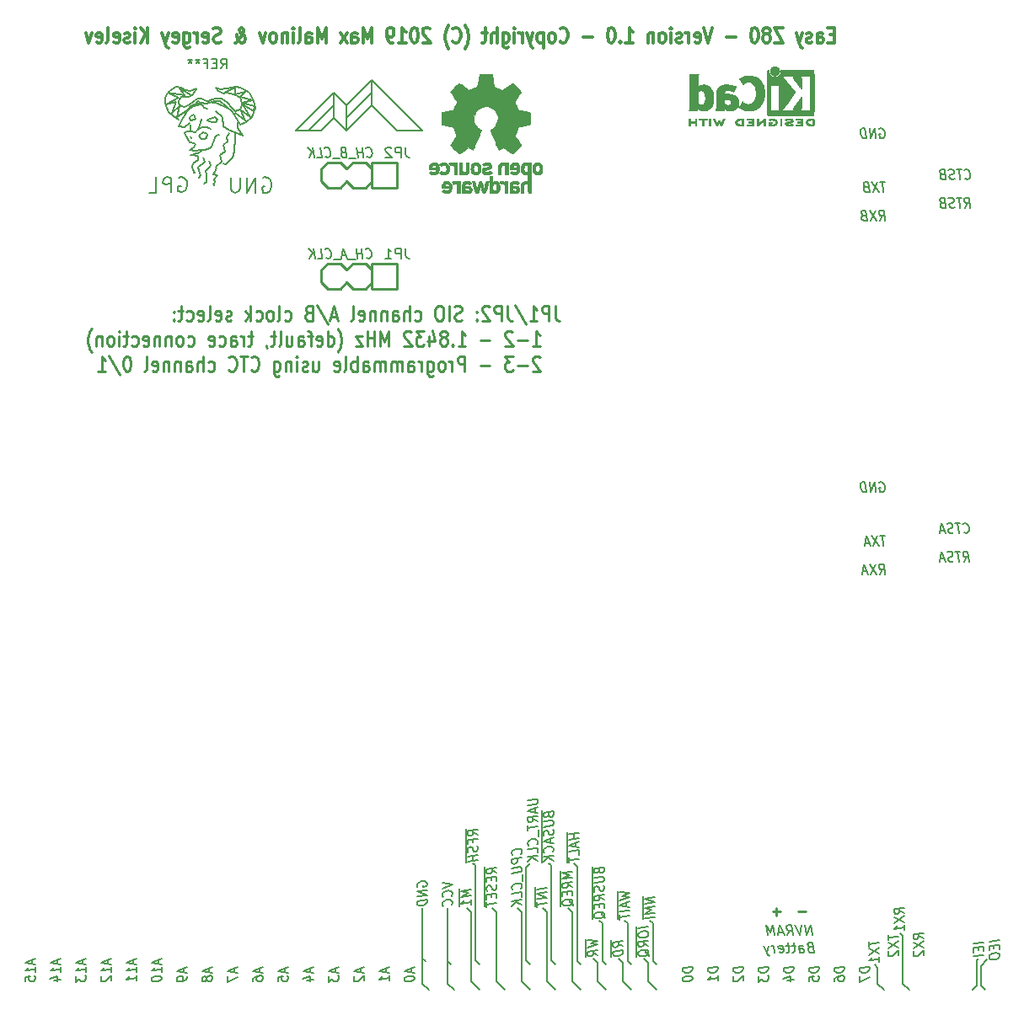
<source format=gbr>
G04 #@! TF.FileFunction,Legend,Bot*
%FSLAX46Y46*%
G04 Gerber Fmt 4.6, Leading zero omitted, Abs format (unit mm)*
G04 Created by KiCad (PCBNEW 4.0.7) date 02/07/19 14:19:16*
%MOMM*%
%LPD*%
G01*
G04 APERTURE LIST*
%ADD10C,0.100000*%
%ADD11C,0.200000*%
%ADD12C,0.152400*%
%ADD13C,0.203200*%
%ADD14C,0.254000*%
%ADD15C,0.304800*%
%ADD16C,0.150000*%
%ADD17C,0.010000*%
G04 APERTURE END LIST*
D10*
D11*
X174180500Y-172212000D02*
X174815500Y-171577000D01*
X140779500Y-171894500D02*
X140335000Y-171450000D01*
X140779500Y-173799500D02*
X140779500Y-171894500D01*
X141605000Y-174625000D02*
X140779500Y-173799500D01*
X138239500Y-173799500D02*
X139065000Y-174625000D01*
X138239500Y-171894500D02*
X138239500Y-173799500D01*
X137795000Y-171450000D02*
X138239500Y-171894500D01*
X136525000Y-174625000D02*
X135699500Y-173799500D01*
X135699500Y-171894500D02*
X135255000Y-171450000D01*
X135699500Y-173799500D02*
X135699500Y-171894500D01*
X133159500Y-166814500D02*
X132715000Y-166370000D01*
X133159500Y-173799500D02*
X133159500Y-166814500D01*
X133985000Y-174625000D02*
X133159500Y-173799500D01*
X131000500Y-162115500D02*
X130810000Y-161925000D01*
X131000500Y-171640500D02*
X131000500Y-162115500D01*
X131445000Y-172085000D02*
X131000500Y-171640500D01*
X128460500Y-171640500D02*
X128460500Y-162369500D01*
X128460500Y-171640500D02*
X128905000Y-172085000D01*
X128905000Y-161925000D02*
X128460500Y-162369500D01*
X130619500Y-166814500D02*
X130619500Y-173799500D01*
X130619500Y-166814500D02*
X130175000Y-166370000D01*
X131445000Y-174625000D02*
X130619500Y-173799500D01*
X128079500Y-166814500D02*
X127635000Y-166370000D01*
X128079500Y-173799500D02*
X128079500Y-166814500D01*
X128905000Y-174625000D02*
X128079500Y-173799500D01*
X125539500Y-173799500D02*
X126365000Y-174625000D01*
X125539500Y-166814500D02*
X125095000Y-166370000D01*
X125539500Y-173799500D02*
X125539500Y-166814500D01*
X123825000Y-174625000D02*
X122999500Y-173799500D01*
X123190000Y-161925000D02*
X123380500Y-162115500D01*
X123380500Y-171640500D02*
X123380500Y-162115500D01*
X123825000Y-172085000D02*
X123380500Y-171640500D01*
X122999500Y-166814500D02*
X122555000Y-166370000D01*
X122999500Y-173799500D02*
X122999500Y-166814500D01*
X174180500Y-174180500D02*
X174180500Y-172212000D01*
X174625000Y-174625000D02*
X174180500Y-174180500D01*
X173355000Y-174625000D02*
X173799500Y-174180500D01*
X173799500Y-171640500D02*
X173990000Y-171450000D01*
X173799500Y-171640500D02*
X173799500Y-174180500D01*
X173355000Y-174625000D02*
X173736000Y-174244000D01*
X174625000Y-174625000D02*
X174307500Y-174307500D01*
X173355000Y-174625000D02*
X173672500Y-174307500D01*
D12*
X176037119Y-169656276D02*
X175021119Y-169783276D01*
X175504929Y-170158228D02*
X175504929Y-170463028D01*
X176037119Y-170527134D02*
X176037119Y-170091705D01*
X175021119Y-170218705D01*
X175021119Y-170654134D01*
X175021119Y-171220191D02*
X175021119Y-171394362D01*
X175069500Y-171475400D01*
X175166262Y-171550391D01*
X175359786Y-171569742D01*
X175698452Y-171527409D01*
X175891976Y-171459677D01*
X175988738Y-171360495D01*
X176037119Y-171267362D01*
X176037119Y-171093191D01*
X175988738Y-171012152D01*
X175891976Y-170937162D01*
X175698452Y-170917809D01*
X175359786Y-170960142D01*
X175166262Y-171027876D01*
X175069500Y-171127057D01*
X175021119Y-171220191D01*
X174449619Y-169861290D02*
X173433619Y-169988290D01*
X173917429Y-170363242D02*
X173917429Y-170668042D01*
X174449619Y-170732148D02*
X174449619Y-170296719D01*
X173433619Y-170423719D01*
X173433619Y-170859148D01*
X174449619Y-171124033D02*
X173433619Y-171251033D01*
D13*
X157247166Y-169141019D02*
X157120166Y-168125019D01*
X156666595Y-169141019D01*
X156539595Y-168125019D01*
X156200928Y-168125019D02*
X155989261Y-169141019D01*
X155523595Y-168125019D01*
X154731357Y-169141019D02*
X155009547Y-168657210D01*
X155311928Y-169141019D02*
X155184928Y-168125019D01*
X154797881Y-168125019D01*
X154707167Y-168173400D01*
X154664834Y-168221781D01*
X154628548Y-168318543D01*
X154646691Y-168463686D01*
X154707167Y-168560448D01*
X154761596Y-168608829D01*
X154864405Y-168657210D01*
X155251452Y-168657210D01*
X154308024Y-168850733D02*
X153824215Y-168850733D01*
X154441071Y-169141019D02*
X153975404Y-168125019D01*
X153763738Y-169141019D01*
X153425071Y-169141019D02*
X153298071Y-168125019D01*
X153050120Y-168850733D01*
X152620738Y-168125019D01*
X152747738Y-169141019D01*
X157035500Y-170336029D02*
X156896404Y-170384410D01*
X156854071Y-170432790D01*
X156817785Y-170529552D01*
X156835928Y-170674695D01*
X156896404Y-170771457D01*
X156950833Y-170819838D01*
X157053642Y-170868219D01*
X157440689Y-170868219D01*
X157313689Y-169852219D01*
X156975023Y-169852219D01*
X156884309Y-169900600D01*
X156841976Y-169948981D01*
X156805690Y-170045743D01*
X156817785Y-170142505D01*
X156878261Y-170239267D01*
X156932690Y-170287648D01*
X157035500Y-170336029D01*
X157374166Y-170336029D01*
X155989261Y-170868219D02*
X155922738Y-170336029D01*
X155959023Y-170239267D01*
X156049738Y-170190886D01*
X156243261Y-170190886D01*
X156346070Y-170239267D01*
X155983214Y-170819838D02*
X156086023Y-170868219D01*
X156327927Y-170868219D01*
X156418642Y-170819838D01*
X156454927Y-170723076D01*
X156442832Y-170626314D01*
X156382356Y-170529552D01*
X156279546Y-170481171D01*
X156037642Y-170481171D01*
X155934833Y-170432790D01*
X155565928Y-170190886D02*
X155178880Y-170190886D01*
X155378451Y-169852219D02*
X155487308Y-170723076D01*
X155451023Y-170819838D01*
X155360308Y-170868219D01*
X155263546Y-170868219D01*
X154985357Y-170190886D02*
X154598309Y-170190886D01*
X154797880Y-169852219D02*
X154906737Y-170723076D01*
X154870452Y-170819838D01*
X154779737Y-170868219D01*
X154682975Y-170868219D01*
X153951215Y-170819838D02*
X154054024Y-170868219D01*
X154247547Y-170868219D01*
X154338262Y-170819838D01*
X154374547Y-170723076D01*
X154326167Y-170336029D01*
X154265690Y-170239267D01*
X154162881Y-170190886D01*
X153969358Y-170190886D01*
X153878643Y-170239267D01*
X153842358Y-170336029D01*
X153854453Y-170432790D01*
X154350357Y-170529552D01*
X153473452Y-170868219D02*
X153388786Y-170190886D01*
X153412976Y-170384410D02*
X153352500Y-170287648D01*
X153298071Y-170239267D01*
X153195262Y-170190886D01*
X153098501Y-170190886D01*
X152856596Y-170190886D02*
X152699357Y-170868219D01*
X152372787Y-170190886D02*
X152699357Y-170868219D01*
X152826358Y-171110124D01*
X152880786Y-171158505D01*
X152983596Y-171206886D01*
D14*
X156597047Y-166760071D02*
X155822952Y-166760071D01*
X154057047Y-166760071D02*
X153282952Y-166760071D01*
X153670000Y-167147119D02*
X153670000Y-166373024D01*
D12*
X172626866Y-96027119D02*
X172871190Y-95543310D01*
X173149381Y-96027119D02*
X173022381Y-95011119D01*
X172674038Y-95011119D01*
X172593000Y-95059500D01*
X172555505Y-95107881D01*
X172524057Y-95204643D01*
X172542200Y-95349786D01*
X172597838Y-95446548D01*
X172647429Y-95494929D01*
X172740562Y-95543310D01*
X173088905Y-95543310D01*
X172238609Y-95011119D02*
X171716095Y-95011119D01*
X172104352Y-96027119D02*
X171977352Y-95011119D01*
X171575791Y-95978738D02*
X171451209Y-96027119D01*
X171233495Y-96027119D01*
X171140362Y-95978738D01*
X171090771Y-95930357D01*
X171035133Y-95833595D01*
X171023038Y-95736833D01*
X171054485Y-95640071D01*
X171091981Y-95591690D01*
X171173019Y-95543310D01*
X171341143Y-95494929D01*
X171422181Y-95446548D01*
X171459676Y-95398167D01*
X171491124Y-95301405D01*
X171479029Y-95204643D01*
X171423391Y-95107881D01*
X171373800Y-95059500D01*
X171280666Y-95011119D01*
X171062952Y-95011119D01*
X170938371Y-95059500D01*
X170296115Y-95494929D02*
X170171533Y-95543310D01*
X170134038Y-95591690D01*
X170102590Y-95688452D01*
X170120733Y-95833595D01*
X170176371Y-95930357D01*
X170225962Y-95978738D01*
X170319095Y-96027119D01*
X170667438Y-96027119D01*
X170540438Y-95011119D01*
X170235638Y-95011119D01*
X170154600Y-95059500D01*
X170117105Y-95107881D01*
X170085657Y-95204643D01*
X170097752Y-95301405D01*
X170153390Y-95398167D01*
X170202981Y-95446548D01*
X170296115Y-95494929D01*
X170600915Y-95494929D01*
X172614771Y-93072857D02*
X172664362Y-93121238D01*
X172801038Y-93169619D01*
X172888124Y-93169619D01*
X173012705Y-93121238D01*
X173087695Y-93024476D01*
X173119143Y-92927714D01*
X173138496Y-92734190D01*
X173120353Y-92589048D01*
X173052619Y-92395524D01*
X172996981Y-92298762D01*
X172897800Y-92202000D01*
X172761124Y-92153619D01*
X172674038Y-92153619D01*
X172549457Y-92202000D01*
X172511962Y-92250381D01*
X172238609Y-92153619D02*
X171716095Y-92153619D01*
X172104352Y-93169619D02*
X171977352Y-92153619D01*
X171575791Y-93121238D02*
X171451209Y-93169619D01*
X171233495Y-93169619D01*
X171140362Y-93121238D01*
X171090771Y-93072857D01*
X171035133Y-92976095D01*
X171023038Y-92879333D01*
X171054485Y-92782571D01*
X171091981Y-92734190D01*
X171173019Y-92685810D01*
X171341143Y-92637429D01*
X171422181Y-92589048D01*
X171459676Y-92540667D01*
X171491124Y-92443905D01*
X171479029Y-92347143D01*
X171423391Y-92250381D01*
X171373800Y-92202000D01*
X171280666Y-92153619D01*
X171062952Y-92153619D01*
X170938371Y-92202000D01*
X170296115Y-92637429D02*
X170171533Y-92685810D01*
X170134038Y-92734190D01*
X170102590Y-92830952D01*
X170120733Y-92976095D01*
X170176371Y-93072857D01*
X170225962Y-93121238D01*
X170319095Y-93169619D01*
X170667438Y-93169619D01*
X170540438Y-92153619D01*
X170235638Y-92153619D01*
X170154600Y-92202000D01*
X170117105Y-92250381D01*
X170085657Y-92347143D01*
X170097752Y-92443905D01*
X170153390Y-92540667D01*
X170202981Y-92589048D01*
X170296115Y-92637429D01*
X170600915Y-92637429D01*
X164036223Y-97297119D02*
X164280547Y-96813310D01*
X164558738Y-97297119D02*
X164431738Y-96281119D01*
X164083395Y-96281119D01*
X164002357Y-96329500D01*
X163964862Y-96377881D01*
X163933414Y-96474643D01*
X163951557Y-96619786D01*
X164007195Y-96716548D01*
X164056786Y-96764929D01*
X164149919Y-96813310D01*
X164498262Y-96813310D01*
X163604423Y-96281119D02*
X163121823Y-97297119D01*
X162994823Y-96281119D02*
X163731423Y-97297119D01*
X162402158Y-96764929D02*
X162277576Y-96813310D01*
X162240081Y-96861690D01*
X162208633Y-96958452D01*
X162226776Y-97103595D01*
X162282414Y-97200357D01*
X162332005Y-97248738D01*
X162425138Y-97297119D01*
X162773481Y-97297119D01*
X162646481Y-96281119D01*
X162341681Y-96281119D01*
X162260643Y-96329500D01*
X162223148Y-96377881D01*
X162191700Y-96474643D01*
X162203795Y-96571405D01*
X162259433Y-96668167D01*
X162309024Y-96716548D01*
X162402158Y-96764929D01*
X162706958Y-96764929D01*
X164562366Y-93423619D02*
X164039852Y-93423619D01*
X164428109Y-94439619D02*
X164301109Y-93423619D01*
X163822137Y-93423619D02*
X163339537Y-94439619D01*
X163212537Y-93423619D02*
X163949137Y-94439619D01*
X162619872Y-93907429D02*
X162495290Y-93955810D01*
X162457795Y-94004190D01*
X162426347Y-94100952D01*
X162444490Y-94246095D01*
X162500128Y-94342857D01*
X162549719Y-94391238D01*
X162642852Y-94439619D01*
X162991195Y-94439619D01*
X162864195Y-93423619D01*
X162559395Y-93423619D01*
X162478357Y-93472000D01*
X162440862Y-93520381D01*
X162409414Y-93617143D01*
X162421509Y-93713905D01*
X162477147Y-93810667D01*
X162526738Y-93859048D01*
X162619872Y-93907429D01*
X162924672Y-93907429D01*
X163958814Y-88074500D02*
X164039852Y-88026119D01*
X164170481Y-88026119D01*
X164307157Y-88074500D01*
X164406338Y-88171262D01*
X164461976Y-88268024D01*
X164529710Y-88461548D01*
X164547853Y-88606690D01*
X164528500Y-88800214D01*
X164497052Y-88896976D01*
X164422062Y-88993738D01*
X164297481Y-89042119D01*
X164210395Y-89042119D01*
X164073719Y-88993738D01*
X164024128Y-88945357D01*
X163981795Y-88606690D01*
X164155967Y-88606690D01*
X163644338Y-89042119D02*
X163517338Y-88026119D01*
X163121823Y-89042119D01*
X162994823Y-88026119D01*
X162686395Y-89042119D02*
X162559395Y-88026119D01*
X162341680Y-88026119D01*
X162217100Y-88074500D01*
X162142109Y-88171262D01*
X162110661Y-88268024D01*
X162091309Y-88461548D01*
X162109452Y-88606690D01*
X162177185Y-88800214D01*
X162232823Y-88896976D01*
X162332005Y-88993738D01*
X162468680Y-89042119D01*
X162686395Y-89042119D01*
X172496237Y-131587119D02*
X172740561Y-131103310D01*
X173018752Y-131587119D02*
X172891752Y-130571119D01*
X172543409Y-130571119D01*
X172462371Y-130619500D01*
X172424876Y-130667881D01*
X172393428Y-130764643D01*
X172411571Y-130909786D01*
X172467209Y-131006548D01*
X172516800Y-131054929D01*
X172609933Y-131103310D01*
X172958276Y-131103310D01*
X172107980Y-130571119D02*
X171585466Y-130571119D01*
X171973723Y-131587119D02*
X171846723Y-130571119D01*
X171445162Y-131538738D02*
X171320580Y-131587119D01*
X171102866Y-131587119D01*
X171009733Y-131538738D01*
X170960142Y-131490357D01*
X170904504Y-131393595D01*
X170892409Y-131296833D01*
X170923856Y-131200071D01*
X170961352Y-131151690D01*
X171042390Y-131103310D01*
X171210514Y-131054929D01*
X171291552Y-131006548D01*
X171329047Y-130958167D01*
X171360495Y-130861405D01*
X171348400Y-130764643D01*
X171292762Y-130667881D01*
X171243171Y-130619500D01*
X171150037Y-130571119D01*
X170932323Y-130571119D01*
X170807742Y-130619500D01*
X170544067Y-131296833D02*
X170108638Y-131296833D01*
X170667437Y-131587119D02*
X170235637Y-130571119D01*
X170057837Y-131587119D01*
X172484142Y-128632857D02*
X172533733Y-128681238D01*
X172670409Y-128729619D01*
X172757495Y-128729619D01*
X172882076Y-128681238D01*
X172957066Y-128584476D01*
X172988514Y-128487714D01*
X173007867Y-128294190D01*
X172989724Y-128149048D01*
X172921990Y-127955524D01*
X172866352Y-127858762D01*
X172767171Y-127762000D01*
X172630495Y-127713619D01*
X172543409Y-127713619D01*
X172418828Y-127762000D01*
X172381333Y-127810381D01*
X172107980Y-127713619D02*
X171585466Y-127713619D01*
X171973723Y-128729619D02*
X171846723Y-127713619D01*
X171445162Y-128681238D02*
X171320580Y-128729619D01*
X171102866Y-128729619D01*
X171009733Y-128681238D01*
X170960142Y-128632857D01*
X170904504Y-128536095D01*
X170892409Y-128439333D01*
X170923856Y-128342571D01*
X170961352Y-128294190D01*
X171042390Y-128245810D01*
X171210514Y-128197429D01*
X171291552Y-128149048D01*
X171329047Y-128100667D01*
X171360495Y-128003905D01*
X171348400Y-127907143D01*
X171292762Y-127810381D01*
X171243171Y-127762000D01*
X171150037Y-127713619D01*
X170932323Y-127713619D01*
X170807742Y-127762000D01*
X170544067Y-128439333D02*
X170108638Y-128439333D01*
X170667437Y-128729619D02*
X170235637Y-127713619D01*
X170057837Y-128729619D01*
X163958814Y-123634500D02*
X164039852Y-123586119D01*
X164170481Y-123586119D01*
X164307157Y-123634500D01*
X164406338Y-123731262D01*
X164461976Y-123828024D01*
X164529710Y-124021548D01*
X164547853Y-124166690D01*
X164528500Y-124360214D01*
X164497052Y-124456976D01*
X164422062Y-124553738D01*
X164297481Y-124602119D01*
X164210395Y-124602119D01*
X164073719Y-124553738D01*
X164024128Y-124505357D01*
X163981795Y-124166690D01*
X164155967Y-124166690D01*
X163644338Y-124602119D02*
X163517338Y-123586119D01*
X163121823Y-124602119D01*
X162994823Y-123586119D01*
X162686395Y-124602119D02*
X162559395Y-123586119D01*
X162341680Y-123586119D01*
X162217100Y-123634500D01*
X162142109Y-123731262D01*
X162110661Y-123828024D01*
X162091309Y-124021548D01*
X162109452Y-124166690D01*
X162177185Y-124360214D01*
X162232823Y-124456976D01*
X162332005Y-124553738D01*
X162468680Y-124602119D01*
X162686395Y-124602119D01*
X164036223Y-132857119D02*
X164280547Y-132373310D01*
X164558738Y-132857119D02*
X164431738Y-131841119D01*
X164083395Y-131841119D01*
X164002357Y-131889500D01*
X163964862Y-131937881D01*
X163933414Y-132034643D01*
X163951557Y-132179786D01*
X164007195Y-132276548D01*
X164056786Y-132324929D01*
X164149919Y-132373310D01*
X164498262Y-132373310D01*
X163604423Y-131841119D02*
X163121823Y-132857119D01*
X162994823Y-131841119D02*
X163731423Y-132857119D01*
X162780739Y-132566833D02*
X162345310Y-132566833D01*
X162904109Y-132857119D02*
X162472309Y-131841119D01*
X162294509Y-132857119D01*
X164562366Y-128983619D02*
X164039852Y-128983619D01*
X164428109Y-129999619D02*
X164301109Y-128983619D01*
X163822137Y-128983619D02*
X163339537Y-129999619D01*
X163212537Y-128983619D02*
X163949137Y-129999619D01*
X162998453Y-129709333D02*
X162563024Y-129709333D01*
X163121823Y-129999619D02*
X162690023Y-128983619D01*
X162512223Y-129999619D01*
X128666119Y-155542947D02*
X129488595Y-155440137D01*
X129585357Y-155471585D01*
X129633738Y-155509080D01*
X129682119Y-155590119D01*
X129682119Y-155764290D01*
X129633738Y-155857423D01*
X129585357Y-155907014D01*
X129488595Y-155962652D01*
X128666119Y-156065462D01*
X129391833Y-156366632D02*
X129391833Y-156802061D01*
X129682119Y-156243262D02*
X128666119Y-156675062D01*
X129682119Y-156852862D01*
X129682119Y-157680176D02*
X129198310Y-157435852D01*
X129682119Y-157157661D02*
X128666119Y-157284661D01*
X128666119Y-157633004D01*
X128714500Y-157714042D01*
X128762881Y-157751537D01*
X128859643Y-157782985D01*
X129004786Y-157764842D01*
X129101548Y-157709204D01*
X129149929Y-157659613D01*
X129198310Y-157566480D01*
X129198310Y-157218137D01*
X128666119Y-158068433D02*
X128666119Y-158590947D01*
X129682119Y-158202690D02*
X128666119Y-158329690D01*
X129778881Y-158538937D02*
X129778881Y-159235623D01*
X129585357Y-160000043D02*
X129633738Y-159950452D01*
X129682119Y-159813776D01*
X129682119Y-159726690D01*
X129633738Y-159602109D01*
X129536976Y-159527119D01*
X129440214Y-159495671D01*
X129246690Y-159476318D01*
X129101548Y-159494461D01*
X128908024Y-159562195D01*
X128811262Y-159617833D01*
X128714500Y-159717014D01*
X128666119Y-159853690D01*
X128666119Y-159940776D01*
X128714500Y-160065357D01*
X128762881Y-160102852D01*
X129682119Y-160815262D02*
X129682119Y-160379833D01*
X128666119Y-160506833D01*
X129682119Y-161120062D02*
X128666119Y-161247062D01*
X129682119Y-161642577D02*
X129101548Y-161323262D01*
X128666119Y-161769577D02*
X129246690Y-161174490D01*
D11*
X163830000Y-173990000D02*
X163830000Y-172402500D01*
X163830000Y-172402500D02*
X163512500Y-172085000D01*
X166370000Y-169227500D02*
X166052500Y-168910000D01*
X166370000Y-173990000D02*
X166370000Y-169227500D01*
X167005000Y-174625000D02*
X166370000Y-173990000D01*
X164465000Y-174625000D02*
X163830000Y-173990000D01*
D12*
X168417119Y-169425863D02*
X167933310Y-169181539D01*
X168417119Y-168903348D02*
X167401119Y-169030348D01*
X167401119Y-169378691D01*
X167449500Y-169459729D01*
X167497881Y-169497224D01*
X167594643Y-169528672D01*
X167739786Y-169510529D01*
X167836548Y-169454891D01*
X167884929Y-169405300D01*
X167933310Y-169312167D01*
X167933310Y-168963824D01*
X167401119Y-169857663D02*
X168417119Y-170340263D01*
X167401119Y-170467263D02*
X168417119Y-169730663D01*
X167497881Y-170759966D02*
X167449500Y-170809557D01*
X167401119Y-170902691D01*
X167401119Y-171120405D01*
X167449500Y-171201443D01*
X167497881Y-171238938D01*
X167594643Y-171270386D01*
X167691405Y-171258291D01*
X167836548Y-171196605D01*
X168417119Y-170601520D01*
X168417119Y-171167577D01*
X166512119Y-166885863D02*
X166028310Y-166641539D01*
X166512119Y-166363348D02*
X165496119Y-166490348D01*
X165496119Y-166838691D01*
X165544500Y-166919729D01*
X165592881Y-166957224D01*
X165689643Y-166988672D01*
X165834786Y-166970529D01*
X165931548Y-166914891D01*
X165979929Y-166865300D01*
X166028310Y-166772167D01*
X166028310Y-166423824D01*
X165496119Y-167317663D02*
X166512119Y-167800263D01*
X165496119Y-167927263D02*
X166512119Y-167190663D01*
X166512119Y-168627577D02*
X166512119Y-168105062D01*
X166512119Y-168366320D02*
X165496119Y-168493320D01*
X165641262Y-168388091D01*
X165738024Y-168288910D01*
X165786405Y-168195776D01*
X164861119Y-169117434D02*
X164861119Y-169639948D01*
X165877119Y-169251691D02*
X164861119Y-169378691D01*
X164861119Y-169857663D02*
X165877119Y-170340263D01*
X164861119Y-170467263D02*
X165877119Y-169730663D01*
X164957881Y-170759966D02*
X164909500Y-170809557D01*
X164861119Y-170902691D01*
X164861119Y-171120405D01*
X164909500Y-171201443D01*
X164957881Y-171238938D01*
X165054643Y-171270386D01*
X165151405Y-171258291D01*
X165296548Y-171196605D01*
X165877119Y-170601520D01*
X165877119Y-171167577D01*
X162956119Y-169752434D02*
X162956119Y-170274948D01*
X163972119Y-169886691D02*
X162956119Y-170013691D01*
X162956119Y-170492663D02*
X163972119Y-170975263D01*
X162956119Y-171102263D02*
X163972119Y-170365663D01*
X163972119Y-171802577D02*
X163972119Y-171280062D01*
X163972119Y-171541320D02*
X162956119Y-171668320D01*
X163101262Y-171563091D01*
X163198024Y-171463910D01*
X163246405Y-171370776D01*
D14*
X131414762Y-105845429D02*
X131414762Y-106934000D01*
X131475238Y-107151714D01*
X131596190Y-107296857D01*
X131777619Y-107369429D01*
X131898571Y-107369429D01*
X130810000Y-107369429D02*
X130810000Y-105845429D01*
X130326191Y-105845429D01*
X130205238Y-105918000D01*
X130144762Y-105990571D01*
X130084286Y-106135714D01*
X130084286Y-106353429D01*
X130144762Y-106498571D01*
X130205238Y-106571143D01*
X130326191Y-106643714D01*
X130810000Y-106643714D01*
X128874762Y-107369429D02*
X129600476Y-107369429D01*
X129237619Y-107369429D02*
X129237619Y-105845429D01*
X129358571Y-106063143D01*
X129479524Y-106208286D01*
X129600476Y-106280857D01*
X127423333Y-105772857D02*
X128511905Y-107732286D01*
X126637143Y-105845429D02*
X126637143Y-106934000D01*
X126697619Y-107151714D01*
X126818571Y-107296857D01*
X127000000Y-107369429D01*
X127120952Y-107369429D01*
X126032381Y-107369429D02*
X126032381Y-105845429D01*
X125548572Y-105845429D01*
X125427619Y-105918000D01*
X125367143Y-105990571D01*
X125306667Y-106135714D01*
X125306667Y-106353429D01*
X125367143Y-106498571D01*
X125427619Y-106571143D01*
X125548572Y-106643714D01*
X126032381Y-106643714D01*
X124822857Y-105990571D02*
X124762381Y-105918000D01*
X124641429Y-105845429D01*
X124339048Y-105845429D01*
X124218095Y-105918000D01*
X124157619Y-105990571D01*
X124097143Y-106135714D01*
X124097143Y-106280857D01*
X124157619Y-106498571D01*
X124883333Y-107369429D01*
X124097143Y-107369429D01*
X123552857Y-107224286D02*
X123492381Y-107296857D01*
X123552857Y-107369429D01*
X123613333Y-107296857D01*
X123552857Y-107224286D01*
X123552857Y-107369429D01*
X123552857Y-106426000D02*
X123492381Y-106498571D01*
X123552857Y-106571143D01*
X123613333Y-106498571D01*
X123552857Y-106426000D01*
X123552857Y-106571143D01*
X122040952Y-107296857D02*
X121859524Y-107369429D01*
X121557143Y-107369429D01*
X121436190Y-107296857D01*
X121375714Y-107224286D01*
X121315238Y-107079143D01*
X121315238Y-106934000D01*
X121375714Y-106788857D01*
X121436190Y-106716286D01*
X121557143Y-106643714D01*
X121799047Y-106571143D01*
X121920000Y-106498571D01*
X121980476Y-106426000D01*
X122040952Y-106280857D01*
X122040952Y-106135714D01*
X121980476Y-105990571D01*
X121920000Y-105918000D01*
X121799047Y-105845429D01*
X121496667Y-105845429D01*
X121315238Y-105918000D01*
X120770952Y-107369429D02*
X120770952Y-105845429D01*
X119924285Y-105845429D02*
X119682381Y-105845429D01*
X119561428Y-105918000D01*
X119440476Y-106063143D01*
X119380000Y-106353429D01*
X119380000Y-106861429D01*
X119440476Y-107151714D01*
X119561428Y-107296857D01*
X119682381Y-107369429D01*
X119924285Y-107369429D01*
X120045238Y-107296857D01*
X120166190Y-107151714D01*
X120226666Y-106861429D01*
X120226666Y-106353429D01*
X120166190Y-106063143D01*
X120045238Y-105918000D01*
X119924285Y-105845429D01*
X117323809Y-107296857D02*
X117444762Y-107369429D01*
X117686666Y-107369429D01*
X117807619Y-107296857D01*
X117868095Y-107224286D01*
X117928571Y-107079143D01*
X117928571Y-106643714D01*
X117868095Y-106498571D01*
X117807619Y-106426000D01*
X117686666Y-106353429D01*
X117444762Y-106353429D01*
X117323809Y-106426000D01*
X116779524Y-107369429D02*
X116779524Y-105845429D01*
X116235238Y-107369429D02*
X116235238Y-106571143D01*
X116295715Y-106426000D01*
X116416667Y-106353429D01*
X116598095Y-106353429D01*
X116719048Y-106426000D01*
X116779524Y-106498571D01*
X115086190Y-107369429D02*
X115086190Y-106571143D01*
X115146667Y-106426000D01*
X115267619Y-106353429D01*
X115509524Y-106353429D01*
X115630476Y-106426000D01*
X115086190Y-107296857D02*
X115207143Y-107369429D01*
X115509524Y-107369429D01*
X115630476Y-107296857D01*
X115690952Y-107151714D01*
X115690952Y-107006571D01*
X115630476Y-106861429D01*
X115509524Y-106788857D01*
X115207143Y-106788857D01*
X115086190Y-106716286D01*
X114481428Y-106353429D02*
X114481428Y-107369429D01*
X114481428Y-106498571D02*
X114420952Y-106426000D01*
X114299999Y-106353429D01*
X114118571Y-106353429D01*
X113997619Y-106426000D01*
X113937142Y-106571143D01*
X113937142Y-107369429D01*
X113332380Y-106353429D02*
X113332380Y-107369429D01*
X113332380Y-106498571D02*
X113271904Y-106426000D01*
X113150951Y-106353429D01*
X112969523Y-106353429D01*
X112848571Y-106426000D01*
X112788094Y-106571143D01*
X112788094Y-107369429D01*
X111699523Y-107296857D02*
X111820475Y-107369429D01*
X112062380Y-107369429D01*
X112183332Y-107296857D01*
X112243808Y-107151714D01*
X112243808Y-106571143D01*
X112183332Y-106426000D01*
X112062380Y-106353429D01*
X111820475Y-106353429D01*
X111699523Y-106426000D01*
X111639046Y-106571143D01*
X111639046Y-106716286D01*
X112243808Y-106861429D01*
X110913332Y-107369429D02*
X111034285Y-107296857D01*
X111094761Y-107151714D01*
X111094761Y-105845429D01*
X109522380Y-106934000D02*
X108917618Y-106934000D01*
X109643333Y-107369429D02*
X109219999Y-105845429D01*
X108796666Y-107369429D01*
X107466190Y-105772857D02*
X108554762Y-107732286D01*
X106619524Y-106571143D02*
X106438095Y-106643714D01*
X106377619Y-106716286D01*
X106317143Y-106861429D01*
X106317143Y-107079143D01*
X106377619Y-107224286D01*
X106438095Y-107296857D01*
X106559048Y-107369429D01*
X107042857Y-107369429D01*
X107042857Y-105845429D01*
X106619524Y-105845429D01*
X106498571Y-105918000D01*
X106438095Y-105990571D01*
X106377619Y-106135714D01*
X106377619Y-106280857D01*
X106438095Y-106426000D01*
X106498571Y-106498571D01*
X106619524Y-106571143D01*
X107042857Y-106571143D01*
X104260952Y-107296857D02*
X104381905Y-107369429D01*
X104623809Y-107369429D01*
X104744762Y-107296857D01*
X104805238Y-107224286D01*
X104865714Y-107079143D01*
X104865714Y-106643714D01*
X104805238Y-106498571D01*
X104744762Y-106426000D01*
X104623809Y-106353429D01*
X104381905Y-106353429D01*
X104260952Y-106426000D01*
X103535238Y-107369429D02*
X103656191Y-107296857D01*
X103716667Y-107151714D01*
X103716667Y-105845429D01*
X102870000Y-107369429D02*
X102990953Y-107296857D01*
X103051429Y-107224286D01*
X103111905Y-107079143D01*
X103111905Y-106643714D01*
X103051429Y-106498571D01*
X102990953Y-106426000D01*
X102870000Y-106353429D01*
X102688572Y-106353429D01*
X102567620Y-106426000D01*
X102507143Y-106498571D01*
X102446667Y-106643714D01*
X102446667Y-107079143D01*
X102507143Y-107224286D01*
X102567620Y-107296857D01*
X102688572Y-107369429D01*
X102870000Y-107369429D01*
X101358095Y-107296857D02*
X101479048Y-107369429D01*
X101720952Y-107369429D01*
X101841905Y-107296857D01*
X101902381Y-107224286D01*
X101962857Y-107079143D01*
X101962857Y-106643714D01*
X101902381Y-106498571D01*
X101841905Y-106426000D01*
X101720952Y-106353429D01*
X101479048Y-106353429D01*
X101358095Y-106426000D01*
X100813810Y-107369429D02*
X100813810Y-105845429D01*
X100692858Y-106788857D02*
X100330001Y-107369429D01*
X100330001Y-106353429D02*
X100813810Y-106934000D01*
X98878572Y-107296857D02*
X98757620Y-107369429D01*
X98515715Y-107369429D01*
X98394763Y-107296857D01*
X98334287Y-107151714D01*
X98334287Y-107079143D01*
X98394763Y-106934000D01*
X98515715Y-106861429D01*
X98697144Y-106861429D01*
X98818096Y-106788857D01*
X98878572Y-106643714D01*
X98878572Y-106571143D01*
X98818096Y-106426000D01*
X98697144Y-106353429D01*
X98515715Y-106353429D01*
X98394763Y-106426000D01*
X97306192Y-107296857D02*
X97427144Y-107369429D01*
X97669049Y-107369429D01*
X97790001Y-107296857D01*
X97850477Y-107151714D01*
X97850477Y-106571143D01*
X97790001Y-106426000D01*
X97669049Y-106353429D01*
X97427144Y-106353429D01*
X97306192Y-106426000D01*
X97245715Y-106571143D01*
X97245715Y-106716286D01*
X97850477Y-106861429D01*
X96520001Y-107369429D02*
X96640954Y-107296857D01*
X96701430Y-107151714D01*
X96701430Y-105845429D01*
X95552383Y-107296857D02*
X95673335Y-107369429D01*
X95915240Y-107369429D01*
X96036192Y-107296857D01*
X96096668Y-107151714D01*
X96096668Y-106571143D01*
X96036192Y-106426000D01*
X95915240Y-106353429D01*
X95673335Y-106353429D01*
X95552383Y-106426000D01*
X95491906Y-106571143D01*
X95491906Y-106716286D01*
X96096668Y-106861429D01*
X94403335Y-107296857D02*
X94524288Y-107369429D01*
X94766192Y-107369429D01*
X94887145Y-107296857D01*
X94947621Y-107224286D01*
X95008097Y-107079143D01*
X95008097Y-106643714D01*
X94947621Y-106498571D01*
X94887145Y-106426000D01*
X94766192Y-106353429D01*
X94524288Y-106353429D01*
X94403335Y-106426000D01*
X94040479Y-106353429D02*
X93556669Y-106353429D01*
X93859050Y-105845429D02*
X93859050Y-107151714D01*
X93798574Y-107296857D01*
X93677621Y-107369429D01*
X93556669Y-107369429D01*
X93133336Y-107224286D02*
X93072860Y-107296857D01*
X93133336Y-107369429D01*
X93193812Y-107296857D01*
X93133336Y-107224286D01*
X93133336Y-107369429D01*
X93133336Y-106426000D02*
X93072860Y-106498571D01*
X93133336Y-106571143D01*
X93193812Y-106498571D01*
X93133336Y-106426000D01*
X93133336Y-106571143D01*
X129177143Y-109909429D02*
X129902857Y-109909429D01*
X129540000Y-109909429D02*
X129540000Y-108385429D01*
X129660952Y-108603143D01*
X129781905Y-108748286D01*
X129902857Y-108820857D01*
X128632857Y-109328857D02*
X127665238Y-109328857D01*
X127120952Y-108530571D02*
X127060476Y-108458000D01*
X126939524Y-108385429D01*
X126637143Y-108385429D01*
X126516190Y-108458000D01*
X126455714Y-108530571D01*
X126395238Y-108675714D01*
X126395238Y-108820857D01*
X126455714Y-109038571D01*
X127181428Y-109909429D01*
X126395238Y-109909429D01*
X124883333Y-109328857D02*
X123915714Y-109328857D01*
X121678095Y-109909429D02*
X122403809Y-109909429D01*
X122040952Y-109909429D02*
X122040952Y-108385429D01*
X122161904Y-108603143D01*
X122282857Y-108748286D01*
X122403809Y-108820857D01*
X121133809Y-109764286D02*
X121073333Y-109836857D01*
X121133809Y-109909429D01*
X121194285Y-109836857D01*
X121133809Y-109764286D01*
X121133809Y-109909429D01*
X120347618Y-109038571D02*
X120468571Y-108966000D01*
X120529047Y-108893429D01*
X120589523Y-108748286D01*
X120589523Y-108675714D01*
X120529047Y-108530571D01*
X120468571Y-108458000D01*
X120347618Y-108385429D01*
X120105714Y-108385429D01*
X119984761Y-108458000D01*
X119924285Y-108530571D01*
X119863809Y-108675714D01*
X119863809Y-108748286D01*
X119924285Y-108893429D01*
X119984761Y-108966000D01*
X120105714Y-109038571D01*
X120347618Y-109038571D01*
X120468571Y-109111143D01*
X120529047Y-109183714D01*
X120589523Y-109328857D01*
X120589523Y-109619143D01*
X120529047Y-109764286D01*
X120468571Y-109836857D01*
X120347618Y-109909429D01*
X120105714Y-109909429D01*
X119984761Y-109836857D01*
X119924285Y-109764286D01*
X119863809Y-109619143D01*
X119863809Y-109328857D01*
X119924285Y-109183714D01*
X119984761Y-109111143D01*
X120105714Y-109038571D01*
X118775237Y-108893429D02*
X118775237Y-109909429D01*
X119077618Y-108312857D02*
X119379999Y-109401429D01*
X118593809Y-109401429D01*
X118230951Y-108385429D02*
X117444761Y-108385429D01*
X117868094Y-108966000D01*
X117686666Y-108966000D01*
X117565713Y-109038571D01*
X117505237Y-109111143D01*
X117444761Y-109256286D01*
X117444761Y-109619143D01*
X117505237Y-109764286D01*
X117565713Y-109836857D01*
X117686666Y-109909429D01*
X118049523Y-109909429D01*
X118170475Y-109836857D01*
X118230951Y-109764286D01*
X116960951Y-108530571D02*
X116900475Y-108458000D01*
X116779523Y-108385429D01*
X116477142Y-108385429D01*
X116356189Y-108458000D01*
X116295713Y-108530571D01*
X116235237Y-108675714D01*
X116235237Y-108820857D01*
X116295713Y-109038571D01*
X117021427Y-109909429D01*
X116235237Y-109909429D01*
X114723332Y-109909429D02*
X114723332Y-108385429D01*
X114299999Y-109474000D01*
X113876665Y-108385429D01*
X113876665Y-109909429D01*
X113271903Y-109909429D02*
X113271903Y-108385429D01*
X113271903Y-109111143D02*
X112546189Y-109111143D01*
X112546189Y-109909429D02*
X112546189Y-108385429D01*
X112062379Y-108893429D02*
X111397141Y-108893429D01*
X112062379Y-109909429D01*
X111397141Y-109909429D01*
X109582856Y-110490000D02*
X109643332Y-110417429D01*
X109764284Y-110199714D01*
X109824761Y-110054571D01*
X109885237Y-109836857D01*
X109945713Y-109474000D01*
X109945713Y-109183714D01*
X109885237Y-108820857D01*
X109824761Y-108603143D01*
X109764284Y-108458000D01*
X109643332Y-108240286D01*
X109582856Y-108167714D01*
X108554760Y-109909429D02*
X108554760Y-108385429D01*
X108554760Y-109836857D02*
X108675713Y-109909429D01*
X108917617Y-109909429D01*
X109038570Y-109836857D01*
X109099046Y-109764286D01*
X109159522Y-109619143D01*
X109159522Y-109183714D01*
X109099046Y-109038571D01*
X109038570Y-108966000D01*
X108917617Y-108893429D01*
X108675713Y-108893429D01*
X108554760Y-108966000D01*
X107466189Y-109836857D02*
X107587141Y-109909429D01*
X107829046Y-109909429D01*
X107949998Y-109836857D01*
X108010474Y-109691714D01*
X108010474Y-109111143D01*
X107949998Y-108966000D01*
X107829046Y-108893429D01*
X107587141Y-108893429D01*
X107466189Y-108966000D01*
X107405712Y-109111143D01*
X107405712Y-109256286D01*
X108010474Y-109401429D01*
X107042856Y-108893429D02*
X106559046Y-108893429D01*
X106861427Y-109909429D02*
X106861427Y-108603143D01*
X106800951Y-108458000D01*
X106679998Y-108385429D01*
X106559046Y-108385429D01*
X105591427Y-109909429D02*
X105591427Y-109111143D01*
X105651904Y-108966000D01*
X105772856Y-108893429D01*
X106014761Y-108893429D01*
X106135713Y-108966000D01*
X105591427Y-109836857D02*
X105712380Y-109909429D01*
X106014761Y-109909429D01*
X106135713Y-109836857D01*
X106196189Y-109691714D01*
X106196189Y-109546571D01*
X106135713Y-109401429D01*
X106014761Y-109328857D01*
X105712380Y-109328857D01*
X105591427Y-109256286D01*
X104442379Y-108893429D02*
X104442379Y-109909429D01*
X104986665Y-108893429D02*
X104986665Y-109691714D01*
X104926189Y-109836857D01*
X104805236Y-109909429D01*
X104623808Y-109909429D01*
X104502856Y-109836857D01*
X104442379Y-109764286D01*
X103656188Y-109909429D02*
X103777141Y-109836857D01*
X103837617Y-109691714D01*
X103837617Y-108385429D01*
X103353808Y-108893429D02*
X102869998Y-108893429D01*
X103172379Y-108385429D02*
X103172379Y-109691714D01*
X103111903Y-109836857D01*
X102990950Y-109909429D01*
X102869998Y-109909429D01*
X102386189Y-109836857D02*
X102386189Y-109909429D01*
X102446665Y-110054571D01*
X102507141Y-110127143D01*
X101055713Y-108893429D02*
X100571903Y-108893429D01*
X100874284Y-108385429D02*
X100874284Y-109691714D01*
X100813808Y-109836857D01*
X100692855Y-109909429D01*
X100571903Y-109909429D01*
X100148570Y-109909429D02*
X100148570Y-108893429D01*
X100148570Y-109183714D02*
X100088094Y-109038571D01*
X100027618Y-108966000D01*
X99906665Y-108893429D01*
X99785713Y-108893429D01*
X98818094Y-109909429D02*
X98818094Y-109111143D01*
X98878571Y-108966000D01*
X98999523Y-108893429D01*
X99241428Y-108893429D01*
X99362380Y-108966000D01*
X98818094Y-109836857D02*
X98939047Y-109909429D01*
X99241428Y-109909429D01*
X99362380Y-109836857D01*
X99422856Y-109691714D01*
X99422856Y-109546571D01*
X99362380Y-109401429D01*
X99241428Y-109328857D01*
X98939047Y-109328857D01*
X98818094Y-109256286D01*
X97669046Y-109836857D02*
X97789999Y-109909429D01*
X98031903Y-109909429D01*
X98152856Y-109836857D01*
X98213332Y-109764286D01*
X98273808Y-109619143D01*
X98273808Y-109183714D01*
X98213332Y-109038571D01*
X98152856Y-108966000D01*
X98031903Y-108893429D01*
X97789999Y-108893429D01*
X97669046Y-108966000D01*
X96640952Y-109836857D02*
X96761904Y-109909429D01*
X97003809Y-109909429D01*
X97124761Y-109836857D01*
X97185237Y-109691714D01*
X97185237Y-109111143D01*
X97124761Y-108966000D01*
X97003809Y-108893429D01*
X96761904Y-108893429D01*
X96640952Y-108966000D01*
X96580475Y-109111143D01*
X96580475Y-109256286D01*
X97185237Y-109401429D01*
X94524285Y-109836857D02*
X94645238Y-109909429D01*
X94887142Y-109909429D01*
X95008095Y-109836857D01*
X95068571Y-109764286D01*
X95129047Y-109619143D01*
X95129047Y-109183714D01*
X95068571Y-109038571D01*
X95008095Y-108966000D01*
X94887142Y-108893429D01*
X94645238Y-108893429D01*
X94524285Y-108966000D01*
X93798571Y-109909429D02*
X93919524Y-109836857D01*
X93980000Y-109764286D01*
X94040476Y-109619143D01*
X94040476Y-109183714D01*
X93980000Y-109038571D01*
X93919524Y-108966000D01*
X93798571Y-108893429D01*
X93617143Y-108893429D01*
X93496191Y-108966000D01*
X93435714Y-109038571D01*
X93375238Y-109183714D01*
X93375238Y-109619143D01*
X93435714Y-109764286D01*
X93496191Y-109836857D01*
X93617143Y-109909429D01*
X93798571Y-109909429D01*
X92830952Y-108893429D02*
X92830952Y-109909429D01*
X92830952Y-109038571D02*
X92770476Y-108966000D01*
X92649523Y-108893429D01*
X92468095Y-108893429D01*
X92347143Y-108966000D01*
X92286666Y-109111143D01*
X92286666Y-109909429D01*
X91681904Y-108893429D02*
X91681904Y-109909429D01*
X91681904Y-109038571D02*
X91621428Y-108966000D01*
X91500475Y-108893429D01*
X91319047Y-108893429D01*
X91198095Y-108966000D01*
X91137618Y-109111143D01*
X91137618Y-109909429D01*
X90049047Y-109836857D02*
X90169999Y-109909429D01*
X90411904Y-109909429D01*
X90532856Y-109836857D01*
X90593332Y-109691714D01*
X90593332Y-109111143D01*
X90532856Y-108966000D01*
X90411904Y-108893429D01*
X90169999Y-108893429D01*
X90049047Y-108966000D01*
X89988570Y-109111143D01*
X89988570Y-109256286D01*
X90593332Y-109401429D01*
X88899999Y-109836857D02*
X89020952Y-109909429D01*
X89262856Y-109909429D01*
X89383809Y-109836857D01*
X89444285Y-109764286D01*
X89504761Y-109619143D01*
X89504761Y-109183714D01*
X89444285Y-109038571D01*
X89383809Y-108966000D01*
X89262856Y-108893429D01*
X89020952Y-108893429D01*
X88899999Y-108966000D01*
X88537143Y-108893429D02*
X88053333Y-108893429D01*
X88355714Y-108385429D02*
X88355714Y-109691714D01*
X88295238Y-109836857D01*
X88174285Y-109909429D01*
X88053333Y-109909429D01*
X87630000Y-109909429D02*
X87630000Y-108893429D01*
X87630000Y-108385429D02*
X87690476Y-108458000D01*
X87630000Y-108530571D01*
X87569524Y-108458000D01*
X87630000Y-108385429D01*
X87630000Y-108530571D01*
X86843809Y-109909429D02*
X86964762Y-109836857D01*
X87025238Y-109764286D01*
X87085714Y-109619143D01*
X87085714Y-109183714D01*
X87025238Y-109038571D01*
X86964762Y-108966000D01*
X86843809Y-108893429D01*
X86662381Y-108893429D01*
X86541429Y-108966000D01*
X86480952Y-109038571D01*
X86420476Y-109183714D01*
X86420476Y-109619143D01*
X86480952Y-109764286D01*
X86541429Y-109836857D01*
X86662381Y-109909429D01*
X86843809Y-109909429D01*
X85876190Y-108893429D02*
X85876190Y-109909429D01*
X85876190Y-109038571D02*
X85815714Y-108966000D01*
X85694761Y-108893429D01*
X85513333Y-108893429D01*
X85392381Y-108966000D01*
X85331904Y-109111143D01*
X85331904Y-109909429D01*
X84848094Y-110490000D02*
X84787618Y-110417429D01*
X84666666Y-110199714D01*
X84606190Y-110054571D01*
X84545713Y-109836857D01*
X84485237Y-109474000D01*
X84485237Y-109183714D01*
X84545713Y-108820857D01*
X84606190Y-108603143D01*
X84666666Y-108458000D01*
X84787618Y-108240286D01*
X84848094Y-108167714D01*
X129902857Y-111070571D02*
X129842381Y-110998000D01*
X129721429Y-110925429D01*
X129419048Y-110925429D01*
X129298095Y-110998000D01*
X129237619Y-111070571D01*
X129177143Y-111215714D01*
X129177143Y-111360857D01*
X129237619Y-111578571D01*
X129963333Y-112449429D01*
X129177143Y-112449429D01*
X128632857Y-111868857D02*
X127665238Y-111868857D01*
X127181428Y-110925429D02*
X126395238Y-110925429D01*
X126818571Y-111506000D01*
X126637143Y-111506000D01*
X126516190Y-111578571D01*
X126455714Y-111651143D01*
X126395238Y-111796286D01*
X126395238Y-112159143D01*
X126455714Y-112304286D01*
X126516190Y-112376857D01*
X126637143Y-112449429D01*
X127000000Y-112449429D01*
X127120952Y-112376857D01*
X127181428Y-112304286D01*
X124883333Y-111868857D02*
X123915714Y-111868857D01*
X122343333Y-112449429D02*
X122343333Y-110925429D01*
X121859524Y-110925429D01*
X121738571Y-110998000D01*
X121678095Y-111070571D01*
X121617619Y-111215714D01*
X121617619Y-111433429D01*
X121678095Y-111578571D01*
X121738571Y-111651143D01*
X121859524Y-111723714D01*
X122343333Y-111723714D01*
X121073333Y-112449429D02*
X121073333Y-111433429D01*
X121073333Y-111723714D02*
X121012857Y-111578571D01*
X120952381Y-111506000D01*
X120831428Y-111433429D01*
X120710476Y-111433429D01*
X120105714Y-112449429D02*
X120226667Y-112376857D01*
X120287143Y-112304286D01*
X120347619Y-112159143D01*
X120347619Y-111723714D01*
X120287143Y-111578571D01*
X120226667Y-111506000D01*
X120105714Y-111433429D01*
X119924286Y-111433429D01*
X119803334Y-111506000D01*
X119742857Y-111578571D01*
X119682381Y-111723714D01*
X119682381Y-112159143D01*
X119742857Y-112304286D01*
X119803334Y-112376857D01*
X119924286Y-112449429D01*
X120105714Y-112449429D01*
X118593809Y-111433429D02*
X118593809Y-112667143D01*
X118654286Y-112812286D01*
X118714762Y-112884857D01*
X118835714Y-112957429D01*
X119017143Y-112957429D01*
X119138095Y-112884857D01*
X118593809Y-112376857D02*
X118714762Y-112449429D01*
X118956666Y-112449429D01*
X119077619Y-112376857D01*
X119138095Y-112304286D01*
X119198571Y-112159143D01*
X119198571Y-111723714D01*
X119138095Y-111578571D01*
X119077619Y-111506000D01*
X118956666Y-111433429D01*
X118714762Y-111433429D01*
X118593809Y-111506000D01*
X117989047Y-112449429D02*
X117989047Y-111433429D01*
X117989047Y-111723714D02*
X117928571Y-111578571D01*
X117868095Y-111506000D01*
X117747142Y-111433429D01*
X117626190Y-111433429D01*
X116658571Y-112449429D02*
X116658571Y-111651143D01*
X116719048Y-111506000D01*
X116840000Y-111433429D01*
X117081905Y-111433429D01*
X117202857Y-111506000D01*
X116658571Y-112376857D02*
X116779524Y-112449429D01*
X117081905Y-112449429D01*
X117202857Y-112376857D01*
X117263333Y-112231714D01*
X117263333Y-112086571D01*
X117202857Y-111941429D01*
X117081905Y-111868857D01*
X116779524Y-111868857D01*
X116658571Y-111796286D01*
X116053809Y-112449429D02*
X116053809Y-111433429D01*
X116053809Y-111578571D02*
X115993333Y-111506000D01*
X115872380Y-111433429D01*
X115690952Y-111433429D01*
X115570000Y-111506000D01*
X115509523Y-111651143D01*
X115509523Y-112449429D01*
X115509523Y-111651143D02*
X115449047Y-111506000D01*
X115328095Y-111433429D01*
X115146666Y-111433429D01*
X115025714Y-111506000D01*
X114965238Y-111651143D01*
X114965238Y-112449429D01*
X114360476Y-112449429D02*
X114360476Y-111433429D01*
X114360476Y-111578571D02*
X114300000Y-111506000D01*
X114179047Y-111433429D01*
X113997619Y-111433429D01*
X113876667Y-111506000D01*
X113816190Y-111651143D01*
X113816190Y-112449429D01*
X113816190Y-111651143D02*
X113755714Y-111506000D01*
X113634762Y-111433429D01*
X113453333Y-111433429D01*
X113332381Y-111506000D01*
X113271905Y-111651143D01*
X113271905Y-112449429D01*
X112122857Y-112449429D02*
X112122857Y-111651143D01*
X112183334Y-111506000D01*
X112304286Y-111433429D01*
X112546191Y-111433429D01*
X112667143Y-111506000D01*
X112122857Y-112376857D02*
X112243810Y-112449429D01*
X112546191Y-112449429D01*
X112667143Y-112376857D01*
X112727619Y-112231714D01*
X112727619Y-112086571D01*
X112667143Y-111941429D01*
X112546191Y-111868857D01*
X112243810Y-111868857D01*
X112122857Y-111796286D01*
X111518095Y-112449429D02*
X111518095Y-110925429D01*
X111518095Y-111506000D02*
X111397143Y-111433429D01*
X111155238Y-111433429D01*
X111034286Y-111506000D01*
X110973809Y-111578571D01*
X110913333Y-111723714D01*
X110913333Y-112159143D01*
X110973809Y-112304286D01*
X111034286Y-112376857D01*
X111155238Y-112449429D01*
X111397143Y-112449429D01*
X111518095Y-112376857D01*
X110187618Y-112449429D02*
X110308571Y-112376857D01*
X110369047Y-112231714D01*
X110369047Y-110925429D01*
X109220000Y-112376857D02*
X109340952Y-112449429D01*
X109582857Y-112449429D01*
X109703809Y-112376857D01*
X109764285Y-112231714D01*
X109764285Y-111651143D01*
X109703809Y-111506000D01*
X109582857Y-111433429D01*
X109340952Y-111433429D01*
X109220000Y-111506000D01*
X109159523Y-111651143D01*
X109159523Y-111796286D01*
X109764285Y-111941429D01*
X107103333Y-111433429D02*
X107103333Y-112449429D01*
X107647619Y-111433429D02*
X107647619Y-112231714D01*
X107587143Y-112376857D01*
X107466190Y-112449429D01*
X107284762Y-112449429D01*
X107163810Y-112376857D01*
X107103333Y-112304286D01*
X106559047Y-112376857D02*
X106438095Y-112449429D01*
X106196190Y-112449429D01*
X106075238Y-112376857D01*
X106014762Y-112231714D01*
X106014762Y-112159143D01*
X106075238Y-112014000D01*
X106196190Y-111941429D01*
X106377619Y-111941429D01*
X106498571Y-111868857D01*
X106559047Y-111723714D01*
X106559047Y-111651143D01*
X106498571Y-111506000D01*
X106377619Y-111433429D01*
X106196190Y-111433429D01*
X106075238Y-111506000D01*
X105470476Y-112449429D02*
X105470476Y-111433429D01*
X105470476Y-110925429D02*
X105530952Y-110998000D01*
X105470476Y-111070571D01*
X105410000Y-110998000D01*
X105470476Y-110925429D01*
X105470476Y-111070571D01*
X104865714Y-111433429D02*
X104865714Y-112449429D01*
X104865714Y-111578571D02*
X104805238Y-111506000D01*
X104684285Y-111433429D01*
X104502857Y-111433429D01*
X104381905Y-111506000D01*
X104321428Y-111651143D01*
X104321428Y-112449429D01*
X103172380Y-111433429D02*
X103172380Y-112667143D01*
X103232857Y-112812286D01*
X103293333Y-112884857D01*
X103414285Y-112957429D01*
X103595714Y-112957429D01*
X103716666Y-112884857D01*
X103172380Y-112376857D02*
X103293333Y-112449429D01*
X103535237Y-112449429D01*
X103656190Y-112376857D01*
X103716666Y-112304286D01*
X103777142Y-112159143D01*
X103777142Y-111723714D01*
X103716666Y-111578571D01*
X103656190Y-111506000D01*
X103535237Y-111433429D01*
X103293333Y-111433429D01*
X103172380Y-111506000D01*
X100874285Y-112304286D02*
X100934761Y-112376857D01*
X101116190Y-112449429D01*
X101237142Y-112449429D01*
X101418570Y-112376857D01*
X101539523Y-112231714D01*
X101599999Y-112086571D01*
X101660475Y-111796286D01*
X101660475Y-111578571D01*
X101599999Y-111288286D01*
X101539523Y-111143143D01*
X101418570Y-110998000D01*
X101237142Y-110925429D01*
X101116190Y-110925429D01*
X100934761Y-110998000D01*
X100874285Y-111070571D01*
X100511428Y-110925429D02*
X99785713Y-110925429D01*
X100148570Y-112449429D02*
X100148570Y-110925429D01*
X98636666Y-112304286D02*
X98697142Y-112376857D01*
X98878571Y-112449429D01*
X98999523Y-112449429D01*
X99180951Y-112376857D01*
X99301904Y-112231714D01*
X99362380Y-112086571D01*
X99422856Y-111796286D01*
X99422856Y-111578571D01*
X99362380Y-111288286D01*
X99301904Y-111143143D01*
X99180951Y-110998000D01*
X98999523Y-110925429D01*
X98878571Y-110925429D01*
X98697142Y-110998000D01*
X98636666Y-111070571D01*
X96580475Y-112376857D02*
X96701428Y-112449429D01*
X96943332Y-112449429D01*
X97064285Y-112376857D01*
X97124761Y-112304286D01*
X97185237Y-112159143D01*
X97185237Y-111723714D01*
X97124761Y-111578571D01*
X97064285Y-111506000D01*
X96943332Y-111433429D01*
X96701428Y-111433429D01*
X96580475Y-111506000D01*
X96036190Y-112449429D02*
X96036190Y-110925429D01*
X95491904Y-112449429D02*
X95491904Y-111651143D01*
X95552381Y-111506000D01*
X95673333Y-111433429D01*
X95854761Y-111433429D01*
X95975714Y-111506000D01*
X96036190Y-111578571D01*
X94342856Y-112449429D02*
X94342856Y-111651143D01*
X94403333Y-111506000D01*
X94524285Y-111433429D01*
X94766190Y-111433429D01*
X94887142Y-111506000D01*
X94342856Y-112376857D02*
X94463809Y-112449429D01*
X94766190Y-112449429D01*
X94887142Y-112376857D01*
X94947618Y-112231714D01*
X94947618Y-112086571D01*
X94887142Y-111941429D01*
X94766190Y-111868857D01*
X94463809Y-111868857D01*
X94342856Y-111796286D01*
X93738094Y-111433429D02*
X93738094Y-112449429D01*
X93738094Y-111578571D02*
X93677618Y-111506000D01*
X93556665Y-111433429D01*
X93375237Y-111433429D01*
X93254285Y-111506000D01*
X93193808Y-111651143D01*
X93193808Y-112449429D01*
X92589046Y-111433429D02*
X92589046Y-112449429D01*
X92589046Y-111578571D02*
X92528570Y-111506000D01*
X92407617Y-111433429D01*
X92226189Y-111433429D01*
X92105237Y-111506000D01*
X92044760Y-111651143D01*
X92044760Y-112449429D01*
X90956189Y-112376857D02*
X91077141Y-112449429D01*
X91319046Y-112449429D01*
X91439998Y-112376857D01*
X91500474Y-112231714D01*
X91500474Y-111651143D01*
X91439998Y-111506000D01*
X91319046Y-111433429D01*
X91077141Y-111433429D01*
X90956189Y-111506000D01*
X90895712Y-111651143D01*
X90895712Y-111796286D01*
X91500474Y-111941429D01*
X90169998Y-112449429D02*
X90290951Y-112376857D01*
X90351427Y-112231714D01*
X90351427Y-110925429D01*
X88476665Y-110925429D02*
X88355713Y-110925429D01*
X88234761Y-110998000D01*
X88174284Y-111070571D01*
X88113808Y-111215714D01*
X88053332Y-111506000D01*
X88053332Y-111868857D01*
X88113808Y-112159143D01*
X88174284Y-112304286D01*
X88234761Y-112376857D01*
X88355713Y-112449429D01*
X88476665Y-112449429D01*
X88597618Y-112376857D01*
X88658094Y-112304286D01*
X88718570Y-112159143D01*
X88779046Y-111868857D01*
X88779046Y-111506000D01*
X88718570Y-111215714D01*
X88658094Y-111070571D01*
X88597618Y-110998000D01*
X88476665Y-110925429D01*
X86601903Y-110852857D02*
X87690475Y-112812286D01*
X85513332Y-112449429D02*
X86239046Y-112449429D01*
X85876189Y-112449429D02*
X85876189Y-110925429D01*
X85997141Y-111143143D01*
X86118094Y-111288286D01*
X86239046Y-111360857D01*
D11*
X106680000Y-88265000D02*
X109220000Y-85725000D01*
X110490000Y-86995000D02*
X113030000Y-84455000D01*
X109220000Y-86995000D02*
X109220000Y-84455000D01*
X110490000Y-88265000D02*
X110490000Y-85725000D01*
X113030000Y-85725000D02*
X113030000Y-83185000D01*
X115570000Y-88265000D02*
X118110000Y-88265000D01*
X113030000Y-85725000D02*
X115570000Y-88265000D01*
X110490000Y-88265000D02*
X113030000Y-85725000D01*
X109220000Y-86995000D02*
X110490000Y-88265000D01*
X107950000Y-88265000D02*
X109220000Y-86995000D01*
X105410000Y-88265000D02*
X107950000Y-88265000D01*
X109220000Y-84455000D02*
X105410000Y-88265000D01*
X110490000Y-85725000D02*
X109220000Y-84455000D01*
X113030000Y-83185000D02*
X110490000Y-85725000D01*
X118110000Y-88265000D02*
X113030000Y-83185000D01*
D15*
X159445477Y-78631143D02*
X159022144Y-78631143D01*
X158840715Y-79429429D02*
X159445477Y-79429429D01*
X159445477Y-77905429D01*
X158840715Y-77905429D01*
X157752143Y-79429429D02*
X157752143Y-78631143D01*
X157812620Y-78486000D01*
X157933572Y-78413429D01*
X158175477Y-78413429D01*
X158296429Y-78486000D01*
X157752143Y-79356857D02*
X157873096Y-79429429D01*
X158175477Y-79429429D01*
X158296429Y-79356857D01*
X158356905Y-79211714D01*
X158356905Y-79066571D01*
X158296429Y-78921429D01*
X158175477Y-78848857D01*
X157873096Y-78848857D01*
X157752143Y-78776286D01*
X157207857Y-79356857D02*
X157086905Y-79429429D01*
X156845000Y-79429429D01*
X156724048Y-79356857D01*
X156663572Y-79211714D01*
X156663572Y-79139143D01*
X156724048Y-78994000D01*
X156845000Y-78921429D01*
X157026429Y-78921429D01*
X157147381Y-78848857D01*
X157207857Y-78703714D01*
X157207857Y-78631143D01*
X157147381Y-78486000D01*
X157026429Y-78413429D01*
X156845000Y-78413429D01*
X156724048Y-78486000D01*
X156240238Y-78413429D02*
X155937857Y-79429429D01*
X155635477Y-78413429D02*
X155937857Y-79429429D01*
X156058810Y-79792286D01*
X156119286Y-79864857D01*
X156240238Y-79937429D01*
X154305000Y-77905429D02*
X153458334Y-77905429D01*
X154305000Y-79429429D01*
X153458334Y-79429429D01*
X152793095Y-78558571D02*
X152914048Y-78486000D01*
X152974524Y-78413429D01*
X153035000Y-78268286D01*
X153035000Y-78195714D01*
X152974524Y-78050571D01*
X152914048Y-77978000D01*
X152793095Y-77905429D01*
X152551191Y-77905429D01*
X152430238Y-77978000D01*
X152369762Y-78050571D01*
X152309286Y-78195714D01*
X152309286Y-78268286D01*
X152369762Y-78413429D01*
X152430238Y-78486000D01*
X152551191Y-78558571D01*
X152793095Y-78558571D01*
X152914048Y-78631143D01*
X152974524Y-78703714D01*
X153035000Y-78848857D01*
X153035000Y-79139143D01*
X152974524Y-79284286D01*
X152914048Y-79356857D01*
X152793095Y-79429429D01*
X152551191Y-79429429D01*
X152430238Y-79356857D01*
X152369762Y-79284286D01*
X152309286Y-79139143D01*
X152309286Y-78848857D01*
X152369762Y-78703714D01*
X152430238Y-78631143D01*
X152551191Y-78558571D01*
X151523095Y-77905429D02*
X151402143Y-77905429D01*
X151281191Y-77978000D01*
X151220714Y-78050571D01*
X151160238Y-78195714D01*
X151099762Y-78486000D01*
X151099762Y-78848857D01*
X151160238Y-79139143D01*
X151220714Y-79284286D01*
X151281191Y-79356857D01*
X151402143Y-79429429D01*
X151523095Y-79429429D01*
X151644048Y-79356857D01*
X151704524Y-79284286D01*
X151765000Y-79139143D01*
X151825476Y-78848857D01*
X151825476Y-78486000D01*
X151765000Y-78195714D01*
X151704524Y-78050571D01*
X151644048Y-77978000D01*
X151523095Y-77905429D01*
X149587857Y-78848857D02*
X148620238Y-78848857D01*
X147229286Y-77905429D02*
X146805952Y-79429429D01*
X146382619Y-77905429D01*
X145475477Y-79356857D02*
X145596429Y-79429429D01*
X145838334Y-79429429D01*
X145959286Y-79356857D01*
X146019762Y-79211714D01*
X146019762Y-78631143D01*
X145959286Y-78486000D01*
X145838334Y-78413429D01*
X145596429Y-78413429D01*
X145475477Y-78486000D01*
X145415000Y-78631143D01*
X145415000Y-78776286D01*
X146019762Y-78921429D01*
X144870715Y-79429429D02*
X144870715Y-78413429D01*
X144870715Y-78703714D02*
X144810239Y-78558571D01*
X144749763Y-78486000D01*
X144628810Y-78413429D01*
X144507858Y-78413429D01*
X144145001Y-79356857D02*
X144024049Y-79429429D01*
X143782144Y-79429429D01*
X143661192Y-79356857D01*
X143600716Y-79211714D01*
X143600716Y-79139143D01*
X143661192Y-78994000D01*
X143782144Y-78921429D01*
X143963573Y-78921429D01*
X144084525Y-78848857D01*
X144145001Y-78703714D01*
X144145001Y-78631143D01*
X144084525Y-78486000D01*
X143963573Y-78413429D01*
X143782144Y-78413429D01*
X143661192Y-78486000D01*
X143056430Y-79429429D02*
X143056430Y-78413429D01*
X143056430Y-77905429D02*
X143116906Y-77978000D01*
X143056430Y-78050571D01*
X142995954Y-77978000D01*
X143056430Y-77905429D01*
X143056430Y-78050571D01*
X142270239Y-79429429D02*
X142391192Y-79356857D01*
X142451668Y-79284286D01*
X142512144Y-79139143D01*
X142512144Y-78703714D01*
X142451668Y-78558571D01*
X142391192Y-78486000D01*
X142270239Y-78413429D01*
X142088811Y-78413429D01*
X141967859Y-78486000D01*
X141907382Y-78558571D01*
X141846906Y-78703714D01*
X141846906Y-79139143D01*
X141907382Y-79284286D01*
X141967859Y-79356857D01*
X142088811Y-79429429D01*
X142270239Y-79429429D01*
X141302620Y-78413429D02*
X141302620Y-79429429D01*
X141302620Y-78558571D02*
X141242144Y-78486000D01*
X141121191Y-78413429D01*
X140939763Y-78413429D01*
X140818811Y-78486000D01*
X140758334Y-78631143D01*
X140758334Y-79429429D01*
X138520715Y-79429429D02*
X139246429Y-79429429D01*
X138883572Y-79429429D02*
X138883572Y-77905429D01*
X139004524Y-78123143D01*
X139125477Y-78268286D01*
X139246429Y-78340857D01*
X137976429Y-79284286D02*
X137915953Y-79356857D01*
X137976429Y-79429429D01*
X138036905Y-79356857D01*
X137976429Y-79284286D01*
X137976429Y-79429429D01*
X137129762Y-77905429D02*
X137008810Y-77905429D01*
X136887858Y-77978000D01*
X136827381Y-78050571D01*
X136766905Y-78195714D01*
X136706429Y-78486000D01*
X136706429Y-78848857D01*
X136766905Y-79139143D01*
X136827381Y-79284286D01*
X136887858Y-79356857D01*
X137008810Y-79429429D01*
X137129762Y-79429429D01*
X137250715Y-79356857D01*
X137311191Y-79284286D01*
X137371667Y-79139143D01*
X137432143Y-78848857D01*
X137432143Y-78486000D01*
X137371667Y-78195714D01*
X137311191Y-78050571D01*
X137250715Y-77978000D01*
X137129762Y-77905429D01*
X135194524Y-78848857D02*
X134226905Y-78848857D01*
X131928810Y-79284286D02*
X131989286Y-79356857D01*
X132170715Y-79429429D01*
X132291667Y-79429429D01*
X132473095Y-79356857D01*
X132594048Y-79211714D01*
X132654524Y-79066571D01*
X132715000Y-78776286D01*
X132715000Y-78558571D01*
X132654524Y-78268286D01*
X132594048Y-78123143D01*
X132473095Y-77978000D01*
X132291667Y-77905429D01*
X132170715Y-77905429D01*
X131989286Y-77978000D01*
X131928810Y-78050571D01*
X131203095Y-79429429D02*
X131324048Y-79356857D01*
X131384524Y-79284286D01*
X131445000Y-79139143D01*
X131445000Y-78703714D01*
X131384524Y-78558571D01*
X131324048Y-78486000D01*
X131203095Y-78413429D01*
X131021667Y-78413429D01*
X130900715Y-78486000D01*
X130840238Y-78558571D01*
X130779762Y-78703714D01*
X130779762Y-79139143D01*
X130840238Y-79284286D01*
X130900715Y-79356857D01*
X131021667Y-79429429D01*
X131203095Y-79429429D01*
X130235476Y-78413429D02*
X130235476Y-79937429D01*
X130235476Y-78486000D02*
X130114524Y-78413429D01*
X129872619Y-78413429D01*
X129751667Y-78486000D01*
X129691190Y-78558571D01*
X129630714Y-78703714D01*
X129630714Y-79139143D01*
X129691190Y-79284286D01*
X129751667Y-79356857D01*
X129872619Y-79429429D01*
X130114524Y-79429429D01*
X130235476Y-79356857D01*
X129207380Y-78413429D02*
X128904999Y-79429429D01*
X128602619Y-78413429D02*
X128904999Y-79429429D01*
X129025952Y-79792286D01*
X129086428Y-79864857D01*
X129207380Y-79937429D01*
X128118809Y-79429429D02*
X128118809Y-78413429D01*
X128118809Y-78703714D02*
X128058333Y-78558571D01*
X127997857Y-78486000D01*
X127876904Y-78413429D01*
X127755952Y-78413429D01*
X127332619Y-79429429D02*
X127332619Y-78413429D01*
X127332619Y-77905429D02*
X127393095Y-77978000D01*
X127332619Y-78050571D01*
X127272143Y-77978000D01*
X127332619Y-77905429D01*
X127332619Y-78050571D01*
X126183571Y-78413429D02*
X126183571Y-79647143D01*
X126244048Y-79792286D01*
X126304524Y-79864857D01*
X126425476Y-79937429D01*
X126606905Y-79937429D01*
X126727857Y-79864857D01*
X126183571Y-79356857D02*
X126304524Y-79429429D01*
X126546428Y-79429429D01*
X126667381Y-79356857D01*
X126727857Y-79284286D01*
X126788333Y-79139143D01*
X126788333Y-78703714D01*
X126727857Y-78558571D01*
X126667381Y-78486000D01*
X126546428Y-78413429D01*
X126304524Y-78413429D01*
X126183571Y-78486000D01*
X125578809Y-79429429D02*
X125578809Y-77905429D01*
X125034523Y-79429429D02*
X125034523Y-78631143D01*
X125095000Y-78486000D01*
X125215952Y-78413429D01*
X125397380Y-78413429D01*
X125518333Y-78486000D01*
X125578809Y-78558571D01*
X124611190Y-78413429D02*
X124127380Y-78413429D01*
X124429761Y-77905429D02*
X124429761Y-79211714D01*
X124369285Y-79356857D01*
X124248332Y-79429429D01*
X124127380Y-79429429D01*
X122373571Y-80010000D02*
X122434047Y-79937429D01*
X122554999Y-79719714D01*
X122615476Y-79574571D01*
X122675952Y-79356857D01*
X122736428Y-78994000D01*
X122736428Y-78703714D01*
X122675952Y-78340857D01*
X122615476Y-78123143D01*
X122554999Y-77978000D01*
X122434047Y-77760286D01*
X122373571Y-77687714D01*
X121164047Y-79284286D02*
X121224523Y-79356857D01*
X121405952Y-79429429D01*
X121526904Y-79429429D01*
X121708332Y-79356857D01*
X121829285Y-79211714D01*
X121889761Y-79066571D01*
X121950237Y-78776286D01*
X121950237Y-78558571D01*
X121889761Y-78268286D01*
X121829285Y-78123143D01*
X121708332Y-77978000D01*
X121526904Y-77905429D01*
X121405952Y-77905429D01*
X121224523Y-77978000D01*
X121164047Y-78050571D01*
X120740713Y-80010000D02*
X120680237Y-79937429D01*
X120559285Y-79719714D01*
X120498809Y-79574571D01*
X120438332Y-79356857D01*
X120377856Y-78994000D01*
X120377856Y-78703714D01*
X120438332Y-78340857D01*
X120498809Y-78123143D01*
X120559285Y-77978000D01*
X120680237Y-77760286D01*
X120740713Y-77687714D01*
X118865951Y-78050571D02*
X118805475Y-77978000D01*
X118684523Y-77905429D01*
X118382142Y-77905429D01*
X118261189Y-77978000D01*
X118200713Y-78050571D01*
X118140237Y-78195714D01*
X118140237Y-78340857D01*
X118200713Y-78558571D01*
X118926427Y-79429429D01*
X118140237Y-79429429D01*
X117354046Y-77905429D02*
X117233094Y-77905429D01*
X117112142Y-77978000D01*
X117051665Y-78050571D01*
X116991189Y-78195714D01*
X116930713Y-78486000D01*
X116930713Y-78848857D01*
X116991189Y-79139143D01*
X117051665Y-79284286D01*
X117112142Y-79356857D01*
X117233094Y-79429429D01*
X117354046Y-79429429D01*
X117474999Y-79356857D01*
X117535475Y-79284286D01*
X117595951Y-79139143D01*
X117656427Y-78848857D01*
X117656427Y-78486000D01*
X117595951Y-78195714D01*
X117535475Y-78050571D01*
X117474999Y-77978000D01*
X117354046Y-77905429D01*
X115721189Y-79429429D02*
X116446903Y-79429429D01*
X116084046Y-79429429D02*
X116084046Y-77905429D01*
X116204998Y-78123143D01*
X116325951Y-78268286D01*
X116446903Y-78340857D01*
X115116427Y-79429429D02*
X114874522Y-79429429D01*
X114753570Y-79356857D01*
X114693094Y-79284286D01*
X114572141Y-79066571D01*
X114511665Y-78776286D01*
X114511665Y-78195714D01*
X114572141Y-78050571D01*
X114632617Y-77978000D01*
X114753570Y-77905429D01*
X114995474Y-77905429D01*
X115116427Y-77978000D01*
X115176903Y-78050571D01*
X115237379Y-78195714D01*
X115237379Y-78558571D01*
X115176903Y-78703714D01*
X115116427Y-78776286D01*
X114995474Y-78848857D01*
X114753570Y-78848857D01*
X114632617Y-78776286D01*
X114572141Y-78703714D01*
X114511665Y-78558571D01*
X112999760Y-79429429D02*
X112999760Y-77905429D01*
X112576427Y-78994000D01*
X112153093Y-77905429D01*
X112153093Y-79429429D01*
X111004045Y-79429429D02*
X111004045Y-78631143D01*
X111064522Y-78486000D01*
X111185474Y-78413429D01*
X111427379Y-78413429D01*
X111548331Y-78486000D01*
X111004045Y-79356857D02*
X111124998Y-79429429D01*
X111427379Y-79429429D01*
X111548331Y-79356857D01*
X111608807Y-79211714D01*
X111608807Y-79066571D01*
X111548331Y-78921429D01*
X111427379Y-78848857D01*
X111124998Y-78848857D01*
X111004045Y-78776286D01*
X110520235Y-79429429D02*
X109854997Y-78413429D01*
X110520235Y-78413429D02*
X109854997Y-79429429D01*
X108403569Y-79429429D02*
X108403569Y-77905429D01*
X107980236Y-78994000D01*
X107556902Y-77905429D01*
X107556902Y-79429429D01*
X106407854Y-79429429D02*
X106407854Y-78631143D01*
X106468331Y-78486000D01*
X106589283Y-78413429D01*
X106831188Y-78413429D01*
X106952140Y-78486000D01*
X106407854Y-79356857D02*
X106528807Y-79429429D01*
X106831188Y-79429429D01*
X106952140Y-79356857D01*
X107012616Y-79211714D01*
X107012616Y-79066571D01*
X106952140Y-78921429D01*
X106831188Y-78848857D01*
X106528807Y-78848857D01*
X106407854Y-78776286D01*
X105621663Y-79429429D02*
X105742616Y-79356857D01*
X105803092Y-79211714D01*
X105803092Y-77905429D01*
X105137854Y-79429429D02*
X105137854Y-78413429D01*
X105137854Y-77905429D02*
X105198330Y-77978000D01*
X105137854Y-78050571D01*
X105077378Y-77978000D01*
X105137854Y-77905429D01*
X105137854Y-78050571D01*
X104533092Y-78413429D02*
X104533092Y-79429429D01*
X104533092Y-78558571D02*
X104472616Y-78486000D01*
X104351663Y-78413429D01*
X104170235Y-78413429D01*
X104049283Y-78486000D01*
X103988806Y-78631143D01*
X103988806Y-79429429D01*
X103202615Y-79429429D02*
X103323568Y-79356857D01*
X103384044Y-79284286D01*
X103444520Y-79139143D01*
X103444520Y-78703714D01*
X103384044Y-78558571D01*
X103323568Y-78486000D01*
X103202615Y-78413429D01*
X103021187Y-78413429D01*
X102900235Y-78486000D01*
X102839758Y-78558571D01*
X102779282Y-78703714D01*
X102779282Y-79139143D01*
X102839758Y-79284286D01*
X102900235Y-79356857D01*
X103021187Y-79429429D01*
X103202615Y-79429429D01*
X102355948Y-78413429D02*
X102053567Y-79429429D01*
X101751187Y-78413429D01*
X99271663Y-79429429D02*
X99332139Y-79429429D01*
X99453091Y-79356857D01*
X99634520Y-79139143D01*
X99936901Y-78703714D01*
X100057853Y-78486000D01*
X100118329Y-78268286D01*
X100118329Y-78123143D01*
X100057853Y-77978000D01*
X99936901Y-77905429D01*
X99876425Y-77905429D01*
X99755472Y-77978000D01*
X99694996Y-78123143D01*
X99694996Y-78195714D01*
X99755472Y-78340857D01*
X99815949Y-78413429D01*
X100178806Y-78703714D01*
X100239282Y-78776286D01*
X100299758Y-78921429D01*
X100299758Y-79139143D01*
X100239282Y-79284286D01*
X100178806Y-79356857D01*
X100057853Y-79429429D01*
X99876425Y-79429429D01*
X99755472Y-79356857D01*
X99694996Y-79284286D01*
X99513568Y-78994000D01*
X99453091Y-78776286D01*
X99453091Y-78631143D01*
X97820234Y-79356857D02*
X97638806Y-79429429D01*
X97336425Y-79429429D01*
X97215472Y-79356857D01*
X97154996Y-79284286D01*
X97094520Y-79139143D01*
X97094520Y-78994000D01*
X97154996Y-78848857D01*
X97215472Y-78776286D01*
X97336425Y-78703714D01*
X97578329Y-78631143D01*
X97699282Y-78558571D01*
X97759758Y-78486000D01*
X97820234Y-78340857D01*
X97820234Y-78195714D01*
X97759758Y-78050571D01*
X97699282Y-77978000D01*
X97578329Y-77905429D01*
X97275949Y-77905429D01*
X97094520Y-77978000D01*
X96066425Y-79356857D02*
X96187377Y-79429429D01*
X96429282Y-79429429D01*
X96550234Y-79356857D01*
X96610710Y-79211714D01*
X96610710Y-78631143D01*
X96550234Y-78486000D01*
X96429282Y-78413429D01*
X96187377Y-78413429D01*
X96066425Y-78486000D01*
X96005948Y-78631143D01*
X96005948Y-78776286D01*
X96610710Y-78921429D01*
X95461663Y-79429429D02*
X95461663Y-78413429D01*
X95461663Y-78703714D02*
X95401187Y-78558571D01*
X95340711Y-78486000D01*
X95219758Y-78413429D01*
X95098806Y-78413429D01*
X94131187Y-78413429D02*
X94131187Y-79647143D01*
X94191664Y-79792286D01*
X94252140Y-79864857D01*
X94373092Y-79937429D01*
X94554521Y-79937429D01*
X94675473Y-79864857D01*
X94131187Y-79356857D02*
X94252140Y-79429429D01*
X94494044Y-79429429D01*
X94614997Y-79356857D01*
X94675473Y-79284286D01*
X94735949Y-79139143D01*
X94735949Y-78703714D01*
X94675473Y-78558571D01*
X94614997Y-78486000D01*
X94494044Y-78413429D01*
X94252140Y-78413429D01*
X94131187Y-78486000D01*
X93042616Y-79356857D02*
X93163568Y-79429429D01*
X93405473Y-79429429D01*
X93526425Y-79356857D01*
X93586901Y-79211714D01*
X93586901Y-78631143D01*
X93526425Y-78486000D01*
X93405473Y-78413429D01*
X93163568Y-78413429D01*
X93042616Y-78486000D01*
X92982139Y-78631143D01*
X92982139Y-78776286D01*
X93586901Y-78921429D01*
X92558806Y-78413429D02*
X92256425Y-79429429D01*
X91954045Y-78413429D02*
X92256425Y-79429429D01*
X92377378Y-79792286D01*
X92437854Y-79864857D01*
X92558806Y-79937429D01*
X90502616Y-79429429D02*
X90502616Y-77905429D01*
X89776902Y-79429429D02*
X90321187Y-78558571D01*
X89776902Y-77905429D02*
X90502616Y-78776286D01*
X89232616Y-79429429D02*
X89232616Y-78413429D01*
X89232616Y-77905429D02*
X89293092Y-77978000D01*
X89232616Y-78050571D01*
X89172140Y-77978000D01*
X89232616Y-77905429D01*
X89232616Y-78050571D01*
X88688330Y-79356857D02*
X88567378Y-79429429D01*
X88325473Y-79429429D01*
X88204521Y-79356857D01*
X88144045Y-79211714D01*
X88144045Y-79139143D01*
X88204521Y-78994000D01*
X88325473Y-78921429D01*
X88506902Y-78921429D01*
X88627854Y-78848857D01*
X88688330Y-78703714D01*
X88688330Y-78631143D01*
X88627854Y-78486000D01*
X88506902Y-78413429D01*
X88325473Y-78413429D01*
X88204521Y-78486000D01*
X87115950Y-79356857D02*
X87236902Y-79429429D01*
X87478807Y-79429429D01*
X87599759Y-79356857D01*
X87660235Y-79211714D01*
X87660235Y-78631143D01*
X87599759Y-78486000D01*
X87478807Y-78413429D01*
X87236902Y-78413429D01*
X87115950Y-78486000D01*
X87055473Y-78631143D01*
X87055473Y-78776286D01*
X87660235Y-78921429D01*
X86329759Y-79429429D02*
X86450712Y-79356857D01*
X86511188Y-79211714D01*
X86511188Y-77905429D01*
X85362141Y-79356857D02*
X85483093Y-79429429D01*
X85724998Y-79429429D01*
X85845950Y-79356857D01*
X85906426Y-79211714D01*
X85906426Y-78631143D01*
X85845950Y-78486000D01*
X85724998Y-78413429D01*
X85483093Y-78413429D01*
X85362141Y-78486000D01*
X85301664Y-78631143D01*
X85301664Y-78776286D01*
X85906426Y-78921429D01*
X84878331Y-78413429D02*
X84575950Y-79429429D01*
X84273570Y-78413429D01*
D11*
X133667500Y-162242500D02*
X133350000Y-161925000D01*
X133667500Y-171767500D02*
X133667500Y-162242500D01*
D12*
X141429619Y-165311061D02*
X140413619Y-165438061D01*
X141429619Y-165833576D01*
X140413619Y-165960576D01*
X141429619Y-166269004D02*
X140413619Y-166396004D01*
X141139333Y-166610089D01*
X140413619Y-167005604D01*
X141429619Y-166878604D01*
X141429619Y-167314033D02*
X140413619Y-167441033D01*
X140238480Y-165242239D02*
X140238480Y-167525700D01*
D11*
X141287500Y-167957500D02*
X140970000Y-167640000D01*
X141287500Y-171767500D02*
X141287500Y-167957500D01*
X141605000Y-172085000D02*
X141287500Y-171767500D01*
D12*
X140794619Y-168293747D02*
X139778619Y-168420747D01*
X139778619Y-169030348D02*
X139778619Y-169204519D01*
X139827000Y-169285557D01*
X139923762Y-169360548D01*
X140117286Y-169379899D01*
X140455952Y-169337566D01*
X140649476Y-169269834D01*
X140746238Y-169170652D01*
X140794619Y-169077519D01*
X140794619Y-168903348D01*
X140746238Y-168822309D01*
X140649476Y-168747319D01*
X140455952Y-168727966D01*
X140117286Y-168770299D01*
X139923762Y-168838033D01*
X139827000Y-168937214D01*
X139778619Y-169030348D01*
X140794619Y-170209634D02*
X140310810Y-169965310D01*
X140794619Y-169687119D02*
X139778619Y-169814119D01*
X139778619Y-170162462D01*
X139827000Y-170243500D01*
X139875381Y-170280995D01*
X139972143Y-170312443D01*
X140117286Y-170294300D01*
X140214048Y-170238662D01*
X140262429Y-170189071D01*
X140310810Y-170095938D01*
X140310810Y-169747595D01*
X140891381Y-171199023D02*
X140843000Y-171117986D01*
X140746238Y-171042995D01*
X140601095Y-170930509D01*
X140552714Y-170849472D01*
X140552714Y-170762386D01*
X140794619Y-170775691D02*
X140746238Y-170694652D01*
X140649476Y-170619662D01*
X140455952Y-170600309D01*
X140117286Y-170642642D01*
X139923762Y-170710376D01*
X139827000Y-170809557D01*
X139778619Y-170902691D01*
X139778619Y-171076862D01*
X139827000Y-171157900D01*
X139923762Y-171232891D01*
X140117286Y-171252242D01*
X140455952Y-171209909D01*
X140649476Y-171142177D01*
X140746238Y-171042995D01*
X140794619Y-170949862D01*
X140794619Y-170775691D01*
X139603480Y-168224925D02*
X139603480Y-171335700D01*
X137873619Y-164828462D02*
X138889619Y-164919176D01*
X138163905Y-165184061D01*
X138889619Y-165267519D01*
X137873619Y-165612233D01*
X138599333Y-165826318D02*
X138599333Y-166261747D01*
X138889619Y-165702948D02*
X137873619Y-166134748D01*
X138889619Y-166312548D01*
X138889619Y-166617347D02*
X137873619Y-166744347D01*
X137873619Y-167049148D02*
X137873619Y-167571662D01*
X138889619Y-167183405D02*
X137873619Y-167310405D01*
X137698480Y-164719725D02*
X137698480Y-167525700D01*
D11*
X138747500Y-167957500D02*
X138430000Y-167640000D01*
X138747500Y-171767500D02*
X138747500Y-167957500D01*
X139065000Y-172085000D02*
X138747500Y-171767500D01*
D12*
X138254619Y-170253177D02*
X137770810Y-170008853D01*
X138254619Y-169730662D02*
X137238619Y-169857662D01*
X137238619Y-170206005D01*
X137287000Y-170287043D01*
X137335381Y-170324538D01*
X137432143Y-170355986D01*
X137577286Y-170337843D01*
X137674048Y-170282205D01*
X137722429Y-170232614D01*
X137770810Y-170139481D01*
X137770810Y-169791138D01*
X138254619Y-170645062D02*
X137238619Y-170772062D01*
X137238619Y-170989777D01*
X137287000Y-171114357D01*
X137383762Y-171189348D01*
X137480524Y-171220796D01*
X137674048Y-171240148D01*
X137819190Y-171222005D01*
X138012714Y-171154272D01*
X138109476Y-171098634D01*
X138206238Y-170999452D01*
X138254619Y-170862777D01*
X138254619Y-170645062D01*
X137063480Y-169661840D02*
X137063480Y-171335700D01*
X135817429Y-162677928D02*
X135865810Y-162802510D01*
X135914190Y-162840005D01*
X136010952Y-162871453D01*
X136156095Y-162853310D01*
X136252857Y-162797672D01*
X136301238Y-162748081D01*
X136349619Y-162654948D01*
X136349619Y-162306605D01*
X135333619Y-162433605D01*
X135333619Y-162738405D01*
X135382000Y-162819443D01*
X135430381Y-162856938D01*
X135527143Y-162888386D01*
X135623905Y-162876291D01*
X135720667Y-162820653D01*
X135769048Y-162771062D01*
X135817429Y-162677928D01*
X135817429Y-162373128D01*
X135333619Y-163348005D02*
X136156095Y-163245195D01*
X136252857Y-163276643D01*
X136301238Y-163314138D01*
X136349619Y-163395177D01*
X136349619Y-163569348D01*
X136301238Y-163662481D01*
X136252857Y-163712072D01*
X136156095Y-163767710D01*
X135333619Y-163870520D01*
X136301238Y-164141452D02*
X136349619Y-164266034D01*
X136349619Y-164483748D01*
X136301238Y-164576881D01*
X136252857Y-164626472D01*
X136156095Y-164682110D01*
X136059333Y-164694205D01*
X135962571Y-164662758D01*
X135914190Y-164625262D01*
X135865810Y-164544224D01*
X135817429Y-164376100D01*
X135769048Y-164295062D01*
X135720667Y-164257567D01*
X135623905Y-164226119D01*
X135527143Y-164238214D01*
X135430381Y-164293852D01*
X135382000Y-164343443D01*
X135333619Y-164436577D01*
X135333619Y-164654291D01*
X135382000Y-164778872D01*
X136349619Y-165572320D02*
X135865810Y-165327996D01*
X136349619Y-165049805D02*
X135333619Y-165176805D01*
X135333619Y-165525148D01*
X135382000Y-165606186D01*
X135430381Y-165643681D01*
X135527143Y-165675129D01*
X135672286Y-165656986D01*
X135769048Y-165601348D01*
X135817429Y-165551757D01*
X135865810Y-165458624D01*
X135865810Y-165110281D01*
X135817429Y-166030728D02*
X135817429Y-166335528D01*
X136349619Y-166399634D02*
X136349619Y-165964205D01*
X135333619Y-166091205D01*
X135333619Y-166526634D01*
X136446381Y-167389023D02*
X136398000Y-167307986D01*
X136301238Y-167232995D01*
X136156095Y-167120509D01*
X136107714Y-167039472D01*
X136107714Y-166952386D01*
X136349619Y-166965691D02*
X136301238Y-166884652D01*
X136204476Y-166809662D01*
X136010952Y-166790309D01*
X135672286Y-166832642D01*
X135478762Y-166900376D01*
X135382000Y-166999557D01*
X135333619Y-167092691D01*
X135333619Y-167266862D01*
X135382000Y-167347900D01*
X135478762Y-167422891D01*
X135672286Y-167442242D01*
X136010952Y-167399909D01*
X136204476Y-167332177D01*
X136301238Y-167232995D01*
X136349619Y-167139862D01*
X136349619Y-166965691D01*
X135158480Y-162237783D02*
X135158480Y-167525700D01*
D11*
X136207500Y-167957500D02*
X135890000Y-167640000D01*
X136207500Y-171767500D02*
X136207500Y-167957500D01*
X136525000Y-172085000D02*
X136207500Y-171767500D01*
D12*
X134698619Y-169639948D02*
X135714619Y-169730662D01*
X134988905Y-169995547D01*
X135714619Y-170079005D01*
X134698619Y-170423719D01*
X135714619Y-171167577D02*
X135230810Y-170923253D01*
X135714619Y-170645062D02*
X134698619Y-170772062D01*
X134698619Y-171120405D01*
X134747000Y-171201443D01*
X134795381Y-171238938D01*
X134892143Y-171270386D01*
X135037286Y-171252243D01*
X135134048Y-171196605D01*
X135182429Y-171147014D01*
X135230810Y-171053881D01*
X135230810Y-170705538D01*
X134523480Y-169531211D02*
X134523480Y-171335700D01*
X133809619Y-158855833D02*
X132793619Y-158982833D01*
X133277429Y-158922356D02*
X133277429Y-159444871D01*
X133809619Y-159378348D02*
X132793619Y-159505348D01*
X133519333Y-159806518D02*
X133519333Y-160241947D01*
X133809619Y-159683148D02*
X132793619Y-160114948D01*
X133809619Y-160292748D01*
X133809619Y-161032976D02*
X133809619Y-160597547D01*
X132793619Y-160724547D01*
X132793619Y-161334148D02*
X132793619Y-161856662D01*
X133809619Y-161468405D02*
X132793619Y-161595405D01*
X132618480Y-158787011D02*
X132618480Y-161810700D01*
D11*
X133985000Y-172085000D02*
X133667500Y-171767500D01*
D12*
X133174619Y-162734776D02*
X132158619Y-162861776D01*
X132884333Y-163075861D01*
X132158619Y-163471376D01*
X133174619Y-163344376D01*
X133174619Y-164302320D02*
X132690810Y-164057996D01*
X133174619Y-163779805D02*
X132158619Y-163906805D01*
X132158619Y-164255148D01*
X132207000Y-164336186D01*
X132255381Y-164373681D01*
X132352143Y-164405129D01*
X132497286Y-164386986D01*
X132594048Y-164331348D01*
X132642429Y-164281757D01*
X132690810Y-164188624D01*
X132690810Y-163840281D01*
X132642429Y-164760728D02*
X132642429Y-165065528D01*
X133174619Y-165129634D02*
X133174619Y-164694205D01*
X132158619Y-164821205D01*
X132158619Y-165256634D01*
X133271381Y-166119023D02*
X133223000Y-166037986D01*
X133126238Y-165962995D01*
X132981095Y-165850509D01*
X132932714Y-165769472D01*
X132932714Y-165682386D01*
X133174619Y-165695691D02*
X133126238Y-165614652D01*
X133029476Y-165539662D01*
X132835952Y-165520309D01*
X132497286Y-165562642D01*
X132303762Y-165630376D01*
X132207000Y-165729557D01*
X132158619Y-165822691D01*
X132158619Y-165996862D01*
X132207000Y-166077900D01*
X132303762Y-166152891D01*
X132497286Y-166172242D01*
X132835952Y-166129909D01*
X133029476Y-166062177D01*
X133126238Y-165962995D01*
X133174619Y-165869862D01*
X133174619Y-165695691D01*
X131983480Y-162665954D02*
X131983480Y-166255700D01*
X130737429Y-157050014D02*
X130785810Y-157174596D01*
X130834190Y-157212091D01*
X130930952Y-157243539D01*
X131076095Y-157225396D01*
X131172857Y-157169758D01*
X131221238Y-157120167D01*
X131269619Y-157027034D01*
X131269619Y-156678691D01*
X130253619Y-156805691D01*
X130253619Y-157110491D01*
X130302000Y-157191529D01*
X130350381Y-157229024D01*
X130447143Y-157260472D01*
X130543905Y-157248377D01*
X130640667Y-157192739D01*
X130689048Y-157143148D01*
X130737429Y-157050014D01*
X130737429Y-156745214D01*
X130253619Y-157720091D02*
X131076095Y-157617281D01*
X131172857Y-157648729D01*
X131221238Y-157686224D01*
X131269619Y-157767263D01*
X131269619Y-157941434D01*
X131221238Y-158034567D01*
X131172857Y-158084158D01*
X131076095Y-158139796D01*
X130253619Y-158242606D01*
X131221238Y-158513538D02*
X131269619Y-158638120D01*
X131269619Y-158855834D01*
X131221238Y-158948967D01*
X131172857Y-158998558D01*
X131076095Y-159054196D01*
X130979333Y-159066291D01*
X130882571Y-159034844D01*
X130834190Y-158997348D01*
X130785810Y-158916310D01*
X130737429Y-158748186D01*
X130689048Y-158667148D01*
X130640667Y-158629653D01*
X130543905Y-158598205D01*
X130447143Y-158610300D01*
X130350381Y-158665938D01*
X130302000Y-158715529D01*
X130253619Y-158808663D01*
X130253619Y-159026377D01*
X130302000Y-159150958D01*
X130979333Y-159414633D02*
X130979333Y-159850062D01*
X131269619Y-159291263D02*
X130253619Y-159723063D01*
X131269619Y-159900863D01*
X131172857Y-160740272D02*
X131221238Y-160690681D01*
X131269619Y-160554005D01*
X131269619Y-160466919D01*
X131221238Y-160342338D01*
X131124476Y-160267348D01*
X131027714Y-160235900D01*
X130834190Y-160216547D01*
X130689048Y-160234690D01*
X130495524Y-160302424D01*
X130398762Y-160358062D01*
X130302000Y-160457243D01*
X130253619Y-160593919D01*
X130253619Y-160681005D01*
X130302000Y-160805586D01*
X130350381Y-160843081D01*
X131269619Y-161120062D02*
X130253619Y-161247062D01*
X131269619Y-161642577D02*
X130689048Y-161323262D01*
X130253619Y-161769577D02*
X130834190Y-161174490D01*
X130078480Y-156609869D02*
X130078480Y-161810700D01*
X130634619Y-164389404D02*
X129618619Y-164516404D01*
X130634619Y-164824833D02*
X129618619Y-164951833D01*
X130634619Y-165347348D01*
X129618619Y-165474348D01*
X129618619Y-165779148D02*
X129618619Y-166301662D01*
X130634619Y-165913405D02*
X129618619Y-166040405D01*
X129443480Y-164320582D02*
X129443480Y-166255700D01*
D11*
X130492500Y-166687500D02*
X130175000Y-166370000D01*
D12*
X127997857Y-160961614D02*
X128046238Y-160912023D01*
X128094619Y-160775347D01*
X128094619Y-160688261D01*
X128046238Y-160563680D01*
X127949476Y-160488690D01*
X127852714Y-160457242D01*
X127659190Y-160437889D01*
X127514048Y-160456032D01*
X127320524Y-160523766D01*
X127223762Y-160579404D01*
X127127000Y-160678585D01*
X127078619Y-160815261D01*
X127078619Y-160902347D01*
X127127000Y-161026928D01*
X127175381Y-161064423D01*
X128094619Y-161341404D02*
X127078619Y-161468404D01*
X127078619Y-161816747D01*
X127127000Y-161897785D01*
X127175381Y-161935280D01*
X127272143Y-161966728D01*
X127417286Y-161948585D01*
X127514048Y-161892947D01*
X127562429Y-161843356D01*
X127610810Y-161750223D01*
X127610810Y-161401880D01*
X127078619Y-162382804D02*
X127901095Y-162279994D01*
X127997857Y-162311442D01*
X128046238Y-162348937D01*
X128094619Y-162429976D01*
X128094619Y-162604147D01*
X128046238Y-162697280D01*
X127997857Y-162746871D01*
X127901095Y-162802509D01*
X127078619Y-162905319D01*
X128191381Y-162983937D02*
X128191381Y-163680623D01*
X127997857Y-164445043D02*
X128046238Y-164395452D01*
X128094619Y-164258776D01*
X128094619Y-164171690D01*
X128046238Y-164047109D01*
X127949476Y-163972119D01*
X127852714Y-163940671D01*
X127659190Y-163921318D01*
X127514048Y-163939461D01*
X127320524Y-164007195D01*
X127223762Y-164062833D01*
X127127000Y-164162014D01*
X127078619Y-164298690D01*
X127078619Y-164385776D01*
X127127000Y-164510357D01*
X127175381Y-164547852D01*
X128094619Y-165260262D02*
X128094619Y-164824833D01*
X127078619Y-164951833D01*
X128094619Y-165565062D02*
X127078619Y-165692062D01*
X128094619Y-166087577D02*
X127514048Y-165768262D01*
X127078619Y-166214577D02*
X127659190Y-165619490D01*
X125554619Y-162865406D02*
X125070810Y-162621082D01*
X125554619Y-162342891D02*
X124538619Y-162469891D01*
X124538619Y-162818234D01*
X124587000Y-162899272D01*
X124635381Y-162936767D01*
X124732143Y-162968215D01*
X124877286Y-162950072D01*
X124974048Y-162894434D01*
X125022429Y-162844843D01*
X125070810Y-162751710D01*
X125070810Y-162403367D01*
X125022429Y-163323814D02*
X125022429Y-163628614D01*
X125554619Y-163692720D02*
X125554619Y-163257291D01*
X124538619Y-163384291D01*
X124538619Y-163819720D01*
X125506238Y-164047109D02*
X125554619Y-164171691D01*
X125554619Y-164389405D01*
X125506238Y-164482538D01*
X125457857Y-164532129D01*
X125361095Y-164587767D01*
X125264333Y-164599862D01*
X125167571Y-164568415D01*
X125119190Y-164530919D01*
X125070810Y-164449881D01*
X125022429Y-164281757D01*
X124974048Y-164200719D01*
X124925667Y-164163224D01*
X124828905Y-164131776D01*
X124732143Y-164143871D01*
X124635381Y-164199509D01*
X124587000Y-164249100D01*
X124538619Y-164342234D01*
X124538619Y-164559948D01*
X124587000Y-164684529D01*
X125022429Y-165021985D02*
X125022429Y-165326785D01*
X125554619Y-165390891D02*
X125554619Y-164955462D01*
X124538619Y-165082462D01*
X124538619Y-165517891D01*
X124538619Y-165779148D02*
X124538619Y-166301662D01*
X125554619Y-165913405D02*
X124538619Y-166040405D01*
X124363480Y-162274069D02*
X124363480Y-166255700D01*
X123649619Y-159030006D02*
X123165810Y-158785682D01*
X123649619Y-158507491D02*
X122633619Y-158634491D01*
X122633619Y-158982834D01*
X122682000Y-159063872D01*
X122730381Y-159101367D01*
X122827143Y-159132815D01*
X122972286Y-159114672D01*
X123069048Y-159059034D01*
X123117429Y-159009443D01*
X123165810Y-158916310D01*
X123165810Y-158567967D01*
X123117429Y-159793214D02*
X123117429Y-159488414D01*
X123649619Y-159421891D02*
X122633619Y-159548891D01*
X122633619Y-159984320D01*
X123601238Y-160168166D02*
X123649619Y-160292748D01*
X123649619Y-160510462D01*
X123601238Y-160603595D01*
X123552857Y-160653186D01*
X123456095Y-160708824D01*
X123359333Y-160720919D01*
X123262571Y-160689472D01*
X123214190Y-160651976D01*
X123165810Y-160570938D01*
X123117429Y-160402814D01*
X123069048Y-160321776D01*
X123020667Y-160284281D01*
X122923905Y-160252833D01*
X122827143Y-160264928D01*
X122730381Y-160320566D01*
X122682000Y-160370157D01*
X122633619Y-160463291D01*
X122633619Y-160681005D01*
X122682000Y-160805586D01*
X123649619Y-161076519D02*
X122633619Y-161203519D01*
X123117429Y-161143042D02*
X123117429Y-161665557D01*
X123649619Y-161599034D02*
X122633619Y-161726034D01*
X122458480Y-158438669D02*
X122458480Y-161810700D01*
X123014619Y-164563576D02*
X121998619Y-164690576D01*
X122724333Y-164904661D01*
X121998619Y-165300176D01*
X123014619Y-165173176D01*
X123014619Y-166087577D02*
X123014619Y-165565062D01*
X123014619Y-165826320D02*
X121998619Y-165953320D01*
X122143762Y-165848091D01*
X122240524Y-165748910D01*
X122288905Y-165655776D01*
X121823480Y-164494754D02*
X121823480Y-166255700D01*
X120093619Y-163863263D02*
X121109619Y-164041063D01*
X120093619Y-164472863D01*
X121012857Y-165185272D02*
X121061238Y-165135681D01*
X121109619Y-164999005D01*
X121109619Y-164911919D01*
X121061238Y-164787338D01*
X120964476Y-164712348D01*
X120867714Y-164680900D01*
X120674190Y-164661547D01*
X120529048Y-164679690D01*
X120335524Y-164747424D01*
X120238762Y-164803062D01*
X120142000Y-164902243D01*
X120093619Y-165038919D01*
X120093619Y-165126005D01*
X120142000Y-165250586D01*
X120190381Y-165288081D01*
X121012857Y-166099672D02*
X121061238Y-166050081D01*
X121109619Y-165913405D01*
X121109619Y-165826319D01*
X121061238Y-165701738D01*
X120964476Y-165626748D01*
X120867714Y-165595300D01*
X120674190Y-165575947D01*
X120529048Y-165594090D01*
X120335524Y-165661824D01*
X120238762Y-165717462D01*
X120142000Y-165816643D01*
X120093619Y-165953319D01*
X120093619Y-166040405D01*
X120142000Y-166164986D01*
X120190381Y-166202481D01*
X117602000Y-164292643D02*
X117553619Y-164211605D01*
X117553619Y-164080976D01*
X117602000Y-163944300D01*
X117698762Y-163845119D01*
X117795524Y-163789481D01*
X117989048Y-163721747D01*
X118134190Y-163703604D01*
X118327714Y-163722957D01*
X118424476Y-163754405D01*
X118521238Y-163829395D01*
X118569619Y-163953976D01*
X118569619Y-164041062D01*
X118521238Y-164177738D01*
X118472857Y-164227329D01*
X118134190Y-164269662D01*
X118134190Y-164095490D01*
X118569619Y-164607119D02*
X117553619Y-164734119D01*
X118569619Y-165129634D01*
X117553619Y-165256634D01*
X118569619Y-165565062D02*
X117553619Y-165692062D01*
X117553619Y-165909777D01*
X117602000Y-166034357D01*
X117698762Y-166109348D01*
X117795524Y-166140796D01*
X117989048Y-166160148D01*
X118134190Y-166142005D01*
X118327714Y-166074272D01*
X118424476Y-166018634D01*
X118521238Y-165919452D01*
X118569619Y-165782777D01*
X118569619Y-165565062D01*
D11*
X120650000Y-171767500D02*
X120967500Y-172085000D01*
X118110000Y-171450000D02*
X118427500Y-171767500D01*
X120650000Y-173990000D02*
X120650000Y-166370000D01*
X121285000Y-174625000D02*
X120650000Y-173990000D01*
X118110000Y-173990000D02*
X118110000Y-166370000D01*
X118745000Y-174625000D02*
X118110000Y-173990000D01*
D12*
X163019619Y-172314205D02*
X162003619Y-172441205D01*
X162003619Y-172658920D01*
X162052000Y-172783500D01*
X162148762Y-172858491D01*
X162245524Y-172889939D01*
X162439048Y-172909291D01*
X162584190Y-172891148D01*
X162777714Y-172823415D01*
X162874476Y-172767777D01*
X162971238Y-172668595D01*
X163019619Y-172531920D01*
X163019619Y-172314205D01*
X162003619Y-173268520D02*
X162003619Y-173878120D01*
X163019619Y-173359234D01*
X160479619Y-172314205D02*
X159463619Y-172441205D01*
X159463619Y-172658920D01*
X159512000Y-172783500D01*
X159608762Y-172858491D01*
X159705524Y-172889939D01*
X159899048Y-172909291D01*
X160044190Y-172891148D01*
X160237714Y-172823415D01*
X160334476Y-172767777D01*
X160431238Y-172668595D01*
X160479619Y-172531920D01*
X160479619Y-172314205D01*
X159463619Y-173747491D02*
X159463619Y-173573320D01*
X159512000Y-173480186D01*
X159560381Y-173430595D01*
X159705524Y-173325367D01*
X159899048Y-173257633D01*
X160286095Y-173209252D01*
X160382857Y-173240700D01*
X160431238Y-173278195D01*
X160479619Y-173359234D01*
X160479619Y-173533405D01*
X160431238Y-173626538D01*
X160382857Y-173676129D01*
X160286095Y-173731767D01*
X160044190Y-173762005D01*
X159947429Y-173730557D01*
X159899048Y-173693062D01*
X159850667Y-173612024D01*
X159850667Y-173437853D01*
X159899048Y-173344719D01*
X159947429Y-173295128D01*
X160044190Y-173239490D01*
X157939619Y-172314205D02*
X156923619Y-172441205D01*
X156923619Y-172658920D01*
X156972000Y-172783500D01*
X157068762Y-172858491D01*
X157165524Y-172889939D01*
X157359048Y-172909291D01*
X157504190Y-172891148D01*
X157697714Y-172823415D01*
X157794476Y-172767777D01*
X157891238Y-172668595D01*
X157939619Y-172531920D01*
X157939619Y-172314205D01*
X156923619Y-173791034D02*
X156923619Y-173355605D01*
X157407429Y-173251585D01*
X157359048Y-173301176D01*
X157310667Y-173394310D01*
X157310667Y-173612024D01*
X157359048Y-173693062D01*
X157407429Y-173730557D01*
X157504190Y-173762005D01*
X157746095Y-173731767D01*
X157842857Y-173676129D01*
X157891238Y-173626538D01*
X157939619Y-173533405D01*
X157939619Y-173315691D01*
X157891238Y-173234652D01*
X157842857Y-173197157D01*
X155399619Y-172314205D02*
X154383619Y-172441205D01*
X154383619Y-172658920D01*
X154432000Y-172783500D01*
X154528762Y-172858491D01*
X154625524Y-172889939D01*
X154819048Y-172909291D01*
X154964190Y-172891148D01*
X155157714Y-172823415D01*
X155254476Y-172767777D01*
X155351238Y-172668595D01*
X155399619Y-172531920D01*
X155399619Y-172314205D01*
X154722286Y-173705157D02*
X155399619Y-173620491D01*
X154335238Y-173535824D02*
X155060952Y-173227395D01*
X155060952Y-173793453D01*
X152859619Y-172314205D02*
X151843619Y-172441205D01*
X151843619Y-172658920D01*
X151892000Y-172783500D01*
X151988762Y-172858491D01*
X152085524Y-172889939D01*
X152279048Y-172909291D01*
X152424190Y-172891148D01*
X152617714Y-172823415D01*
X152714476Y-172767777D01*
X152811238Y-172668595D01*
X152859619Y-172531920D01*
X152859619Y-172314205D01*
X151843619Y-173268520D02*
X151843619Y-173834577D01*
X152230667Y-173481396D01*
X152230667Y-173612024D01*
X152279048Y-173693062D01*
X152327429Y-173730557D01*
X152424190Y-173762005D01*
X152666095Y-173731767D01*
X152762857Y-173676129D01*
X152811238Y-173626538D01*
X152859619Y-173533405D01*
X152859619Y-173272148D01*
X152811238Y-173191109D01*
X152762857Y-173153615D01*
X150319619Y-172314205D02*
X149303619Y-172441205D01*
X149303619Y-172658920D01*
X149352000Y-172783500D01*
X149448762Y-172858491D01*
X149545524Y-172889939D01*
X149739048Y-172909291D01*
X149884190Y-172891148D01*
X150077714Y-172823415D01*
X150174476Y-172767777D01*
X150271238Y-172668595D01*
X150319619Y-172531920D01*
X150319619Y-172314205D01*
X149400381Y-173299966D02*
X149352000Y-173349557D01*
X149303619Y-173442691D01*
X149303619Y-173660405D01*
X149352000Y-173741443D01*
X149400381Y-173778938D01*
X149497143Y-173810386D01*
X149593905Y-173798291D01*
X149739048Y-173736605D01*
X150319619Y-173141520D01*
X150319619Y-173707577D01*
X147779619Y-172314205D02*
X146763619Y-172441205D01*
X146763619Y-172658920D01*
X146812000Y-172783500D01*
X146908762Y-172858491D01*
X147005524Y-172889939D01*
X147199048Y-172909291D01*
X147344190Y-172891148D01*
X147537714Y-172823415D01*
X147634476Y-172767777D01*
X147731238Y-172668595D01*
X147779619Y-172531920D01*
X147779619Y-172314205D01*
X147779619Y-173707577D02*
X147779619Y-173185062D01*
X147779619Y-173446320D02*
X146763619Y-173573320D01*
X146908762Y-173468091D01*
X147005524Y-173368910D01*
X147053905Y-173275776D01*
X145239619Y-172314205D02*
X144223619Y-172441205D01*
X144223619Y-172658920D01*
X144272000Y-172783500D01*
X144368762Y-172858491D01*
X144465524Y-172889939D01*
X144659048Y-172909291D01*
X144804190Y-172891148D01*
X144997714Y-172823415D01*
X145094476Y-172767777D01*
X145191238Y-172668595D01*
X145239619Y-172531920D01*
X145239619Y-172314205D01*
X144223619Y-173529777D02*
X144223619Y-173616862D01*
X144272000Y-173697900D01*
X144320381Y-173735395D01*
X144417143Y-173766843D01*
X144610667Y-173786196D01*
X144852571Y-173755958D01*
X145046095Y-173688224D01*
X145142857Y-173632586D01*
X145191238Y-173582995D01*
X145239619Y-173489862D01*
X145239619Y-173402777D01*
X145191238Y-173321738D01*
X145142857Y-173284243D01*
X145046095Y-173252795D01*
X144852571Y-173233443D01*
X144610667Y-173263681D01*
X144417143Y-173331414D01*
X144320381Y-173387052D01*
X144272000Y-173436643D01*
X144223619Y-173529777D01*
X117009333Y-172437576D02*
X117009333Y-172873005D01*
X117299619Y-172314206D02*
X116283619Y-172746006D01*
X117299619Y-172923806D01*
X116283619Y-173529777D02*
X116283619Y-173616862D01*
X116332000Y-173697900D01*
X116380381Y-173735395D01*
X116477143Y-173766843D01*
X116670667Y-173786196D01*
X116912571Y-173755958D01*
X117106095Y-173688224D01*
X117202857Y-173632586D01*
X117251238Y-173582995D01*
X117299619Y-173489862D01*
X117299619Y-173402777D01*
X117251238Y-173321738D01*
X117202857Y-173284243D01*
X117106095Y-173252795D01*
X116912571Y-173233443D01*
X116670667Y-173263681D01*
X116477143Y-173331414D01*
X116380381Y-173387052D01*
X116332000Y-173436643D01*
X116283619Y-173529777D01*
X114469333Y-172437576D02*
X114469333Y-172873005D01*
X114759619Y-172314206D02*
X113743619Y-172746006D01*
X114759619Y-172923806D01*
X114759619Y-173707577D02*
X114759619Y-173185062D01*
X114759619Y-173446320D02*
X113743619Y-173573320D01*
X113888762Y-173468091D01*
X113985524Y-173368910D01*
X114033905Y-173275776D01*
X111929333Y-172437576D02*
X111929333Y-172873005D01*
X112219619Y-172314206D02*
X111203619Y-172746006D01*
X112219619Y-172923806D01*
X111300381Y-173299966D02*
X111252000Y-173349557D01*
X111203619Y-173442691D01*
X111203619Y-173660405D01*
X111252000Y-173741443D01*
X111300381Y-173778938D01*
X111397143Y-173810386D01*
X111493905Y-173798291D01*
X111639048Y-173736605D01*
X112219619Y-173141520D01*
X112219619Y-173707577D01*
X109389333Y-172437576D02*
X109389333Y-172873005D01*
X109679619Y-172314206D02*
X108663619Y-172746006D01*
X109679619Y-172923806D01*
X108663619Y-173268520D02*
X108663619Y-173834577D01*
X109050667Y-173481396D01*
X109050667Y-173612024D01*
X109099048Y-173693062D01*
X109147429Y-173730557D01*
X109244190Y-173762005D01*
X109486095Y-173731767D01*
X109582857Y-173676129D01*
X109631238Y-173626538D01*
X109679619Y-173533405D01*
X109679619Y-173272148D01*
X109631238Y-173191109D01*
X109582857Y-173153615D01*
X106849333Y-172437576D02*
X106849333Y-172873005D01*
X107139619Y-172314206D02*
X106123619Y-172746006D01*
X107139619Y-172923806D01*
X106462286Y-173705157D02*
X107139619Y-173620491D01*
X106075238Y-173535824D02*
X106800952Y-173227395D01*
X106800952Y-173793453D01*
X104309333Y-172437576D02*
X104309333Y-172873005D01*
X104599619Y-172314206D02*
X103583619Y-172746006D01*
X104599619Y-172923806D01*
X103583619Y-173791034D02*
X103583619Y-173355605D01*
X104067429Y-173251585D01*
X104019048Y-173301176D01*
X103970667Y-173394310D01*
X103970667Y-173612024D01*
X104019048Y-173693062D01*
X104067429Y-173730557D01*
X104164190Y-173762005D01*
X104406095Y-173731767D01*
X104502857Y-173676129D01*
X104551238Y-173626538D01*
X104599619Y-173533405D01*
X104599619Y-173315691D01*
X104551238Y-173234652D01*
X104502857Y-173197157D01*
X101769333Y-172437576D02*
X101769333Y-172873005D01*
X102059619Y-172314206D02*
X101043619Y-172746006D01*
X102059619Y-172923806D01*
X101043619Y-173747491D02*
X101043619Y-173573320D01*
X101092000Y-173480186D01*
X101140381Y-173430595D01*
X101285524Y-173325367D01*
X101479048Y-173257633D01*
X101866095Y-173209252D01*
X101962857Y-173240700D01*
X102011238Y-173278195D01*
X102059619Y-173359234D01*
X102059619Y-173533405D01*
X102011238Y-173626538D01*
X101962857Y-173676129D01*
X101866095Y-173731767D01*
X101624190Y-173762005D01*
X101527429Y-173730557D01*
X101479048Y-173693062D01*
X101430667Y-173612024D01*
X101430667Y-173437853D01*
X101479048Y-173344719D01*
X101527429Y-173295128D01*
X101624190Y-173239490D01*
X99229333Y-172437576D02*
X99229333Y-172873005D01*
X99519619Y-172314206D02*
X98503619Y-172746006D01*
X99519619Y-172923806D01*
X98503619Y-173268520D02*
X98503619Y-173878120D01*
X99519619Y-173359234D01*
X96689333Y-172437576D02*
X96689333Y-172873005D01*
X96979619Y-172314206D02*
X95963619Y-172746006D01*
X96979619Y-172923806D01*
X96399048Y-173431805D02*
X96350667Y-173350767D01*
X96302286Y-173313271D01*
X96205524Y-173281824D01*
X96157143Y-173287871D01*
X96060381Y-173343509D01*
X96012000Y-173393100D01*
X95963619Y-173486234D01*
X95963619Y-173660405D01*
X96012000Y-173741443D01*
X96060381Y-173778938D01*
X96157143Y-173810386D01*
X96205524Y-173804339D01*
X96302286Y-173748700D01*
X96350667Y-173699110D01*
X96399048Y-173605976D01*
X96399048Y-173431805D01*
X96447429Y-173338671D01*
X96495810Y-173289081D01*
X96592571Y-173233443D01*
X96786095Y-173209252D01*
X96882857Y-173240700D01*
X96931238Y-173278195D01*
X96979619Y-173359234D01*
X96979619Y-173533405D01*
X96931238Y-173626538D01*
X96882857Y-173676129D01*
X96786095Y-173731767D01*
X96592571Y-173755958D01*
X96495810Y-173724510D01*
X96447429Y-173687014D01*
X96399048Y-173605976D01*
X94149333Y-172437576D02*
X94149333Y-172873005D01*
X94439619Y-172314206D02*
X93423619Y-172746006D01*
X94439619Y-172923806D01*
X94439619Y-173272148D02*
X94439619Y-173446320D01*
X94391238Y-173539452D01*
X94342857Y-173589043D01*
X94197714Y-173694272D01*
X94004190Y-173762005D01*
X93617143Y-173810386D01*
X93520381Y-173778938D01*
X93472000Y-173741443D01*
X93423619Y-173660405D01*
X93423619Y-173486234D01*
X93472000Y-173393100D01*
X93520381Y-173343509D01*
X93617143Y-173287871D01*
X93859048Y-173257633D01*
X93955810Y-173289081D01*
X94004190Y-173326576D01*
X94052571Y-173407615D01*
X94052571Y-173581786D01*
X94004190Y-173674919D01*
X93955810Y-173724510D01*
X93859048Y-173780148D01*
X91609333Y-171566719D02*
X91609333Y-172002148D01*
X91899619Y-171443349D02*
X90883619Y-171875149D01*
X91899619Y-172052949D01*
X91899619Y-172836720D02*
X91899619Y-172314205D01*
X91899619Y-172575463D02*
X90883619Y-172702463D01*
X91028762Y-172597234D01*
X91125524Y-172498053D01*
X91173905Y-172404919D01*
X90883619Y-173529777D02*
X90883619Y-173616862D01*
X90932000Y-173697900D01*
X90980381Y-173735395D01*
X91077143Y-173766843D01*
X91270667Y-173786196D01*
X91512571Y-173755958D01*
X91706095Y-173688224D01*
X91802857Y-173632586D01*
X91851238Y-173582995D01*
X91899619Y-173489862D01*
X91899619Y-173402777D01*
X91851238Y-173321738D01*
X91802857Y-173284243D01*
X91706095Y-173252795D01*
X91512571Y-173233443D01*
X91270667Y-173263681D01*
X91077143Y-173331414D01*
X90980381Y-173387052D01*
X90932000Y-173436643D01*
X90883619Y-173529777D01*
X89069333Y-171566719D02*
X89069333Y-172002148D01*
X89359619Y-171443349D02*
X88343619Y-171875149D01*
X89359619Y-172052949D01*
X89359619Y-172836720D02*
X89359619Y-172314205D01*
X89359619Y-172575463D02*
X88343619Y-172702463D01*
X88488762Y-172597234D01*
X88585524Y-172498053D01*
X88633905Y-172404919D01*
X89359619Y-173707577D02*
X89359619Y-173185062D01*
X89359619Y-173446320D02*
X88343619Y-173573320D01*
X88488762Y-173468091D01*
X88585524Y-173368910D01*
X88633905Y-173275776D01*
X86529333Y-171566719D02*
X86529333Y-172002148D01*
X86819619Y-171443349D02*
X85803619Y-171875149D01*
X86819619Y-172052949D01*
X86819619Y-172836720D02*
X86819619Y-172314205D01*
X86819619Y-172575463D02*
X85803619Y-172702463D01*
X85948762Y-172597234D01*
X86045524Y-172498053D01*
X86093905Y-172404919D01*
X85900381Y-173299966D02*
X85852000Y-173349557D01*
X85803619Y-173442691D01*
X85803619Y-173660405D01*
X85852000Y-173741443D01*
X85900381Y-173778938D01*
X85997143Y-173810386D01*
X86093905Y-173798291D01*
X86239048Y-173736605D01*
X86819619Y-173141520D01*
X86819619Y-173707577D01*
X83989333Y-171566719D02*
X83989333Y-172002148D01*
X84279619Y-171443349D02*
X83263619Y-171875149D01*
X84279619Y-172052949D01*
X84279619Y-172836720D02*
X84279619Y-172314205D01*
X84279619Y-172575463D02*
X83263619Y-172702463D01*
X83408762Y-172597234D01*
X83505524Y-172498053D01*
X83553905Y-172404919D01*
X83263619Y-173268520D02*
X83263619Y-173834577D01*
X83650667Y-173481396D01*
X83650667Y-173612024D01*
X83699048Y-173693062D01*
X83747429Y-173730557D01*
X83844190Y-173762005D01*
X84086095Y-173731767D01*
X84182857Y-173676129D01*
X84231238Y-173626538D01*
X84279619Y-173533405D01*
X84279619Y-173272148D01*
X84231238Y-173191109D01*
X84182857Y-173153615D01*
X81449333Y-171566719D02*
X81449333Y-172002148D01*
X81739619Y-171443349D02*
X80723619Y-171875149D01*
X81739619Y-172052949D01*
X81739619Y-172836720D02*
X81739619Y-172314205D01*
X81739619Y-172575463D02*
X80723619Y-172702463D01*
X80868762Y-172597234D01*
X80965524Y-172498053D01*
X81013905Y-172404919D01*
X81062286Y-173705157D02*
X81739619Y-173620491D01*
X80675238Y-173535824D02*
X81400952Y-173227395D01*
X81400952Y-173793453D01*
X78909333Y-171566719D02*
X78909333Y-172002148D01*
X79199619Y-171443349D02*
X78183619Y-171875149D01*
X79199619Y-172052949D01*
X79199619Y-172836720D02*
X79199619Y-172314205D01*
X79199619Y-172575463D02*
X78183619Y-172702463D01*
X78328762Y-172597234D01*
X78425524Y-172498053D01*
X78473905Y-172404919D01*
X78183619Y-173791034D02*
X78183619Y-173355605D01*
X78667429Y-173251585D01*
X78619048Y-173301176D01*
X78570667Y-173394310D01*
X78570667Y-173612024D01*
X78619048Y-173693062D01*
X78667429Y-173730557D01*
X78764190Y-173762005D01*
X79006095Y-173731767D01*
X79102857Y-173676129D01*
X79151238Y-173626538D01*
X79199619Y-173533405D01*
X79199619Y-173315691D01*
X79151238Y-173234652D01*
X79102857Y-173197157D01*
D16*
X91320620Y-92880180D02*
X91320620Y-94480380D01*
X91320620Y-94480380D02*
X90619580Y-94480380D01*
X92870020Y-94429580D02*
X92870020Y-92979240D01*
X92870020Y-92979240D02*
X92318840Y-92930980D01*
X92318840Y-92930980D02*
X92069920Y-93129100D01*
X92069920Y-93129100D02*
X91970860Y-93530420D01*
X91970860Y-93530420D02*
X92270580Y-93680280D01*
X92270580Y-93680280D02*
X92770960Y-93629480D01*
X93571060Y-93030040D02*
X93819980Y-92930980D01*
X93819980Y-92930980D02*
X94119700Y-92979240D01*
X94119700Y-92979240D02*
X94419420Y-93329760D01*
X94419420Y-93329760D02*
X94470220Y-93830140D01*
X94470220Y-93830140D02*
X94320360Y-94279720D01*
X94320360Y-94279720D02*
X93969840Y-94429580D01*
X93969840Y-94429580D02*
X93520260Y-94330520D01*
X93520260Y-94330520D02*
X93520260Y-93830140D01*
X93520260Y-93830140D02*
X93819980Y-93830140D01*
X99771200Y-92979240D02*
X99771200Y-94129860D01*
X99771200Y-94129860D02*
X99618800Y-94378780D01*
X99618800Y-94378780D02*
X99270820Y-94531180D01*
X99270820Y-94531180D02*
X98971100Y-94378780D01*
X98971100Y-94378780D02*
X98869500Y-94079060D01*
X98869500Y-94079060D02*
X98869500Y-92979240D01*
X101320600Y-94531180D02*
X101320600Y-92979240D01*
X101320600Y-92979240D02*
X100469700Y-94480380D01*
X100469700Y-94480380D02*
X100469700Y-92979240D01*
X102069900Y-93030040D02*
X102270560Y-92930980D01*
X102270560Y-92930980D02*
X102720140Y-93080840D01*
X102720140Y-93080840D02*
X102920800Y-93479620D01*
X102920800Y-93479620D02*
X102920800Y-93929200D01*
X102920800Y-93929200D02*
X102770940Y-94330520D01*
X102770940Y-94330520D02*
X102471220Y-94480380D01*
X102471220Y-94480380D02*
X102069900Y-94480380D01*
X102069900Y-94480380D02*
X102019100Y-93929200D01*
X102019100Y-93929200D02*
X102270560Y-93830140D01*
X99270820Y-86479380D02*
X100269040Y-87279480D01*
X100269040Y-87279480D02*
X99819460Y-86128860D01*
X99819460Y-86128860D02*
X100769420Y-86928960D01*
X100769420Y-86928960D02*
X100070920Y-85631020D01*
X100070920Y-85631020D02*
X101119940Y-86281260D01*
X101119940Y-86281260D02*
X101219000Y-85829140D01*
X101219000Y-85829140D02*
X99921060Y-85481160D01*
X99921060Y-85481160D02*
X101069140Y-85229700D01*
X101069140Y-85229700D02*
X99819460Y-84830920D01*
X99819460Y-84830920D02*
X100319840Y-84330540D01*
X100319840Y-84330540D02*
X99270820Y-84579460D01*
X99270820Y-84579460D02*
X99319080Y-83929220D01*
X99319080Y-83929220D02*
X98219260Y-84429600D01*
X95770700Y-85631020D02*
X95120460Y-85829140D01*
X95120460Y-85829140D02*
X94719140Y-86029800D01*
X94719140Y-86029800D02*
X93421200Y-86880700D01*
X93421200Y-86880700D02*
X93670120Y-85780880D01*
X93670120Y-85780880D02*
X92920820Y-86479380D01*
X92920820Y-86479380D02*
X93370400Y-85379560D01*
X93370400Y-85379560D02*
X92369640Y-85631020D01*
X92369640Y-85631020D02*
X93619320Y-84929980D01*
X93619320Y-84929980D02*
X92471240Y-84480400D01*
X92471240Y-84480400D02*
X94218760Y-84681060D01*
X94218760Y-84681060D02*
X93720920Y-83980020D01*
X93720920Y-83980020D02*
X94869000Y-84681060D01*
X95669100Y-85328760D02*
X95420180Y-85379560D01*
X98569780Y-86080600D02*
X98069400Y-85780880D01*
X98069400Y-85780880D02*
X97320100Y-85430360D01*
X97320100Y-85430360D02*
X96969580Y-85430360D01*
X98369120Y-91630500D02*
X98620580Y-91429840D01*
X98620580Y-91429840D02*
X98770440Y-91229180D01*
X98770440Y-91229180D02*
X99019360Y-90980260D01*
X99019360Y-90980260D02*
X99070160Y-90680540D01*
X99070160Y-90680540D02*
X99169220Y-90279220D01*
X99169220Y-90279220D02*
X99220020Y-89880440D01*
X99220020Y-89880440D02*
X99270820Y-89479120D01*
X99270820Y-89479120D02*
X99270820Y-88978740D01*
X99270820Y-88978740D02*
X99270820Y-88480900D01*
X98270060Y-91630500D02*
X98069400Y-91579700D01*
X98719640Y-88480900D02*
X98419920Y-88930480D01*
X98419920Y-88930480D02*
X98518980Y-89380060D01*
X98518980Y-89380060D02*
X98069400Y-89679780D01*
X98069400Y-89679780D02*
X98270060Y-90330020D01*
X98270060Y-90330020D02*
X97718880Y-90728800D01*
X97718880Y-90728800D02*
X97919540Y-91429840D01*
X97919540Y-91429840D02*
X97370900Y-91879420D01*
X97119440Y-93629480D02*
X97170240Y-93731080D01*
X97419160Y-91981020D02*
X97221040Y-92379800D01*
X97221040Y-92379800D02*
X97119440Y-92679520D01*
X97119440Y-92679520D02*
X97520760Y-92781120D01*
X97520760Y-92781120D02*
X97170240Y-93129100D01*
X97170240Y-93129100D02*
X97221040Y-93428820D01*
X97221040Y-93428820D02*
X97170240Y-93581220D01*
X96669860Y-91330780D02*
X96819720Y-91729560D01*
X96819720Y-91729560D02*
X96720660Y-91930220D01*
X96720660Y-91930220D02*
X96469200Y-92130880D01*
X96469200Y-92130880D02*
X96319340Y-92329000D01*
X96319340Y-92329000D02*
X96370140Y-92631260D01*
X96370140Y-92631260D02*
X96420940Y-92829380D01*
X96420940Y-92829380D02*
X96370140Y-93380560D01*
X96370140Y-93380560D02*
X96169480Y-93581220D01*
X96070420Y-90929460D02*
X96271080Y-91379040D01*
X96271080Y-91379040D02*
X95968820Y-91678760D01*
X95968820Y-91678760D02*
X95570040Y-91879420D01*
X95570040Y-91879420D02*
X95620840Y-92329000D01*
X95620840Y-92329000D02*
X95770700Y-92730320D01*
X95770700Y-92730320D02*
X95620840Y-92979240D01*
X95219520Y-92529660D02*
X95171260Y-92529660D01*
X95270320Y-90578940D02*
X95018860Y-90680540D01*
X95018860Y-90680540D02*
X94769940Y-90680540D01*
X94769940Y-90680540D02*
X94970600Y-90728800D01*
X94970600Y-90728800D02*
X95519240Y-90830400D01*
X95519240Y-90830400D02*
X95570040Y-90980260D01*
X95570040Y-90980260D02*
X95519240Y-91180920D01*
X95519240Y-91180920D02*
X95321120Y-91379040D01*
X95321120Y-91379040D02*
X95069660Y-91579700D01*
X95069660Y-91579700D02*
X94970600Y-91930220D01*
X94970600Y-91930220D02*
X95069660Y-92229940D01*
X95069660Y-92229940D02*
X95219520Y-92529660D01*
X95920560Y-90279220D02*
X95519240Y-90530680D01*
X95519240Y-90530680D02*
X95270320Y-90530680D01*
X94719140Y-90180160D02*
X95321120Y-90279220D01*
X95321120Y-90279220D02*
X95770700Y-90230960D01*
X95770700Y-90230960D02*
X96271080Y-90180160D01*
X96271080Y-90180160D02*
X96720660Y-90030300D01*
X96720660Y-90030300D02*
X96870520Y-89829640D01*
X96870520Y-89829640D02*
X97071180Y-89479120D01*
X97071180Y-89479120D02*
X97221040Y-88978740D01*
X97221040Y-88978740D02*
X97370900Y-88729820D01*
X97370900Y-88729820D02*
X97670620Y-88679020D01*
X94719140Y-89479120D02*
X94869000Y-89479120D01*
X94869000Y-89479120D02*
X95270320Y-89580720D01*
X95270320Y-89580720D02*
X95120460Y-89931240D01*
X95120460Y-89931240D02*
X94769940Y-90129360D01*
X94769940Y-87630000D02*
X94820740Y-88280240D01*
X95519240Y-88130380D02*
X95420180Y-88280240D01*
X95420180Y-88280240D02*
X95270320Y-88430100D01*
X95270320Y-88430100D02*
X95120460Y-88430100D01*
X95120460Y-88430100D02*
X94919800Y-88331040D01*
X94919800Y-88331040D02*
X94719140Y-88331040D01*
X95669100Y-88079580D02*
X95968820Y-87929720D01*
X95968820Y-87929720D02*
X96271080Y-87929720D01*
X96271080Y-87929720D02*
X96420940Y-87929720D01*
X96420940Y-87929720D02*
X96619060Y-88028780D01*
X96619060Y-88028780D02*
X96819720Y-88079580D01*
X95869760Y-87078820D02*
X95818960Y-87530940D01*
X95818960Y-87530940D02*
X95669100Y-87929720D01*
X95669100Y-87929720D02*
X95570040Y-88079580D01*
X94769940Y-88879680D02*
X94869000Y-89029540D01*
X95620840Y-88780620D02*
X96070420Y-88430100D01*
X96070420Y-88430100D02*
X96469200Y-88579960D01*
X96469200Y-88579960D02*
X96420940Y-88978740D01*
X96420940Y-88978740D02*
X96169480Y-89131140D01*
X96169480Y-89131140D02*
X95869760Y-89131140D01*
X95869760Y-89131140D02*
X95770700Y-89029540D01*
X95770700Y-89029540D02*
X95620840Y-88780620D01*
X95321120Y-87030560D02*
X95171260Y-86680040D01*
X95171260Y-86680040D02*
X94769940Y-86779100D01*
X94769940Y-86779100D02*
X94670880Y-86979760D01*
X94670880Y-86979760D02*
X94769940Y-87231220D01*
X94769940Y-87231220D02*
X95219520Y-87129620D01*
X96469200Y-87180420D02*
X96819720Y-87030560D01*
X96819720Y-87030560D02*
X97269300Y-86928960D01*
X97269300Y-86928960D02*
X97520760Y-87180420D01*
X97520760Y-87180420D02*
X97320100Y-87429340D01*
X97320100Y-87429340D02*
X96918780Y-87429340D01*
X96918780Y-87429340D02*
X96520000Y-87231220D01*
X96520000Y-86080600D02*
X96121220Y-85930740D01*
X96121220Y-85930740D02*
X95869760Y-85580220D01*
X99519740Y-87381080D02*
X99519740Y-87980520D01*
X99519740Y-87980520D02*
X100020120Y-88729820D01*
X100020120Y-88729820D02*
X98620580Y-88181180D01*
X98620580Y-88181180D02*
X98120200Y-87830660D01*
X98120200Y-87830660D02*
X97970340Y-86880700D01*
X97970340Y-86880700D02*
X97370900Y-86329520D01*
X95420180Y-84129880D02*
X94970600Y-84729320D01*
X94970600Y-84729320D02*
X94620080Y-84830920D01*
X94620080Y-84830920D02*
X94170500Y-84830920D01*
X94170500Y-84830920D02*
X93819980Y-84879180D01*
X93819980Y-84879180D02*
X93619320Y-85280500D01*
X93619320Y-85280500D02*
X93571060Y-85580220D01*
X93571060Y-85580220D02*
X93870780Y-85829140D01*
X93870780Y-85829140D02*
X94170500Y-85879940D01*
X94170500Y-85879940D02*
X94521020Y-85730080D01*
X94521020Y-85730080D02*
X94970600Y-85430360D01*
X94970600Y-85430360D02*
X95219520Y-85229700D01*
X95219520Y-85229700D02*
X95519240Y-85079840D01*
X95519240Y-85079840D02*
X95920560Y-85079840D01*
X95920560Y-85079840D02*
X96420940Y-85328760D01*
X96420940Y-85328760D02*
X96619060Y-85280500D01*
X96619060Y-85280500D02*
X96918780Y-85130640D01*
X96918780Y-85130640D02*
X97419160Y-85029040D01*
X97419160Y-85029040D02*
X97919540Y-85079840D01*
X97919540Y-85079840D02*
X98518980Y-85481160D01*
X98518980Y-85481160D02*
X98971100Y-85930740D01*
X98971100Y-85930740D02*
X99319080Y-86329520D01*
X99319080Y-86329520D02*
X99771200Y-86179660D01*
X99771200Y-86179660D02*
X99969320Y-85679280D01*
X99969320Y-85679280D02*
X99870260Y-85029040D01*
X99870260Y-85029040D02*
X99570540Y-84780120D01*
X99570540Y-84780120D02*
X99120960Y-84630260D01*
X99120960Y-84630260D02*
X98470720Y-84480400D01*
X98470720Y-84480400D02*
X98120200Y-84531200D01*
X98120200Y-84531200D02*
X97569020Y-84279740D01*
X97569020Y-84279740D02*
X97370900Y-83929220D01*
X97370900Y-83929220D02*
X97769680Y-84079080D01*
X97769680Y-84079080D02*
X98419920Y-84030820D01*
X98419920Y-84030820D02*
X99369880Y-83880960D01*
X99369880Y-83880960D02*
X99771200Y-83929220D01*
X99771200Y-83929220D02*
X100119180Y-84079080D01*
X100119180Y-84079080D02*
X100721160Y-84480400D01*
X100721160Y-84480400D02*
X101170740Y-85280500D01*
X101170740Y-85280500D02*
X101269800Y-85979000D01*
X101269800Y-85979000D02*
X100970080Y-86880700D01*
X100970080Y-86880700D02*
X100418900Y-87381080D01*
X100418900Y-87381080D02*
X99771200Y-87630000D01*
X99771200Y-87630000D02*
X99019360Y-86431120D01*
X99019360Y-86431120D02*
X98320860Y-85780880D01*
X98320860Y-85780880D02*
X97718880Y-85328760D01*
X97718880Y-85328760D02*
X97170240Y-85280500D01*
X97170240Y-85280500D02*
X96720660Y-85481160D01*
X96720660Y-85481160D02*
X96319340Y-85580220D01*
X96319340Y-85580220D02*
X95869760Y-85430360D01*
X95869760Y-85430360D02*
X95420180Y-85529420D01*
X95420180Y-85529420D02*
X94820740Y-85829140D01*
X94820740Y-85829140D02*
X94620080Y-86080600D01*
X94620080Y-86080600D02*
X93919040Y-87180420D01*
X93919040Y-87180420D02*
X93619320Y-87830660D01*
X93619320Y-87830660D02*
X94218760Y-87929720D01*
X94218760Y-87929720D02*
X94670880Y-87530940D01*
X94769940Y-88331040D02*
X94371160Y-88331040D01*
X94371160Y-88331040D02*
X94218760Y-88480900D01*
X94218760Y-88480900D02*
X94719140Y-89479120D01*
X95369380Y-84030820D02*
X94769940Y-84279740D01*
X94769940Y-84279740D02*
X94320360Y-84180680D01*
X94320360Y-84180680D02*
X93819980Y-83929220D01*
X93819980Y-83929220D02*
X93370400Y-83880960D01*
X93370400Y-83880960D02*
X92920820Y-84129880D01*
X92920820Y-84129880D02*
X92471240Y-84429600D01*
X92471240Y-84429600D02*
X92270580Y-84980780D01*
X92270580Y-84980780D02*
X92270580Y-85430360D01*
X92270580Y-85430360D02*
X92369640Y-85829140D01*
X92369640Y-85829140D02*
X92621100Y-86380320D01*
X92621100Y-86380320D02*
X93070680Y-86779100D01*
X93070680Y-86779100D02*
X93619320Y-87180420D01*
D17*
G36*
X128240091Y-91492060D02*
X128187588Y-91517999D01*
X128122842Y-91563200D01*
X128075653Y-91612491D01*
X128043335Y-91674385D01*
X128023203Y-91757396D01*
X128012570Y-91870038D01*
X128008753Y-92020824D01*
X128008530Y-92085649D01*
X128009182Y-92227721D01*
X128011888Y-92329257D01*
X128017776Y-92399515D01*
X128027973Y-92447756D01*
X128043606Y-92483238D01*
X128059872Y-92507443D01*
X128163705Y-92610429D01*
X128285979Y-92672374D01*
X128417886Y-92691006D01*
X128550616Y-92664049D01*
X128592667Y-92644986D01*
X128693334Y-92592515D01*
X128693334Y-93414759D01*
X128619865Y-93376767D01*
X128523059Y-93347372D01*
X128404072Y-93339842D01*
X128285255Y-93353745D01*
X128195527Y-93384976D01*
X128121101Y-93444454D01*
X128057510Y-93529566D01*
X128052729Y-93538305D01*
X128032563Y-93579466D01*
X128017835Y-93620954D01*
X128007697Y-93671213D01*
X128001301Y-93738684D01*
X127997799Y-93831809D01*
X127996342Y-93959031D01*
X127996079Y-94102201D01*
X127996079Y-94558971D01*
X128270000Y-94558971D01*
X128270000Y-93716731D01*
X128346617Y-93652263D01*
X128426207Y-93600694D01*
X128501578Y-93591318D01*
X128577367Y-93615447D01*
X128617759Y-93639074D01*
X128647821Y-93672727D01*
X128669203Y-93723587D01*
X128683550Y-93798834D01*
X128692510Y-93905646D01*
X128697730Y-94051204D01*
X128699569Y-94148088D01*
X128705785Y-94546520D01*
X128836520Y-94554047D01*
X128967255Y-94561573D01*
X128967255Y-92089082D01*
X128693334Y-92089082D01*
X128686350Y-92226923D01*
X128662818Y-92322607D01*
X128618865Y-92382141D01*
X128550618Y-92411529D01*
X128481667Y-92417402D01*
X128403614Y-92410654D01*
X128351811Y-92384094D01*
X128319417Y-92348999D01*
X128293916Y-92311252D01*
X128278735Y-92269200D01*
X128271981Y-92210279D01*
X128271759Y-92121928D01*
X128274032Y-92047948D01*
X128279251Y-91936500D01*
X128287021Y-91863333D01*
X128300105Y-91816922D01*
X128321268Y-91785744D01*
X128341240Y-91767723D01*
X128424686Y-91728425D01*
X128523449Y-91722079D01*
X128580159Y-91735616D01*
X128636308Y-91783733D01*
X128673501Y-91877333D01*
X128691528Y-92015754D01*
X128693334Y-92089082D01*
X128967255Y-92089082D01*
X128967255Y-91471128D01*
X128830295Y-91471128D01*
X128748065Y-91474379D01*
X128705640Y-91485926D01*
X128693339Y-91508452D01*
X128693334Y-91509120D01*
X128687626Y-91531181D01*
X128662453Y-91528676D01*
X128612402Y-91504435D01*
X128495781Y-91467351D01*
X128364571Y-91463453D01*
X128240091Y-91492060D01*
X128240091Y-91492060D01*
G37*
X128240091Y-91492060D02*
X128187588Y-91517999D01*
X128122842Y-91563200D01*
X128075653Y-91612491D01*
X128043335Y-91674385D01*
X128023203Y-91757396D01*
X128012570Y-91870038D01*
X128008753Y-92020824D01*
X128008530Y-92085649D01*
X128009182Y-92227721D01*
X128011888Y-92329257D01*
X128017776Y-92399515D01*
X128027973Y-92447756D01*
X128043606Y-92483238D01*
X128059872Y-92507443D01*
X128163705Y-92610429D01*
X128285979Y-92672374D01*
X128417886Y-92691006D01*
X128550616Y-92664049D01*
X128592667Y-92644986D01*
X128693334Y-92592515D01*
X128693334Y-93414759D01*
X128619865Y-93376767D01*
X128523059Y-93347372D01*
X128404072Y-93339842D01*
X128285255Y-93353745D01*
X128195527Y-93384976D01*
X128121101Y-93444454D01*
X128057510Y-93529566D01*
X128052729Y-93538305D01*
X128032563Y-93579466D01*
X128017835Y-93620954D01*
X128007697Y-93671213D01*
X128001301Y-93738684D01*
X127997799Y-93831809D01*
X127996342Y-93959031D01*
X127996079Y-94102201D01*
X127996079Y-94558971D01*
X128270000Y-94558971D01*
X128270000Y-93716731D01*
X128346617Y-93652263D01*
X128426207Y-93600694D01*
X128501578Y-93591318D01*
X128577367Y-93615447D01*
X128617759Y-93639074D01*
X128647821Y-93672727D01*
X128669203Y-93723587D01*
X128683550Y-93798834D01*
X128692510Y-93905646D01*
X128697730Y-94051204D01*
X128699569Y-94148088D01*
X128705785Y-94546520D01*
X128836520Y-94554047D01*
X128967255Y-94561573D01*
X128967255Y-92089082D01*
X128693334Y-92089082D01*
X128686350Y-92226923D01*
X128662818Y-92322607D01*
X128618865Y-92382141D01*
X128550618Y-92411529D01*
X128481667Y-92417402D01*
X128403614Y-92410654D01*
X128351811Y-92384094D01*
X128319417Y-92348999D01*
X128293916Y-92311252D01*
X128278735Y-92269200D01*
X128271981Y-92210279D01*
X128271759Y-92121928D01*
X128274032Y-92047948D01*
X128279251Y-91936500D01*
X128287021Y-91863333D01*
X128300105Y-91816922D01*
X128321268Y-91785744D01*
X128341240Y-91767723D01*
X128424686Y-91728425D01*
X128523449Y-91722079D01*
X128580159Y-91735616D01*
X128636308Y-91783733D01*
X128673501Y-91877333D01*
X128691528Y-92015754D01*
X128693334Y-92089082D01*
X128967255Y-92089082D01*
X128967255Y-91471128D01*
X128830295Y-91471128D01*
X128748065Y-91474379D01*
X128705640Y-91485926D01*
X128693339Y-91508452D01*
X128693334Y-91509120D01*
X128687626Y-91531181D01*
X128662453Y-91528676D01*
X128612402Y-91504435D01*
X128495781Y-91467351D01*
X128364571Y-91463453D01*
X128240091Y-91492060D01*
G36*
X127201280Y-93348422D02*
X127084130Y-93379680D01*
X126994949Y-93436337D01*
X126932016Y-93510545D01*
X126912452Y-93542216D01*
X126898008Y-93575391D01*
X126887911Y-93617829D01*
X126881385Y-93677288D01*
X126877658Y-93761529D01*
X126875954Y-93878310D01*
X126875500Y-94035390D01*
X126875491Y-94077065D01*
X126875491Y-94558971D01*
X126995020Y-94558971D01*
X127071261Y-94553631D01*
X127127634Y-94540104D01*
X127141758Y-94531762D01*
X127180370Y-94517364D01*
X127219808Y-94531762D01*
X127284738Y-94549737D01*
X127379055Y-94556972D01*
X127483593Y-94553833D01*
X127579189Y-94540686D01*
X127635000Y-94523818D01*
X127743002Y-94454486D01*
X127810497Y-94358272D01*
X127840841Y-94230344D01*
X127841123Y-94227059D01*
X127838460Y-94170308D01*
X127597647Y-94170308D01*
X127576595Y-94234858D01*
X127542303Y-94271186D01*
X127473468Y-94298662D01*
X127382610Y-94309629D01*
X127289958Y-94304231D01*
X127215744Y-94282610D01*
X127194951Y-94268739D01*
X127158619Y-94204643D01*
X127149412Y-94131778D01*
X127149412Y-94036030D01*
X127287173Y-94036030D01*
X127418047Y-94046105D01*
X127517259Y-94074648D01*
X127578977Y-94119139D01*
X127597647Y-94170308D01*
X127838460Y-94170308D01*
X127834564Y-94087290D01*
X127788466Y-93976782D01*
X127701800Y-93893212D01*
X127689821Y-93885610D01*
X127638345Y-93860857D01*
X127574632Y-93845868D01*
X127485565Y-93838582D01*
X127379755Y-93836907D01*
X127149412Y-93836814D01*
X127149412Y-93740255D01*
X127159183Y-93665336D01*
X127184116Y-93615144D01*
X127187035Y-93612472D01*
X127242519Y-93590515D01*
X127326273Y-93582005D01*
X127418833Y-93586187D01*
X127500730Y-93602309D01*
X127549327Y-93626490D01*
X127575659Y-93645859D01*
X127603465Y-93649557D01*
X127641839Y-93633688D01*
X127699875Y-93594355D01*
X127786669Y-93527664D01*
X127794635Y-93521416D01*
X127790553Y-93498300D01*
X127756499Y-93459852D01*
X127704740Y-93417127D01*
X127647545Y-93381179D01*
X127629575Y-93372691D01*
X127564028Y-93355752D01*
X127467980Y-93343670D01*
X127360671Y-93338823D01*
X127355653Y-93338813D01*
X127201280Y-93348422D01*
X127201280Y-93348422D01*
G37*
X127201280Y-93348422D02*
X127084130Y-93379680D01*
X126994949Y-93436337D01*
X126932016Y-93510545D01*
X126912452Y-93542216D01*
X126898008Y-93575391D01*
X126887911Y-93617829D01*
X126881385Y-93677288D01*
X126877658Y-93761529D01*
X126875954Y-93878310D01*
X126875500Y-94035390D01*
X126875491Y-94077065D01*
X126875491Y-94558971D01*
X126995020Y-94558971D01*
X127071261Y-94553631D01*
X127127634Y-94540104D01*
X127141758Y-94531762D01*
X127180370Y-94517364D01*
X127219808Y-94531762D01*
X127284738Y-94549737D01*
X127379055Y-94556972D01*
X127483593Y-94553833D01*
X127579189Y-94540686D01*
X127635000Y-94523818D01*
X127743002Y-94454486D01*
X127810497Y-94358272D01*
X127840841Y-94230344D01*
X127841123Y-94227059D01*
X127838460Y-94170308D01*
X127597647Y-94170308D01*
X127576595Y-94234858D01*
X127542303Y-94271186D01*
X127473468Y-94298662D01*
X127382610Y-94309629D01*
X127289958Y-94304231D01*
X127215744Y-94282610D01*
X127194951Y-94268739D01*
X127158619Y-94204643D01*
X127149412Y-94131778D01*
X127149412Y-94036030D01*
X127287173Y-94036030D01*
X127418047Y-94046105D01*
X127517259Y-94074648D01*
X127578977Y-94119139D01*
X127597647Y-94170308D01*
X127838460Y-94170308D01*
X127834564Y-94087290D01*
X127788466Y-93976782D01*
X127701800Y-93893212D01*
X127689821Y-93885610D01*
X127638345Y-93860857D01*
X127574632Y-93845868D01*
X127485565Y-93838582D01*
X127379755Y-93836907D01*
X127149412Y-93836814D01*
X127149412Y-93740255D01*
X127159183Y-93665336D01*
X127184116Y-93615144D01*
X127187035Y-93612472D01*
X127242519Y-93590515D01*
X127326273Y-93582005D01*
X127418833Y-93586187D01*
X127500730Y-93602309D01*
X127549327Y-93626490D01*
X127575659Y-93645859D01*
X127603465Y-93649557D01*
X127641839Y-93633688D01*
X127699875Y-93594355D01*
X127786669Y-93527664D01*
X127794635Y-93521416D01*
X127790553Y-93498300D01*
X127756499Y-93459852D01*
X127704740Y-93417127D01*
X127647545Y-93381179D01*
X127629575Y-93372691D01*
X127564028Y-93355752D01*
X127467980Y-93343670D01*
X127360671Y-93338823D01*
X127355653Y-93338813D01*
X127201280Y-93348422D01*
G36*
X126427236Y-93341421D02*
X126389970Y-93352591D01*
X126377957Y-93377133D01*
X126377451Y-93388212D01*
X126375296Y-93419072D01*
X126360449Y-93423917D01*
X126320343Y-93402760D01*
X126296520Y-93388306D01*
X126221362Y-93357350D01*
X126131594Y-93342044D01*
X126037471Y-93340867D01*
X125949246Y-93352299D01*
X125877174Y-93374820D01*
X125831508Y-93406909D01*
X125822502Y-93447045D01*
X125827047Y-93457915D01*
X125860179Y-93503034D01*
X125911555Y-93558526D01*
X125920848Y-93567496D01*
X125969818Y-93608745D01*
X126012069Y-93622072D01*
X126071159Y-93612771D01*
X126094831Y-93606590D01*
X126168496Y-93591746D01*
X126220290Y-93598421D01*
X126264031Y-93621965D01*
X126304098Y-93653561D01*
X126333608Y-93693298D01*
X126354116Y-93748752D01*
X126367176Y-93827503D01*
X126374344Y-93937129D01*
X126377176Y-94085206D01*
X126377451Y-94174611D01*
X126377451Y-94558971D01*
X126626471Y-94558971D01*
X126626471Y-93338775D01*
X126501961Y-93338775D01*
X126427236Y-93341421D01*
X126427236Y-93341421D01*
G37*
X126427236Y-93341421D02*
X126389970Y-93352591D01*
X126377957Y-93377133D01*
X126377451Y-93388212D01*
X126375296Y-93419072D01*
X126360449Y-93423917D01*
X126320343Y-93402760D01*
X126296520Y-93388306D01*
X126221362Y-93357350D01*
X126131594Y-93342044D01*
X126037471Y-93340867D01*
X125949246Y-93352299D01*
X125877174Y-93374820D01*
X125831508Y-93406909D01*
X125822502Y-93447045D01*
X125827047Y-93457915D01*
X125860179Y-93503034D01*
X125911555Y-93558526D01*
X125920848Y-93567496D01*
X125969818Y-93608745D01*
X126012069Y-93622072D01*
X126071159Y-93612771D01*
X126094831Y-93606590D01*
X126168496Y-93591746D01*
X126220290Y-93598421D01*
X126264031Y-93621965D01*
X126304098Y-93653561D01*
X126333608Y-93693298D01*
X126354116Y-93748752D01*
X126367176Y-93827503D01*
X126374344Y-93937129D01*
X126377176Y-94085206D01*
X126377451Y-94174611D01*
X126377451Y-94558971D01*
X126626471Y-94558971D01*
X126626471Y-93338775D01*
X126501961Y-93338775D01*
X126427236Y-93341421D01*
G36*
X124858432Y-94558971D02*
X124995393Y-94558971D01*
X125074889Y-94556640D01*
X125116292Y-94546988D01*
X125131199Y-94526025D01*
X125132353Y-94511851D01*
X125134867Y-94483427D01*
X125150720Y-94477975D01*
X125192379Y-94495498D01*
X125224776Y-94511851D01*
X125349151Y-94550603D01*
X125484354Y-94552846D01*
X125594274Y-94523944D01*
X125696634Y-94454119D01*
X125774660Y-94351055D01*
X125817386Y-94229489D01*
X125818474Y-94222692D01*
X125824822Y-94148532D01*
X125827979Y-94042070D01*
X125827725Y-93961552D01*
X125555711Y-93961552D01*
X125549410Y-94068570D01*
X125535075Y-94156778D01*
X125515669Y-94206590D01*
X125442254Y-94274662D01*
X125355086Y-94299064D01*
X125265196Y-94279331D01*
X125188383Y-94220468D01*
X125159292Y-94180879D01*
X125142283Y-94133638D01*
X125134316Y-94064681D01*
X125132353Y-93961107D01*
X125135866Y-93858539D01*
X125145143Y-93768421D01*
X125158294Y-93708113D01*
X125160486Y-93702708D01*
X125213522Y-93638440D01*
X125290933Y-93603156D01*
X125377546Y-93597459D01*
X125458193Y-93621953D01*
X125517703Y-93677242D01*
X125523876Y-93688243D01*
X125543199Y-93755327D01*
X125553726Y-93851784D01*
X125555711Y-93961552D01*
X125827725Y-93961552D01*
X125827596Y-93920725D01*
X125825806Y-93855418D01*
X125813627Y-93693855D01*
X125788315Y-93572553D01*
X125746207Y-93482879D01*
X125683641Y-93416199D01*
X125622900Y-93377057D01*
X125538036Y-93349540D01*
X125432485Y-93340103D01*
X125324402Y-93347790D01*
X125231942Y-93371646D01*
X125183090Y-93400185D01*
X125132353Y-93446101D01*
X125132353Y-92865637D01*
X124858432Y-92865637D01*
X124858432Y-94558971D01*
X124858432Y-94558971D01*
G37*
X124858432Y-94558971D02*
X124995393Y-94558971D01*
X125074889Y-94556640D01*
X125116292Y-94546988D01*
X125131199Y-94526025D01*
X125132353Y-94511851D01*
X125134867Y-94483427D01*
X125150720Y-94477975D01*
X125192379Y-94495498D01*
X125224776Y-94511851D01*
X125349151Y-94550603D01*
X125484354Y-94552846D01*
X125594274Y-94523944D01*
X125696634Y-94454119D01*
X125774660Y-94351055D01*
X125817386Y-94229489D01*
X125818474Y-94222692D01*
X125824822Y-94148532D01*
X125827979Y-94042070D01*
X125827725Y-93961552D01*
X125555711Y-93961552D01*
X125549410Y-94068570D01*
X125535075Y-94156778D01*
X125515669Y-94206590D01*
X125442254Y-94274662D01*
X125355086Y-94299064D01*
X125265196Y-94279331D01*
X125188383Y-94220468D01*
X125159292Y-94180879D01*
X125142283Y-94133638D01*
X125134316Y-94064681D01*
X125132353Y-93961107D01*
X125135866Y-93858539D01*
X125145143Y-93768421D01*
X125158294Y-93708113D01*
X125160486Y-93702708D01*
X125213522Y-93638440D01*
X125290933Y-93603156D01*
X125377546Y-93597459D01*
X125458193Y-93621953D01*
X125517703Y-93677242D01*
X125523876Y-93688243D01*
X125543199Y-93755327D01*
X125553726Y-93851784D01*
X125555711Y-93961552D01*
X125827725Y-93961552D01*
X125827596Y-93920725D01*
X125825806Y-93855418D01*
X125813627Y-93693855D01*
X125788315Y-93572553D01*
X125746207Y-93482879D01*
X125683641Y-93416199D01*
X125622900Y-93377057D01*
X125538036Y-93349540D01*
X125432485Y-93340103D01*
X125324402Y-93347790D01*
X125231942Y-93371646D01*
X125183090Y-93400185D01*
X125132353Y-93446101D01*
X125132353Y-92865637D01*
X124858432Y-92865637D01*
X124858432Y-94558971D01*
G36*
X123902472Y-93343832D02*
X123803986Y-93351226D01*
X123675224Y-93737206D01*
X123546463Y-94123186D01*
X123506089Y-93986226D01*
X123481793Y-93901583D01*
X123449833Y-93787197D01*
X123415321Y-93661463D01*
X123397072Y-93594020D01*
X123328429Y-93338775D01*
X123045227Y-93338775D01*
X123129878Y-93606471D01*
X123171565Y-93738138D01*
X123221926Y-93896958D01*
X123274519Y-94062628D01*
X123321470Y-94210343D01*
X123428411Y-94546520D01*
X123659339Y-94561544D01*
X123721950Y-94354816D01*
X123760562Y-94226396D01*
X123802700Y-94084822D01*
X123839528Y-93959785D01*
X123840982Y-93954809D01*
X123868489Y-93870086D01*
X123892758Y-93812278D01*
X123909757Y-93790418D01*
X123913250Y-93792946D01*
X123925510Y-93826836D01*
X123948805Y-93899430D01*
X123980300Y-94001601D01*
X124017158Y-94124220D01*
X124037101Y-94191667D01*
X124145105Y-94558971D01*
X124374321Y-94558971D01*
X124557561Y-93980000D01*
X124609037Y-93817591D01*
X124655930Y-93670102D01*
X124696023Y-93544460D01*
X124727103Y-93447595D01*
X124746955Y-93386434D01*
X124752989Y-93368565D01*
X124748212Y-93350268D01*
X124710703Y-93342255D01*
X124632645Y-93343057D01*
X124620426Y-93343663D01*
X124475674Y-93351226D01*
X124380870Y-93699853D01*
X124346023Y-93826997D01*
X124314883Y-93938765D01*
X124290191Y-94025453D01*
X124274688Y-94077356D01*
X124271824Y-94085818D01*
X124259954Y-94076087D01*
X124236017Y-94025672D01*
X124202761Y-93941435D01*
X124162936Y-93830241D01*
X124129270Y-93729797D01*
X124000959Y-93336439D01*
X123902472Y-93343832D01*
X123902472Y-93343832D01*
G37*
X123902472Y-93343832D02*
X123803986Y-93351226D01*
X123675224Y-93737206D01*
X123546463Y-94123186D01*
X123506089Y-93986226D01*
X123481793Y-93901583D01*
X123449833Y-93787197D01*
X123415321Y-93661463D01*
X123397072Y-93594020D01*
X123328429Y-93338775D01*
X123045227Y-93338775D01*
X123129878Y-93606471D01*
X123171565Y-93738138D01*
X123221926Y-93896958D01*
X123274519Y-94062628D01*
X123321470Y-94210343D01*
X123428411Y-94546520D01*
X123659339Y-94561544D01*
X123721950Y-94354816D01*
X123760562Y-94226396D01*
X123802700Y-94084822D01*
X123839528Y-93959785D01*
X123840982Y-93954809D01*
X123868489Y-93870086D01*
X123892758Y-93812278D01*
X123909757Y-93790418D01*
X123913250Y-93792946D01*
X123925510Y-93826836D01*
X123948805Y-93899430D01*
X123980300Y-94001601D01*
X124017158Y-94124220D01*
X124037101Y-94191667D01*
X124145105Y-94558971D01*
X124374321Y-94558971D01*
X124557561Y-93980000D01*
X124609037Y-93817591D01*
X124655930Y-93670102D01*
X124696023Y-93544460D01*
X124727103Y-93447595D01*
X124746955Y-93386434D01*
X124752989Y-93368565D01*
X124748212Y-93350268D01*
X124710703Y-93342255D01*
X124632645Y-93343057D01*
X124620426Y-93343663D01*
X124475674Y-93351226D01*
X124380870Y-93699853D01*
X124346023Y-93826997D01*
X124314883Y-93938765D01*
X124290191Y-94025453D01*
X124274688Y-94077356D01*
X124271824Y-94085818D01*
X124259954Y-94076087D01*
X124236017Y-94025672D01*
X124202761Y-93941435D01*
X124162936Y-93830241D01*
X124129270Y-93729797D01*
X124000959Y-93336439D01*
X123902472Y-93343832D01*
G36*
X122403541Y-93346169D02*
X122298580Y-93371663D01*
X122268239Y-93385169D01*
X122209427Y-93420546D01*
X122164291Y-93460390D01*
X122130894Y-93511620D01*
X122107299Y-93581154D01*
X122091567Y-93675909D01*
X122081761Y-93802805D01*
X122075943Y-93968758D01*
X122073734Y-94079608D01*
X122065604Y-94558971D01*
X122204469Y-94558971D01*
X122288713Y-94555438D01*
X122332116Y-94543366D01*
X122343334Y-94523094D01*
X122349256Y-94501174D01*
X122375734Y-94505365D01*
X122411814Y-94522941D01*
X122502138Y-94549882D01*
X122618223Y-94557142D01*
X122740320Y-94545267D01*
X122848679Y-94514805D01*
X122858398Y-94510577D01*
X122957432Y-94441005D01*
X123022719Y-94344289D01*
X123052760Y-94231238D01*
X123050465Y-94190622D01*
X122805367Y-94190622D01*
X122783771Y-94245282D01*
X122719741Y-94284452D01*
X122616435Y-94305474D01*
X122561226Y-94308266D01*
X122469218Y-94301120D01*
X122408059Y-94273348D01*
X122393138Y-94260147D01*
X122352713Y-94188329D01*
X122343334Y-94123186D01*
X122343334Y-94036030D01*
X122464731Y-94036030D01*
X122605847Y-94043222D01*
X122704827Y-94065845D01*
X122767367Y-94105464D01*
X122781369Y-94123128D01*
X122805367Y-94190622D01*
X123050465Y-94190622D01*
X123046059Y-94112657D01*
X123001120Y-93999355D01*
X122939804Y-93922785D01*
X122902668Y-93889681D01*
X122866313Y-93867925D01*
X122819010Y-93854661D01*
X122749027Y-93847028D01*
X122644636Y-93842170D01*
X122603230Y-93840773D01*
X122343334Y-93832280D01*
X122343715Y-93753616D01*
X122353781Y-93670928D01*
X122390171Y-93620931D01*
X122463689Y-93588989D01*
X122465661Y-93588420D01*
X122569895Y-93575861D01*
X122671892Y-93592266D01*
X122747695Y-93632157D01*
X122778110Y-93651854D01*
X122810868Y-93649129D01*
X122861279Y-93620591D01*
X122890881Y-93600450D01*
X122948782Y-93557419D01*
X122984648Y-93525162D01*
X122990403Y-93515927D01*
X122966705Y-93468136D01*
X122896687Y-93411062D01*
X122866275Y-93391805D01*
X122778845Y-93358640D01*
X122661017Y-93339850D01*
X122530134Y-93335629D01*
X122403541Y-93346169D01*
X122403541Y-93346169D01*
G37*
X122403541Y-93346169D02*
X122298580Y-93371663D01*
X122268239Y-93385169D01*
X122209427Y-93420546D01*
X122164291Y-93460390D01*
X122130894Y-93511620D01*
X122107299Y-93581154D01*
X122091567Y-93675909D01*
X122081761Y-93802805D01*
X122075943Y-93968758D01*
X122073734Y-94079608D01*
X122065604Y-94558971D01*
X122204469Y-94558971D01*
X122288713Y-94555438D01*
X122332116Y-94543366D01*
X122343334Y-94523094D01*
X122349256Y-94501174D01*
X122375734Y-94505365D01*
X122411814Y-94522941D01*
X122502138Y-94549882D01*
X122618223Y-94557142D01*
X122740320Y-94545267D01*
X122848679Y-94514805D01*
X122858398Y-94510577D01*
X122957432Y-94441005D01*
X123022719Y-94344289D01*
X123052760Y-94231238D01*
X123050465Y-94190622D01*
X122805367Y-94190622D01*
X122783771Y-94245282D01*
X122719741Y-94284452D01*
X122616435Y-94305474D01*
X122561226Y-94308266D01*
X122469218Y-94301120D01*
X122408059Y-94273348D01*
X122393138Y-94260147D01*
X122352713Y-94188329D01*
X122343334Y-94123186D01*
X122343334Y-94036030D01*
X122464731Y-94036030D01*
X122605847Y-94043222D01*
X122704827Y-94065845D01*
X122767367Y-94105464D01*
X122781369Y-94123128D01*
X122805367Y-94190622D01*
X123050465Y-94190622D01*
X123046059Y-94112657D01*
X123001120Y-93999355D01*
X122939804Y-93922785D01*
X122902668Y-93889681D01*
X122866313Y-93867925D01*
X122819010Y-93854661D01*
X122749027Y-93847028D01*
X122644636Y-93842170D01*
X122603230Y-93840773D01*
X122343334Y-93832280D01*
X122343715Y-93753616D01*
X122353781Y-93670928D01*
X122390171Y-93620931D01*
X122463689Y-93588989D01*
X122465661Y-93588420D01*
X122569895Y-93575861D01*
X122671892Y-93592266D01*
X122747695Y-93632157D01*
X122778110Y-93651854D01*
X122810868Y-93649129D01*
X122861279Y-93620591D01*
X122890881Y-93600450D01*
X122948782Y-93557419D01*
X122984648Y-93525162D01*
X122990403Y-93515927D01*
X122966705Y-93468136D01*
X122896687Y-93411062D01*
X122866275Y-93391805D01*
X122778845Y-93358640D01*
X122661017Y-93339850D01*
X122530134Y-93335629D01*
X122403541Y-93346169D01*
G36*
X121221554Y-93338383D02*
X121125823Y-93357255D01*
X121071323Y-93385199D01*
X121013992Y-93431623D01*
X121095559Y-93534611D01*
X121145850Y-93596979D01*
X121179999Y-93627407D01*
X121213937Y-93632055D01*
X121263594Y-93617086D01*
X121286904Y-93608617D01*
X121381937Y-93596122D01*
X121468968Y-93622906D01*
X121532862Y-93683415D01*
X121543241Y-93702708D01*
X121554544Y-93753814D01*
X121563268Y-93848000D01*
X121569003Y-93978589D01*
X121571340Y-94138905D01*
X121571373Y-94161711D01*
X121571373Y-94558971D01*
X121845295Y-94558971D01*
X121845295Y-93338775D01*
X121708334Y-93338775D01*
X121629362Y-93340837D01*
X121588221Y-93350013D01*
X121573008Y-93370790D01*
X121571373Y-93390386D01*
X121571373Y-93441997D01*
X121505760Y-93390386D01*
X121430525Y-93355175D01*
X121329456Y-93337765D01*
X121221554Y-93338383D01*
X121221554Y-93338383D01*
G37*
X121221554Y-93338383D02*
X121125823Y-93357255D01*
X121071323Y-93385199D01*
X121013992Y-93431623D01*
X121095559Y-93534611D01*
X121145850Y-93596979D01*
X121179999Y-93627407D01*
X121213937Y-93632055D01*
X121263594Y-93617086D01*
X121286904Y-93608617D01*
X121381937Y-93596122D01*
X121468968Y-93622906D01*
X121532862Y-93683415D01*
X121543241Y-93702708D01*
X121554544Y-93753814D01*
X121563268Y-93848000D01*
X121569003Y-93978589D01*
X121571340Y-94138905D01*
X121571373Y-94161711D01*
X121571373Y-94558971D01*
X121845295Y-94558971D01*
X121845295Y-93338775D01*
X121708334Y-93338775D01*
X121629362Y-93340837D01*
X121588221Y-93350013D01*
X121573008Y-93370790D01*
X121571373Y-93390386D01*
X121571373Y-93441997D01*
X121505760Y-93390386D01*
X121430525Y-93355175D01*
X121329456Y-93337765D01*
X121221554Y-93338383D01*
G36*
X120434693Y-93345284D02*
X120315663Y-93376231D01*
X120215979Y-93440100D01*
X120167712Y-93487813D01*
X120088592Y-93600606D01*
X120043248Y-93731450D01*
X120027670Y-93892292D01*
X120027590Y-93905294D01*
X120027451Y-94036030D01*
X120779909Y-94036030D01*
X120763870Y-94104510D01*
X120734909Y-94166531D01*
X120684222Y-94231154D01*
X120673621Y-94241471D01*
X120582506Y-94297305D01*
X120478600Y-94306775D01*
X120359000Y-94270040D01*
X120338726Y-94260147D01*
X120276544Y-94230074D01*
X120234894Y-94212940D01*
X120227627Y-94211355D01*
X120202260Y-94226742D01*
X120153880Y-94264387D01*
X120129321Y-94284959D01*
X120078430Y-94332214D01*
X120061719Y-94363417D01*
X120073317Y-94392120D01*
X120079517Y-94399968D01*
X120121507Y-94434319D01*
X120190794Y-94476065D01*
X120239118Y-94500435D01*
X120376289Y-94543373D01*
X120528153Y-94557286D01*
X120671976Y-94540800D01*
X120712255Y-94528996D01*
X120836922Y-94462189D01*
X120929329Y-94359392D01*
X120990010Y-94219605D01*
X121019502Y-94041830D01*
X121022740Y-93948873D01*
X121013286Y-93813533D01*
X120774510Y-93813533D01*
X120751416Y-93823538D01*
X120689338Y-93831388D01*
X120599086Y-93836021D01*
X120537942Y-93836814D01*
X120427960Y-93836049D01*
X120358543Y-93832470D01*
X120320462Y-93824149D01*
X120304485Y-93809157D01*
X120301373Y-93787403D01*
X120322722Y-93720392D01*
X120376471Y-93654164D01*
X120447178Y-93603332D01*
X120517911Y-93582538D01*
X120613984Y-93600984D01*
X120697151Y-93654311D01*
X120754814Y-93731177D01*
X120774510Y-93813533D01*
X121013286Y-93813533D01*
X121008972Y-93751791D01*
X120966480Y-93594771D01*
X120894365Y-93476569D01*
X120791727Y-93395940D01*
X120657668Y-93351639D01*
X120585043Y-93343107D01*
X120434693Y-93345284D01*
X120434693Y-93345284D01*
G37*
X120434693Y-93345284D02*
X120315663Y-93376231D01*
X120215979Y-93440100D01*
X120167712Y-93487813D01*
X120088592Y-93600606D01*
X120043248Y-93731450D01*
X120027670Y-93892292D01*
X120027590Y-93905294D01*
X120027451Y-94036030D01*
X120779909Y-94036030D01*
X120763870Y-94104510D01*
X120734909Y-94166531D01*
X120684222Y-94231154D01*
X120673621Y-94241471D01*
X120582506Y-94297305D01*
X120478600Y-94306775D01*
X120359000Y-94270040D01*
X120338726Y-94260147D01*
X120276544Y-94230074D01*
X120234894Y-94212940D01*
X120227627Y-94211355D01*
X120202260Y-94226742D01*
X120153880Y-94264387D01*
X120129321Y-94284959D01*
X120078430Y-94332214D01*
X120061719Y-94363417D01*
X120073317Y-94392120D01*
X120079517Y-94399968D01*
X120121507Y-94434319D01*
X120190794Y-94476065D01*
X120239118Y-94500435D01*
X120376289Y-94543373D01*
X120528153Y-94557286D01*
X120671976Y-94540800D01*
X120712255Y-94528996D01*
X120836922Y-94462189D01*
X120929329Y-94359392D01*
X120990010Y-94219605D01*
X121019502Y-94041830D01*
X121022740Y-93948873D01*
X121013286Y-93813533D01*
X120774510Y-93813533D01*
X120751416Y-93823538D01*
X120689338Y-93831388D01*
X120599086Y-93836021D01*
X120537942Y-93836814D01*
X120427960Y-93836049D01*
X120358543Y-93832470D01*
X120320462Y-93824149D01*
X120304485Y-93809157D01*
X120301373Y-93787403D01*
X120322722Y-93720392D01*
X120376471Y-93654164D01*
X120447178Y-93603332D01*
X120517911Y-93582538D01*
X120613984Y-93600984D01*
X120697151Y-93654311D01*
X120754814Y-93731177D01*
X120774510Y-93813533D01*
X121013286Y-93813533D01*
X121008972Y-93751791D01*
X120966480Y-93594771D01*
X120894365Y-93476569D01*
X120791727Y-93395940D01*
X120657668Y-93351639D01*
X120585043Y-93343107D01*
X120434693Y-93345284D01*
G36*
X129486753Y-91484068D02*
X129356478Y-91541663D01*
X129257581Y-91637834D01*
X129189918Y-91772729D01*
X129153345Y-91946496D01*
X129150724Y-91973626D01*
X129148670Y-92164908D01*
X129175301Y-92332573D01*
X129228999Y-92468467D01*
X129257753Y-92512181D01*
X129357909Y-92604698D01*
X129485463Y-92664619D01*
X129628163Y-92689485D01*
X129773760Y-92676839D01*
X129884438Y-92637891D01*
X129979616Y-92572255D01*
X130057406Y-92486199D01*
X130058751Y-92484185D01*
X130090343Y-92431070D01*
X130110873Y-92377660D01*
X130123305Y-92310254D01*
X130130603Y-92215153D01*
X130133818Y-92137166D01*
X130135156Y-92066444D01*
X129886186Y-92066444D01*
X129883753Y-92136848D01*
X129874920Y-92230568D01*
X129859336Y-92290714D01*
X129831234Y-92333506D01*
X129804914Y-92358502D01*
X129711608Y-92410838D01*
X129613980Y-92417833D01*
X129523058Y-92380176D01*
X129477598Y-92337979D01*
X129444838Y-92295456D01*
X129425677Y-92254767D01*
X129417267Y-92201814D01*
X129416763Y-92122497D01*
X129419355Y-92049450D01*
X129424929Y-91945101D01*
X129433766Y-91877420D01*
X129449693Y-91833274D01*
X129476538Y-91799531D01*
X129497811Y-91780246D01*
X129586794Y-91729586D01*
X129682789Y-91727060D01*
X129763281Y-91757067D01*
X129831947Y-91819731D01*
X129872856Y-91922668D01*
X129886186Y-92066444D01*
X130135156Y-92066444D01*
X130136754Y-91982082D01*
X130131740Y-91866100D01*
X130116717Y-91778867D01*
X130089624Y-91710030D01*
X130048400Y-91649237D01*
X130033115Y-91631186D01*
X129937546Y-91541246D01*
X129835039Y-91488711D01*
X129709679Y-91466701D01*
X129648550Y-91464902D01*
X129486753Y-91484068D01*
X129486753Y-91484068D01*
G37*
X129486753Y-91484068D02*
X129356478Y-91541663D01*
X129257581Y-91637834D01*
X129189918Y-91772729D01*
X129153345Y-91946496D01*
X129150724Y-91973626D01*
X129148670Y-92164908D01*
X129175301Y-92332573D01*
X129228999Y-92468467D01*
X129257753Y-92512181D01*
X129357909Y-92604698D01*
X129485463Y-92664619D01*
X129628163Y-92689485D01*
X129773760Y-92676839D01*
X129884438Y-92637891D01*
X129979616Y-92572255D01*
X130057406Y-92486199D01*
X130058751Y-92484185D01*
X130090343Y-92431070D01*
X130110873Y-92377660D01*
X130123305Y-92310254D01*
X130130603Y-92215153D01*
X130133818Y-92137166D01*
X130135156Y-92066444D01*
X129886186Y-92066444D01*
X129883753Y-92136848D01*
X129874920Y-92230568D01*
X129859336Y-92290714D01*
X129831234Y-92333506D01*
X129804914Y-92358502D01*
X129711608Y-92410838D01*
X129613980Y-92417833D01*
X129523058Y-92380176D01*
X129477598Y-92337979D01*
X129444838Y-92295456D01*
X129425677Y-92254767D01*
X129417267Y-92201814D01*
X129416763Y-92122497D01*
X129419355Y-92049450D01*
X129424929Y-91945101D01*
X129433766Y-91877420D01*
X129449693Y-91833274D01*
X129476538Y-91799531D01*
X129497811Y-91780246D01*
X129586794Y-91729586D01*
X129682789Y-91727060D01*
X129763281Y-91757067D01*
X129831947Y-91819731D01*
X129872856Y-91922668D01*
X129886186Y-92066444D01*
X130135156Y-92066444D01*
X130136754Y-91982082D01*
X130131740Y-91866100D01*
X130116717Y-91778867D01*
X130089624Y-91710030D01*
X130048400Y-91649237D01*
X130033115Y-91631186D01*
X129937546Y-91541246D01*
X129835039Y-91488711D01*
X129709679Y-91466701D01*
X129648550Y-91464902D01*
X129486753Y-91484068D01*
G36*
X127146796Y-91498854D02*
X127121981Y-91510537D01*
X127036094Y-91573451D01*
X126954879Y-91665269D01*
X126894236Y-91766368D01*
X126876988Y-91812849D01*
X126861251Y-91895876D01*
X126851867Y-91996213D01*
X126850728Y-92037647D01*
X126850589Y-92168382D01*
X127603047Y-92168382D01*
X127587007Y-92236863D01*
X127547637Y-92317855D01*
X127478806Y-92387851D01*
X127396919Y-92432941D01*
X127344737Y-92442304D01*
X127273971Y-92430941D01*
X127189540Y-92402443D01*
X127160858Y-92389331D01*
X127054791Y-92336358D01*
X126964272Y-92405401D01*
X126912039Y-92452097D01*
X126884247Y-92490640D01*
X126882840Y-92501952D01*
X126907668Y-92529368D01*
X126962083Y-92571032D01*
X127011472Y-92603537D01*
X127144748Y-92661968D01*
X127294161Y-92688415D01*
X127442249Y-92681539D01*
X127560295Y-92645596D01*
X127681982Y-92568601D01*
X127768460Y-92467228D01*
X127822559Y-92336070D01*
X127847109Y-92169724D01*
X127849286Y-92093608D01*
X127840573Y-91919185D01*
X127839503Y-91914111D01*
X127590173Y-91914111D01*
X127583306Y-91930468D01*
X127555083Y-91939488D01*
X127496873Y-91943354D01*
X127400042Y-91944249D01*
X127362757Y-91944265D01*
X127249317Y-91942913D01*
X127177378Y-91938005D01*
X127138687Y-91928260D01*
X127124995Y-91912399D01*
X127124510Y-91907305D01*
X127140137Y-91866826D01*
X127179247Y-91810121D01*
X127196061Y-91790266D01*
X127258481Y-91734111D01*
X127323547Y-91712032D01*
X127358603Y-91710186D01*
X127453442Y-91733266D01*
X127532973Y-91795259D01*
X127583423Y-91885302D01*
X127584317Y-91888235D01*
X127590173Y-91914111D01*
X127839503Y-91914111D01*
X127811601Y-91781843D01*
X127759410Y-91671961D01*
X127695579Y-91593961D01*
X127577567Y-91509382D01*
X127438842Y-91464186D01*
X127291290Y-91460100D01*
X127146796Y-91498854D01*
X127146796Y-91498854D01*
G37*
X127146796Y-91498854D02*
X127121981Y-91510537D01*
X127036094Y-91573451D01*
X126954879Y-91665269D01*
X126894236Y-91766368D01*
X126876988Y-91812849D01*
X126861251Y-91895876D01*
X126851867Y-91996213D01*
X126850728Y-92037647D01*
X126850589Y-92168382D01*
X127603047Y-92168382D01*
X127587007Y-92236863D01*
X127547637Y-92317855D01*
X127478806Y-92387851D01*
X127396919Y-92432941D01*
X127344737Y-92442304D01*
X127273971Y-92430941D01*
X127189540Y-92402443D01*
X127160858Y-92389331D01*
X127054791Y-92336358D01*
X126964272Y-92405401D01*
X126912039Y-92452097D01*
X126884247Y-92490640D01*
X126882840Y-92501952D01*
X126907668Y-92529368D01*
X126962083Y-92571032D01*
X127011472Y-92603537D01*
X127144748Y-92661968D01*
X127294161Y-92688415D01*
X127442249Y-92681539D01*
X127560295Y-92645596D01*
X127681982Y-92568601D01*
X127768460Y-92467228D01*
X127822559Y-92336070D01*
X127847109Y-92169724D01*
X127849286Y-92093608D01*
X127840573Y-91919185D01*
X127839503Y-91914111D01*
X127590173Y-91914111D01*
X127583306Y-91930468D01*
X127555083Y-91939488D01*
X127496873Y-91943354D01*
X127400042Y-91944249D01*
X127362757Y-91944265D01*
X127249317Y-91942913D01*
X127177378Y-91938005D01*
X127138687Y-91928260D01*
X127124995Y-91912399D01*
X127124510Y-91907305D01*
X127140137Y-91866826D01*
X127179247Y-91810121D01*
X127196061Y-91790266D01*
X127258481Y-91734111D01*
X127323547Y-91712032D01*
X127358603Y-91710186D01*
X127453442Y-91733266D01*
X127532973Y-91795259D01*
X127583423Y-91885302D01*
X127584317Y-91888235D01*
X127590173Y-91914111D01*
X127839503Y-91914111D01*
X127811601Y-91781843D01*
X127759410Y-91671961D01*
X127695579Y-91593961D01*
X127577567Y-91509382D01*
X127438842Y-91464186D01*
X127291290Y-91460100D01*
X127146796Y-91498854D01*
G36*
X124432241Y-91466845D02*
X124337941Y-91484729D01*
X124240110Y-91522133D01*
X124229657Y-91526902D01*
X124155469Y-91565912D01*
X124104090Y-91602164D01*
X124087483Y-91625387D01*
X124103298Y-91663261D01*
X124141712Y-91719144D01*
X124158763Y-91740005D01*
X124229031Y-91822118D01*
X124319621Y-91768668D01*
X124405836Y-91733061D01*
X124505451Y-91714029D01*
X124600981Y-91712826D01*
X124674939Y-91730710D01*
X124692688Y-91741873D01*
X124726488Y-91793053D01*
X124730596Y-91852009D01*
X124705304Y-91898067D01*
X124690344Y-91906999D01*
X124645514Y-91918092D01*
X124566714Y-91931130D01*
X124469574Y-91943588D01*
X124451654Y-91945542D01*
X124295635Y-91972530D01*
X124182477Y-92018373D01*
X124107431Y-92087303D01*
X124065747Y-92183554D01*
X124052762Y-92301117D01*
X124070701Y-92434754D01*
X124128950Y-92539695D01*
X124227745Y-92616130D01*
X124367318Y-92664248D01*
X124522255Y-92683232D01*
X124648602Y-92683004D01*
X124751087Y-92665762D01*
X124821079Y-92641957D01*
X124909517Y-92600478D01*
X124991246Y-92552342D01*
X125020295Y-92531155D01*
X125095000Y-92470176D01*
X125004902Y-92379008D01*
X124914804Y-92287839D01*
X124812368Y-92355628D01*
X124709626Y-92406542D01*
X124599913Y-92433173D01*
X124494449Y-92435983D01*
X124404454Y-92415435D01*
X124341146Y-92371993D01*
X124320704Y-92335338D01*
X124323771Y-92276553D01*
X124374566Y-92231599D01*
X124472952Y-92200557D01*
X124580744Y-92186210D01*
X124746635Y-92158837D01*
X124869876Y-92107193D01*
X124952114Y-92029766D01*
X124994999Y-91925044D01*
X125000940Y-91800887D01*
X124971594Y-91671202D01*
X124904691Y-91573177D01*
X124799629Y-91506366D01*
X124655810Y-91470320D01*
X124549262Y-91463254D01*
X124432241Y-91466845D01*
X124432241Y-91466845D01*
G37*
X124432241Y-91466845D02*
X124337941Y-91484729D01*
X124240110Y-91522133D01*
X124229657Y-91526902D01*
X124155469Y-91565912D01*
X124104090Y-91602164D01*
X124087483Y-91625387D01*
X124103298Y-91663261D01*
X124141712Y-91719144D01*
X124158763Y-91740005D01*
X124229031Y-91822118D01*
X124319621Y-91768668D01*
X124405836Y-91733061D01*
X124505451Y-91714029D01*
X124600981Y-91712826D01*
X124674939Y-91730710D01*
X124692688Y-91741873D01*
X124726488Y-91793053D01*
X124730596Y-91852009D01*
X124705304Y-91898067D01*
X124690344Y-91906999D01*
X124645514Y-91918092D01*
X124566714Y-91931130D01*
X124469574Y-91943588D01*
X124451654Y-91945542D01*
X124295635Y-91972530D01*
X124182477Y-92018373D01*
X124107431Y-92087303D01*
X124065747Y-92183554D01*
X124052762Y-92301117D01*
X124070701Y-92434754D01*
X124128950Y-92539695D01*
X124227745Y-92616130D01*
X124367318Y-92664248D01*
X124522255Y-92683232D01*
X124648602Y-92683004D01*
X124751087Y-92665762D01*
X124821079Y-92641957D01*
X124909517Y-92600478D01*
X124991246Y-92552342D01*
X125020295Y-92531155D01*
X125095000Y-92470176D01*
X125004902Y-92379008D01*
X124914804Y-92287839D01*
X124812368Y-92355628D01*
X124709626Y-92406542D01*
X124599913Y-92433173D01*
X124494449Y-92435983D01*
X124404454Y-92415435D01*
X124341146Y-92371993D01*
X124320704Y-92335338D01*
X124323771Y-92276553D01*
X124374566Y-92231599D01*
X124472952Y-92200557D01*
X124580744Y-92186210D01*
X124746635Y-92158837D01*
X124869876Y-92107193D01*
X124952114Y-92029766D01*
X124994999Y-91925044D01*
X125000940Y-91800887D01*
X124971594Y-91671202D01*
X124904691Y-91573177D01*
X124799629Y-91506366D01*
X124655810Y-91470320D01*
X124549262Y-91463254D01*
X124432241Y-91466845D01*
G36*
X123250453Y-91485864D02*
X123124498Y-91554459D01*
X123025953Y-91662745D01*
X122979522Y-91750815D01*
X122959588Y-91828601D01*
X122946672Y-91939493D01*
X122941137Y-92067238D01*
X122943346Y-92195584D01*
X122953663Y-92308279D01*
X122965714Y-92368469D01*
X123006366Y-92450811D01*
X123076770Y-92538270D01*
X123161618Y-92614751D01*
X123245603Y-92664155D01*
X123247651Y-92664939D01*
X123351866Y-92686527D01*
X123475373Y-92687062D01*
X123592739Y-92667408D01*
X123638058Y-92651655D01*
X123754780Y-92585466D01*
X123838376Y-92498746D01*
X123893299Y-92383938D01*
X123924005Y-92233482D01*
X123930953Y-92154673D01*
X123930067Y-92055645D01*
X123663138Y-92055645D01*
X123654146Y-92200145D01*
X123628264Y-92310260D01*
X123587132Y-92380616D01*
X123557828Y-92400735D01*
X123482749Y-92414765D01*
X123393506Y-92410611D01*
X123316350Y-92390422D01*
X123296117Y-92379315D01*
X123242735Y-92314623D01*
X123207500Y-92215619D01*
X123192502Y-92095132D01*
X123199828Y-91965994D01*
X123216201Y-91888275D01*
X123263210Y-91798271D01*
X123337418Y-91742009D01*
X123426791Y-91722557D01*
X123519293Y-91742981D01*
X123590347Y-91792937D01*
X123627688Y-91834155D01*
X123649482Y-91874781D01*
X123659870Y-91929764D01*
X123662994Y-92014049D01*
X123663138Y-92055645D01*
X123930067Y-92055645D01*
X123929070Y-91944374D01*
X123894820Y-91771923D01*
X123828198Y-91637314D01*
X123729201Y-91540540D01*
X123597825Y-91481594D01*
X123569615Y-91474759D01*
X123400074Y-91458713D01*
X123250453Y-91485864D01*
X123250453Y-91485864D01*
G37*
X123250453Y-91485864D02*
X123124498Y-91554459D01*
X123025953Y-91662745D01*
X122979522Y-91750815D01*
X122959588Y-91828601D01*
X122946672Y-91939493D01*
X122941137Y-92067238D01*
X122943346Y-92195584D01*
X122953663Y-92308279D01*
X122965714Y-92368469D01*
X123006366Y-92450811D01*
X123076770Y-92538270D01*
X123161618Y-92614751D01*
X123245603Y-92664155D01*
X123247651Y-92664939D01*
X123351866Y-92686527D01*
X123475373Y-92687062D01*
X123592739Y-92667408D01*
X123638058Y-92651655D01*
X123754780Y-92585466D01*
X123838376Y-92498746D01*
X123893299Y-92383938D01*
X123924005Y-92233482D01*
X123930953Y-92154673D01*
X123930067Y-92055645D01*
X123663138Y-92055645D01*
X123654146Y-92200145D01*
X123628264Y-92310260D01*
X123587132Y-92380616D01*
X123557828Y-92400735D01*
X123482749Y-92414765D01*
X123393506Y-92410611D01*
X123316350Y-92390422D01*
X123296117Y-92379315D01*
X123242735Y-92314623D01*
X123207500Y-92215619D01*
X123192502Y-92095132D01*
X123199828Y-91965994D01*
X123216201Y-91888275D01*
X123263210Y-91798271D01*
X123337418Y-91742009D01*
X123426791Y-91722557D01*
X123519293Y-91742981D01*
X123590347Y-91792937D01*
X123627688Y-91834155D01*
X123649482Y-91874781D01*
X123659870Y-91929764D01*
X123662994Y-92014049D01*
X123663138Y-92055645D01*
X123930067Y-92055645D01*
X123929070Y-91944374D01*
X123894820Y-91771923D01*
X123828198Y-91637314D01*
X123729201Y-91540540D01*
X123597825Y-91481594D01*
X123569615Y-91474759D01*
X123400074Y-91458713D01*
X123250453Y-91485864D01*
G36*
X122492746Y-91858745D02*
X122490392Y-92041379D01*
X122481793Y-92180100D01*
X122464640Y-92280647D01*
X122436626Y-92348754D01*
X122395443Y-92390159D01*
X122338783Y-92410597D01*
X122268628Y-92415818D01*
X122195152Y-92409968D01*
X122139343Y-92388593D01*
X122098891Y-92345958D01*
X122071491Y-92276325D01*
X122054833Y-92173960D01*
X122046611Y-92033124D01*
X122044510Y-91858745D01*
X122044510Y-91471128D01*
X121770589Y-91471128D01*
X121770589Y-92666422D01*
X121907549Y-92666422D01*
X121990116Y-92663076D01*
X122032632Y-92651326D01*
X122044510Y-92629020D01*
X122051664Y-92609154D01*
X122080135Y-92613357D01*
X122137524Y-92641471D01*
X122269055Y-92684842D01*
X122408562Y-92681770D01*
X122542235Y-92634674D01*
X122605892Y-92597471D01*
X122654447Y-92557191D01*
X122689919Y-92506791D01*
X122714326Y-92439229D01*
X122729687Y-92347465D01*
X122738018Y-92224455D01*
X122741338Y-92063159D01*
X122741765Y-91938428D01*
X122741765Y-91471128D01*
X122492746Y-91471128D01*
X122492746Y-91858745D01*
X122492746Y-91858745D01*
G37*
X122492746Y-91858745D02*
X122490392Y-92041379D01*
X122481793Y-92180100D01*
X122464640Y-92280647D01*
X122436626Y-92348754D01*
X122395443Y-92390159D01*
X122338783Y-92410597D01*
X122268628Y-92415818D01*
X122195152Y-92409968D01*
X122139343Y-92388593D01*
X122098891Y-92345958D01*
X122071491Y-92276325D01*
X122054833Y-92173960D01*
X122046611Y-92033124D01*
X122044510Y-91858745D01*
X122044510Y-91471128D01*
X121770589Y-91471128D01*
X121770589Y-92666422D01*
X121907549Y-92666422D01*
X121990116Y-92663076D01*
X122032632Y-92651326D01*
X122044510Y-92629020D01*
X122051664Y-92609154D01*
X122080135Y-92613357D01*
X122137524Y-92641471D01*
X122269055Y-92684842D01*
X122408562Y-92681770D01*
X122542235Y-92634674D01*
X122605892Y-92597471D01*
X122654447Y-92557191D01*
X122689919Y-92506791D01*
X122714326Y-92439229D01*
X122729687Y-92347465D01*
X122738018Y-92224455D01*
X122741338Y-92063159D01*
X122741765Y-91938428D01*
X122741765Y-91471128D01*
X122492746Y-91471128D01*
X122492746Y-91858745D01*
G36*
X120069024Y-91481556D02*
X119924744Y-91542848D01*
X119879301Y-91572685D01*
X119821221Y-91618536D01*
X119784762Y-91654589D01*
X119778432Y-91666332D01*
X119796307Y-91692389D01*
X119842050Y-91736605D01*
X119878672Y-91767465D01*
X119978912Y-91848020D01*
X120058065Y-91781418D01*
X120119231Y-91738421D01*
X120178871Y-91723579D01*
X120247128Y-91727204D01*
X120355518Y-91754152D01*
X120430128Y-91810087D01*
X120475470Y-91900514D01*
X120496053Y-92030935D01*
X120496058Y-92031017D01*
X120494278Y-92176790D01*
X120466613Y-92283745D01*
X120411429Y-92356564D01*
X120373808Y-92381223D01*
X120273895Y-92411931D01*
X120167178Y-92411949D01*
X120074331Y-92382155D01*
X120052353Y-92367598D01*
X119997235Y-92330414D01*
X119954141Y-92324320D01*
X119907665Y-92351996D01*
X119856284Y-92401705D01*
X119774954Y-92485616D01*
X119865251Y-92560046D01*
X120004764Y-92644049D01*
X120162088Y-92685447D01*
X120326497Y-92682450D01*
X120434469Y-92655000D01*
X120560669Y-92587120D01*
X120661599Y-92480331D01*
X120707452Y-92404951D01*
X120744590Y-92296797D01*
X120763173Y-92159818D01*
X120763316Y-92011364D01*
X120745135Y-91868781D01*
X120708745Y-91749418D01*
X120703013Y-91737180D01*
X120618135Y-91617155D01*
X120503218Y-91529767D01*
X120367341Y-91476829D01*
X120219583Y-91460154D01*
X120069024Y-91481556D01*
X120069024Y-91481556D01*
G37*
X120069024Y-91481556D02*
X119924744Y-91542848D01*
X119879301Y-91572685D01*
X119821221Y-91618536D01*
X119784762Y-91654589D01*
X119778432Y-91666332D01*
X119796307Y-91692389D01*
X119842050Y-91736605D01*
X119878672Y-91767465D01*
X119978912Y-91848020D01*
X120058065Y-91781418D01*
X120119231Y-91738421D01*
X120178871Y-91723579D01*
X120247128Y-91727204D01*
X120355518Y-91754152D01*
X120430128Y-91810087D01*
X120475470Y-91900514D01*
X120496053Y-92030935D01*
X120496058Y-92031017D01*
X120494278Y-92176790D01*
X120466613Y-92283745D01*
X120411429Y-92356564D01*
X120373808Y-92381223D01*
X120273895Y-92411931D01*
X120167178Y-92411949D01*
X120074331Y-92382155D01*
X120052353Y-92367598D01*
X119997235Y-92330414D01*
X119954141Y-92324320D01*
X119907665Y-92351996D01*
X119856284Y-92401705D01*
X119774954Y-92485616D01*
X119865251Y-92560046D01*
X120004764Y-92644049D01*
X120162088Y-92685447D01*
X120326497Y-92682450D01*
X120434469Y-92655000D01*
X120560669Y-92587120D01*
X120661599Y-92480331D01*
X120707452Y-92404951D01*
X120744590Y-92296797D01*
X120763173Y-92159818D01*
X120763316Y-92011364D01*
X120745135Y-91868781D01*
X120708745Y-91749418D01*
X120703013Y-91737180D01*
X120618135Y-91617155D01*
X120503218Y-91529767D01*
X120367341Y-91476829D01*
X120219583Y-91460154D01*
X120069024Y-91481556D01*
G36*
X119156713Y-91466855D02*
X119092949Y-91482345D01*
X118970700Y-91539069D01*
X118866166Y-91625702D01*
X118793820Y-91729574D01*
X118783881Y-91752896D01*
X118770246Y-91813984D01*
X118760702Y-91904353D01*
X118757451Y-91995690D01*
X118757451Y-92168382D01*
X119118530Y-92168382D01*
X119267454Y-92168945D01*
X119372368Y-92172364D01*
X119439063Y-92181231D01*
X119473334Y-92198141D01*
X119480972Y-92225689D01*
X119467771Y-92266468D01*
X119444123Y-92314183D01*
X119378157Y-92393814D01*
X119286488Y-92433487D01*
X119174445Y-92432195D01*
X119047528Y-92389014D01*
X118937842Y-92335724D01*
X118846827Y-92407691D01*
X118755812Y-92479657D01*
X118841437Y-92558769D01*
X118955750Y-92633517D01*
X119096334Y-92678584D01*
X119247551Y-92691196D01*
X119393764Y-92668579D01*
X119417353Y-92660905D01*
X119545859Y-92593796D01*
X119641449Y-92493747D01*
X119706139Y-92357771D01*
X119741943Y-92182880D01*
X119742360Y-92179132D01*
X119745566Y-91988532D01*
X119732607Y-91920535D01*
X119479608Y-91920535D01*
X119456373Y-91930991D01*
X119393290Y-91939000D01*
X119300294Y-91943573D01*
X119241362Y-91944265D01*
X119131463Y-91943832D01*
X119062748Y-91941078D01*
X119026595Y-91933821D01*
X119014385Y-91919876D01*
X119017496Y-91897062D01*
X119020106Y-91888235D01*
X119064656Y-91805300D01*
X119134721Y-91738460D01*
X119196554Y-91709089D01*
X119278699Y-91710862D01*
X119361938Y-91747490D01*
X119431762Y-91808134D01*
X119473663Y-91881956D01*
X119479608Y-91920535D01*
X119732607Y-91920535D01*
X119713615Y-91820895D01*
X119650227Y-91680211D01*
X119559122Y-91570474D01*
X119444022Y-91495674D01*
X119308645Y-91459804D01*
X119156713Y-91466855D01*
X119156713Y-91466855D01*
G37*
X119156713Y-91466855D02*
X119092949Y-91482345D01*
X118970700Y-91539069D01*
X118866166Y-91625702D01*
X118793820Y-91729574D01*
X118783881Y-91752896D01*
X118770246Y-91813984D01*
X118760702Y-91904353D01*
X118757451Y-91995690D01*
X118757451Y-92168382D01*
X119118530Y-92168382D01*
X119267454Y-92168945D01*
X119372368Y-92172364D01*
X119439063Y-92181231D01*
X119473334Y-92198141D01*
X119480972Y-92225689D01*
X119467771Y-92266468D01*
X119444123Y-92314183D01*
X119378157Y-92393814D01*
X119286488Y-92433487D01*
X119174445Y-92432195D01*
X119047528Y-92389014D01*
X118937842Y-92335724D01*
X118846827Y-92407691D01*
X118755812Y-92479657D01*
X118841437Y-92558769D01*
X118955750Y-92633517D01*
X119096334Y-92678584D01*
X119247551Y-92691196D01*
X119393764Y-92668579D01*
X119417353Y-92660905D01*
X119545859Y-92593796D01*
X119641449Y-92493747D01*
X119706139Y-92357771D01*
X119741943Y-92182880D01*
X119742360Y-92179132D01*
X119745566Y-91988532D01*
X119732607Y-91920535D01*
X119479608Y-91920535D01*
X119456373Y-91930991D01*
X119393290Y-91939000D01*
X119300294Y-91943573D01*
X119241362Y-91944265D01*
X119131463Y-91943832D01*
X119062748Y-91941078D01*
X119026595Y-91933821D01*
X119014385Y-91919876D01*
X119017496Y-91897062D01*
X119020106Y-91888235D01*
X119064656Y-91805300D01*
X119134721Y-91738460D01*
X119196554Y-91709089D01*
X119278699Y-91710862D01*
X119361938Y-91747490D01*
X119431762Y-91808134D01*
X119473663Y-91881956D01*
X119479608Y-91920535D01*
X119732607Y-91920535D01*
X119713615Y-91820895D01*
X119650227Y-91680211D01*
X119559122Y-91570474D01*
X119444022Y-91495674D01*
X119308645Y-91459804D01*
X119156713Y-91466855D01*
G36*
X125953240Y-91491699D02*
X125891264Y-91521302D01*
X125831241Y-91564061D01*
X125785514Y-91613275D01*
X125752207Y-91676044D01*
X125729445Y-91759471D01*
X125715353Y-91870659D01*
X125708058Y-92016709D01*
X125705682Y-92204723D01*
X125705645Y-92224412D01*
X125705098Y-92666422D01*
X125979020Y-92666422D01*
X125979020Y-92258935D01*
X125979215Y-92107971D01*
X125980564Y-91998556D01*
X125984212Y-91922433D01*
X125991304Y-91871348D01*
X126002987Y-91837045D01*
X126020406Y-91811268D01*
X126044671Y-91785798D01*
X126129565Y-91731071D01*
X126222239Y-91720916D01*
X126310527Y-91755517D01*
X126341230Y-91781270D01*
X126363771Y-91805482D01*
X126379954Y-91831412D01*
X126390832Y-91867208D01*
X126397458Y-91921019D01*
X126400885Y-92000993D01*
X126402166Y-92115279D01*
X126402353Y-92254407D01*
X126402353Y-92666422D01*
X126676275Y-92666422D01*
X126676275Y-91471128D01*
X126539314Y-91471128D01*
X126457084Y-91474379D01*
X126414660Y-91485926D01*
X126402359Y-91508452D01*
X126402353Y-91509120D01*
X126396646Y-91531181D01*
X126371473Y-91528677D01*
X126321422Y-91504437D01*
X126207906Y-91468771D01*
X126078055Y-91464805D01*
X125953240Y-91491699D01*
X125953240Y-91491699D01*
G37*
X125953240Y-91491699D02*
X125891264Y-91521302D01*
X125831241Y-91564061D01*
X125785514Y-91613275D01*
X125752207Y-91676044D01*
X125729445Y-91759471D01*
X125715353Y-91870659D01*
X125708058Y-92016709D01*
X125705682Y-92204723D01*
X125705645Y-92224412D01*
X125705098Y-92666422D01*
X125979020Y-92666422D01*
X125979020Y-92258935D01*
X125979215Y-92107971D01*
X125980564Y-91998556D01*
X125984212Y-91922433D01*
X125991304Y-91871348D01*
X126002987Y-91837045D01*
X126020406Y-91811268D01*
X126044671Y-91785798D01*
X126129565Y-91731071D01*
X126222239Y-91720916D01*
X126310527Y-91755517D01*
X126341230Y-91781270D01*
X126363771Y-91805482D01*
X126379954Y-91831412D01*
X126390832Y-91867208D01*
X126397458Y-91921019D01*
X126400885Y-92000993D01*
X126402166Y-92115279D01*
X126402353Y-92254407D01*
X126402353Y-92666422D01*
X126676275Y-92666422D01*
X126676275Y-91471128D01*
X126539314Y-91471128D01*
X126457084Y-91474379D01*
X126414660Y-91485926D01*
X126402359Y-91508452D01*
X126402353Y-91509120D01*
X126396646Y-91531181D01*
X126371473Y-91528677D01*
X126321422Y-91504437D01*
X126207906Y-91468771D01*
X126078055Y-91464805D01*
X125953240Y-91491699D01*
G36*
X120896363Y-91469972D02*
X120810710Y-91496141D01*
X120755563Y-91529207D01*
X120737599Y-91555355D01*
X120742543Y-91586352D01*
X120774628Y-91635047D01*
X120801757Y-91669535D01*
X120857683Y-91731883D01*
X120899701Y-91758115D01*
X120935520Y-91756403D01*
X121041776Y-91729363D01*
X121119811Y-91730591D01*
X121183180Y-91761235D01*
X121204454Y-91779170D01*
X121272549Y-91842279D01*
X121272549Y-92666422D01*
X121546471Y-92666422D01*
X121546471Y-91471128D01*
X121409510Y-91471128D01*
X121327281Y-91474379D01*
X121284856Y-91485926D01*
X121272555Y-91508452D01*
X121272549Y-91509120D01*
X121266740Y-91532715D01*
X121240469Y-91529638D01*
X121204069Y-91512615D01*
X121128889Y-91480939D01*
X121067842Y-91461881D01*
X120989292Y-91456996D01*
X120896363Y-91469972D01*
X120896363Y-91469972D01*
G37*
X120896363Y-91469972D02*
X120810710Y-91496141D01*
X120755563Y-91529207D01*
X120737599Y-91555355D01*
X120742543Y-91586352D01*
X120774628Y-91635047D01*
X120801757Y-91669535D01*
X120857683Y-91731883D01*
X120899701Y-91758115D01*
X120935520Y-91756403D01*
X121041776Y-91729363D01*
X121119811Y-91730591D01*
X121183180Y-91761235D01*
X121204454Y-91779170D01*
X121272549Y-91842279D01*
X121272549Y-92666422D01*
X121546471Y-92666422D01*
X121546471Y-91471128D01*
X121409510Y-91471128D01*
X121327281Y-91474379D01*
X121284856Y-91485926D01*
X121272555Y-91508452D01*
X121272549Y-91509120D01*
X121266740Y-91532715D01*
X121240469Y-91529638D01*
X121204069Y-91512615D01*
X121128889Y-91480939D01*
X121067842Y-91461881D01*
X120989292Y-91456996D01*
X120896363Y-91469972D01*
G36*
X123713465Y-83215672D02*
X123600883Y-83812863D01*
X123185469Y-83984110D01*
X122770056Y-84155357D01*
X122271698Y-83816478D01*
X122132132Y-83722122D01*
X122005972Y-83637875D01*
X121899105Y-83567583D01*
X121817418Y-83515092D01*
X121766799Y-83484249D01*
X121753014Y-83477598D01*
X121728180Y-83494703D01*
X121675112Y-83541989D01*
X121599760Y-83613417D01*
X121508071Y-83702945D01*
X121405993Y-83804534D01*
X121299474Y-83912143D01*
X121194464Y-84019732D01*
X121096909Y-84121260D01*
X121012758Y-84210686D01*
X120947960Y-84281971D01*
X120908462Y-84329073D01*
X120899020Y-84344837D01*
X120912609Y-84373898D01*
X120950707Y-84437566D01*
X121009306Y-84529612D01*
X121084403Y-84643809D01*
X121171991Y-84773929D01*
X121222746Y-84848146D01*
X121315255Y-84983667D01*
X121397460Y-85105961D01*
X121465370Y-85208940D01*
X121515000Y-85286518D01*
X121542360Y-85332606D01*
X121546471Y-85342292D01*
X121537151Y-85369819D01*
X121511746Y-85433973D01*
X121474089Y-85525735D01*
X121428014Y-85636084D01*
X121377354Y-85756000D01*
X121325941Y-85876464D01*
X121277611Y-85988454D01*
X121236194Y-86082952D01*
X121205526Y-86150937D01*
X121189438Y-86183388D01*
X121188489Y-86184665D01*
X121163228Y-86190862D01*
X121095954Y-86204685D01*
X120993640Y-86224777D01*
X120863259Y-86249779D01*
X120711784Y-86278331D01*
X120623406Y-86294796D01*
X120461548Y-86325614D01*
X120315351Y-86354939D01*
X120192213Y-86381166D01*
X120099531Y-86402691D01*
X120044699Y-86417910D01*
X120033677Y-86422738D01*
X120022881Y-86455419D01*
X120014171Y-86529230D01*
X120007540Y-86635537D01*
X120002982Y-86765712D01*
X120000491Y-86911121D01*
X120000062Y-87063135D01*
X120001689Y-87213122D01*
X120005365Y-87352451D01*
X120011085Y-87472490D01*
X120018842Y-87564610D01*
X120028632Y-87620177D01*
X120034504Y-87631745D01*
X120069601Y-87645610D01*
X120143972Y-87665433D01*
X120247777Y-87688884D01*
X120371181Y-87713636D01*
X120414259Y-87721643D01*
X120621953Y-87759686D01*
X120786016Y-87790324D01*
X120911870Y-87814774D01*
X121004935Y-87834254D01*
X121070633Y-87849981D01*
X121114383Y-87863173D01*
X121141608Y-87875049D01*
X121157728Y-87886825D01*
X121159983Y-87889153D01*
X121182497Y-87926645D01*
X121216842Y-87999610D01*
X121259589Y-88099112D01*
X121307308Y-88216218D01*
X121356570Y-88341993D01*
X121403945Y-88467502D01*
X121446005Y-88583810D01*
X121479320Y-88681984D01*
X121500459Y-88753088D01*
X121505995Y-88788187D01*
X121505534Y-88789417D01*
X121486777Y-88818106D01*
X121444224Y-88881230D01*
X121382347Y-88972218D01*
X121305618Y-89084500D01*
X121218509Y-89211505D01*
X121193701Y-89247598D01*
X121105247Y-89378448D01*
X121027412Y-89497836D01*
X120964434Y-89598907D01*
X120920555Y-89674804D01*
X120900015Y-89718672D01*
X120899020Y-89724062D01*
X120916278Y-89752389D01*
X120963964Y-89808506D01*
X121035950Y-89886382D01*
X121126103Y-89979985D01*
X121228295Y-90083286D01*
X121336394Y-90190251D01*
X121444272Y-90294851D01*
X121545796Y-90391054D01*
X121634838Y-90472829D01*
X121705267Y-90534145D01*
X121750953Y-90568971D01*
X121763591Y-90574657D01*
X121793009Y-90561265D01*
X121853239Y-90525144D01*
X121934470Y-90472381D01*
X121996970Y-90429912D01*
X122110215Y-90351985D01*
X122244326Y-90260229D01*
X122378845Y-90168620D01*
X122451167Y-90119591D01*
X122695962Y-89954015D01*
X122901449Y-90065120D01*
X122995064Y-90113793D01*
X123074670Y-90151626D01*
X123128533Y-90173203D01*
X123142243Y-90176206D01*
X123158730Y-90154038D01*
X123191255Y-90091394D01*
X123237391Y-89994054D01*
X123294710Y-89867794D01*
X123360784Y-89718395D01*
X123433185Y-89551633D01*
X123509484Y-89373287D01*
X123587254Y-89189136D01*
X123664066Y-89004957D01*
X123737494Y-88826530D01*
X123805108Y-88659632D01*
X123864480Y-88510042D01*
X123913184Y-88383538D01*
X123948790Y-88285899D01*
X123968870Y-88222902D01*
X123972100Y-88201266D01*
X123946504Y-88173669D01*
X123890461Y-88128870D01*
X123815689Y-88076179D01*
X123809413Y-88072010D01*
X123616155Y-87917314D01*
X123460326Y-87736836D01*
X123343276Y-87536347D01*
X123266355Y-87321619D01*
X123230914Y-87098422D01*
X123238303Y-86872526D01*
X123289873Y-86649704D01*
X123386974Y-86435724D01*
X123415542Y-86388909D01*
X123564132Y-86199863D01*
X123739673Y-86048057D01*
X123936090Y-85934279D01*
X124147307Y-85859320D01*
X124367247Y-85823967D01*
X124589837Y-85829012D01*
X124808999Y-85875244D01*
X125018658Y-85963451D01*
X125212739Y-86094424D01*
X125272774Y-86147582D01*
X125425565Y-86313984D01*
X125536903Y-86489157D01*
X125613277Y-86685511D01*
X125655813Y-86879962D01*
X125666314Y-87098587D01*
X125631299Y-87318297D01*
X125554327Y-87531665D01*
X125438953Y-87731267D01*
X125288734Y-87909674D01*
X125107227Y-88059462D01*
X125083373Y-88075251D01*
X125007799Y-88126957D01*
X124950349Y-88171757D01*
X124922883Y-88200362D01*
X124922483Y-88201266D01*
X124928380Y-88232209D01*
X124951755Y-88302436D01*
X124990179Y-88406170D01*
X125041223Y-88537635D01*
X125102458Y-88691052D01*
X125171456Y-88860646D01*
X125245786Y-89040638D01*
X125323022Y-89225253D01*
X125400732Y-89408713D01*
X125476489Y-89585241D01*
X125547863Y-89749059D01*
X125612426Y-89894392D01*
X125667748Y-90015462D01*
X125711400Y-90106492D01*
X125740954Y-90161705D01*
X125752856Y-90176206D01*
X125789223Y-90164914D01*
X125857270Y-90134630D01*
X125945263Y-90090765D01*
X125993649Y-90065120D01*
X126199137Y-89954015D01*
X126443932Y-90119591D01*
X126568894Y-90204415D01*
X126705705Y-90297761D01*
X126833911Y-90385653D01*
X126898129Y-90429912D01*
X126988449Y-90490563D01*
X127064929Y-90538626D01*
X127117593Y-90568015D01*
X127134698Y-90574227D01*
X127159595Y-90557468D01*
X127214695Y-90510681D01*
X127294657Y-90438725D01*
X127394139Y-90346457D01*
X127507800Y-90238735D01*
X127579685Y-90169571D01*
X127705449Y-90046002D01*
X127814137Y-89935479D01*
X127901355Y-89842730D01*
X127962711Y-89772482D01*
X127993809Y-89729465D01*
X127996792Y-89720735D01*
X127982947Y-89687529D01*
X127944688Y-89620387D01*
X127886258Y-89526108D01*
X127811903Y-89411490D01*
X127725865Y-89283328D01*
X127701397Y-89247598D01*
X127612245Y-89117734D01*
X127532262Y-89000814D01*
X127465920Y-88903407D01*
X127417689Y-88832084D01*
X127392043Y-88793415D01*
X127389565Y-88789417D01*
X127393271Y-88758600D01*
X127412939Y-88690844D01*
X127445140Y-88595084D01*
X127486445Y-88480254D01*
X127533425Y-88355289D01*
X127582651Y-88229124D01*
X127630692Y-88110693D01*
X127674119Y-88008930D01*
X127709504Y-87932771D01*
X127733416Y-87891149D01*
X127735116Y-87889153D01*
X127749738Y-87877258D01*
X127774435Y-87865495D01*
X127814628Y-87852646D01*
X127875737Y-87837494D01*
X127963183Y-87818821D01*
X128082388Y-87795410D01*
X128238773Y-87766042D01*
X128437757Y-87729500D01*
X128480840Y-87721643D01*
X128608529Y-87696972D01*
X128719847Y-87672838D01*
X128804955Y-87651569D01*
X128854017Y-87635493D01*
X128860595Y-87631745D01*
X128871436Y-87598518D01*
X128880247Y-87524266D01*
X128887024Y-87417621D01*
X128891760Y-87287212D01*
X128894450Y-87141672D01*
X128895087Y-86989631D01*
X128893666Y-86839721D01*
X128890180Y-86700573D01*
X128884624Y-86580817D01*
X128876992Y-86489086D01*
X128867278Y-86434011D01*
X128861422Y-86422738D01*
X128828820Y-86411368D01*
X128754582Y-86392869D01*
X128646104Y-86368847D01*
X128510783Y-86340907D01*
X128356015Y-86310653D01*
X128271692Y-86294796D01*
X128111704Y-86264889D01*
X127969033Y-86237795D01*
X127850652Y-86214876D01*
X127763535Y-86197488D01*
X127714655Y-86186992D01*
X127706610Y-86184665D01*
X127693013Y-86158431D01*
X127664271Y-86095240D01*
X127624215Y-86004122D01*
X127576676Y-85894102D01*
X127525485Y-85774210D01*
X127474474Y-85653472D01*
X127427474Y-85540916D01*
X127388316Y-85445571D01*
X127360831Y-85376462D01*
X127348851Y-85342619D01*
X127348628Y-85341140D01*
X127362209Y-85314442D01*
X127400285Y-85253005D01*
X127458853Y-85162934D01*
X127533912Y-85050335D01*
X127621460Y-84921315D01*
X127672353Y-84847206D01*
X127765091Y-84711322D01*
X127847459Y-84587954D01*
X127915439Y-84483342D01*
X127965012Y-84403728D01*
X127992158Y-84355352D01*
X127996079Y-84344507D01*
X127979225Y-84319265D01*
X127932632Y-84265369D01*
X127862251Y-84188858D01*
X127774035Y-84095768D01*
X127673935Y-83992140D01*
X127567902Y-83884009D01*
X127461889Y-83777415D01*
X127361848Y-83678395D01*
X127273730Y-83592987D01*
X127203487Y-83527230D01*
X127157072Y-83487161D01*
X127141544Y-83477598D01*
X127116261Y-83491045D01*
X127055789Y-83528820D01*
X126966008Y-83587080D01*
X126852797Y-83661979D01*
X126722036Y-83749670D01*
X126623400Y-83816478D01*
X126125043Y-84155357D01*
X125709629Y-83984110D01*
X125294216Y-83812863D01*
X125181634Y-83215672D01*
X125069051Y-82618480D01*
X123826048Y-82618480D01*
X123713465Y-83215672D01*
X123713465Y-83215672D01*
G37*
X123713465Y-83215672D02*
X123600883Y-83812863D01*
X123185469Y-83984110D01*
X122770056Y-84155357D01*
X122271698Y-83816478D01*
X122132132Y-83722122D01*
X122005972Y-83637875D01*
X121899105Y-83567583D01*
X121817418Y-83515092D01*
X121766799Y-83484249D01*
X121753014Y-83477598D01*
X121728180Y-83494703D01*
X121675112Y-83541989D01*
X121599760Y-83613417D01*
X121508071Y-83702945D01*
X121405993Y-83804534D01*
X121299474Y-83912143D01*
X121194464Y-84019732D01*
X121096909Y-84121260D01*
X121012758Y-84210686D01*
X120947960Y-84281971D01*
X120908462Y-84329073D01*
X120899020Y-84344837D01*
X120912609Y-84373898D01*
X120950707Y-84437566D01*
X121009306Y-84529612D01*
X121084403Y-84643809D01*
X121171991Y-84773929D01*
X121222746Y-84848146D01*
X121315255Y-84983667D01*
X121397460Y-85105961D01*
X121465370Y-85208940D01*
X121515000Y-85286518D01*
X121542360Y-85332606D01*
X121546471Y-85342292D01*
X121537151Y-85369819D01*
X121511746Y-85433973D01*
X121474089Y-85525735D01*
X121428014Y-85636084D01*
X121377354Y-85756000D01*
X121325941Y-85876464D01*
X121277611Y-85988454D01*
X121236194Y-86082952D01*
X121205526Y-86150937D01*
X121189438Y-86183388D01*
X121188489Y-86184665D01*
X121163228Y-86190862D01*
X121095954Y-86204685D01*
X120993640Y-86224777D01*
X120863259Y-86249779D01*
X120711784Y-86278331D01*
X120623406Y-86294796D01*
X120461548Y-86325614D01*
X120315351Y-86354939D01*
X120192213Y-86381166D01*
X120099531Y-86402691D01*
X120044699Y-86417910D01*
X120033677Y-86422738D01*
X120022881Y-86455419D01*
X120014171Y-86529230D01*
X120007540Y-86635537D01*
X120002982Y-86765712D01*
X120000491Y-86911121D01*
X120000062Y-87063135D01*
X120001689Y-87213122D01*
X120005365Y-87352451D01*
X120011085Y-87472490D01*
X120018842Y-87564610D01*
X120028632Y-87620177D01*
X120034504Y-87631745D01*
X120069601Y-87645610D01*
X120143972Y-87665433D01*
X120247777Y-87688884D01*
X120371181Y-87713636D01*
X120414259Y-87721643D01*
X120621953Y-87759686D01*
X120786016Y-87790324D01*
X120911870Y-87814774D01*
X121004935Y-87834254D01*
X121070633Y-87849981D01*
X121114383Y-87863173D01*
X121141608Y-87875049D01*
X121157728Y-87886825D01*
X121159983Y-87889153D01*
X121182497Y-87926645D01*
X121216842Y-87999610D01*
X121259589Y-88099112D01*
X121307308Y-88216218D01*
X121356570Y-88341993D01*
X121403945Y-88467502D01*
X121446005Y-88583810D01*
X121479320Y-88681984D01*
X121500459Y-88753088D01*
X121505995Y-88788187D01*
X121505534Y-88789417D01*
X121486777Y-88818106D01*
X121444224Y-88881230D01*
X121382347Y-88972218D01*
X121305618Y-89084500D01*
X121218509Y-89211505D01*
X121193701Y-89247598D01*
X121105247Y-89378448D01*
X121027412Y-89497836D01*
X120964434Y-89598907D01*
X120920555Y-89674804D01*
X120900015Y-89718672D01*
X120899020Y-89724062D01*
X120916278Y-89752389D01*
X120963964Y-89808506D01*
X121035950Y-89886382D01*
X121126103Y-89979985D01*
X121228295Y-90083286D01*
X121336394Y-90190251D01*
X121444272Y-90294851D01*
X121545796Y-90391054D01*
X121634838Y-90472829D01*
X121705267Y-90534145D01*
X121750953Y-90568971D01*
X121763591Y-90574657D01*
X121793009Y-90561265D01*
X121853239Y-90525144D01*
X121934470Y-90472381D01*
X121996970Y-90429912D01*
X122110215Y-90351985D01*
X122244326Y-90260229D01*
X122378845Y-90168620D01*
X122451167Y-90119591D01*
X122695962Y-89954015D01*
X122901449Y-90065120D01*
X122995064Y-90113793D01*
X123074670Y-90151626D01*
X123128533Y-90173203D01*
X123142243Y-90176206D01*
X123158730Y-90154038D01*
X123191255Y-90091394D01*
X123237391Y-89994054D01*
X123294710Y-89867794D01*
X123360784Y-89718395D01*
X123433185Y-89551633D01*
X123509484Y-89373287D01*
X123587254Y-89189136D01*
X123664066Y-89004957D01*
X123737494Y-88826530D01*
X123805108Y-88659632D01*
X123864480Y-88510042D01*
X123913184Y-88383538D01*
X123948790Y-88285899D01*
X123968870Y-88222902D01*
X123972100Y-88201266D01*
X123946504Y-88173669D01*
X123890461Y-88128870D01*
X123815689Y-88076179D01*
X123809413Y-88072010D01*
X123616155Y-87917314D01*
X123460326Y-87736836D01*
X123343276Y-87536347D01*
X123266355Y-87321619D01*
X123230914Y-87098422D01*
X123238303Y-86872526D01*
X123289873Y-86649704D01*
X123386974Y-86435724D01*
X123415542Y-86388909D01*
X123564132Y-86199863D01*
X123739673Y-86048057D01*
X123936090Y-85934279D01*
X124147307Y-85859320D01*
X124367247Y-85823967D01*
X124589837Y-85829012D01*
X124808999Y-85875244D01*
X125018658Y-85963451D01*
X125212739Y-86094424D01*
X125272774Y-86147582D01*
X125425565Y-86313984D01*
X125536903Y-86489157D01*
X125613277Y-86685511D01*
X125655813Y-86879962D01*
X125666314Y-87098587D01*
X125631299Y-87318297D01*
X125554327Y-87531665D01*
X125438953Y-87731267D01*
X125288734Y-87909674D01*
X125107227Y-88059462D01*
X125083373Y-88075251D01*
X125007799Y-88126957D01*
X124950349Y-88171757D01*
X124922883Y-88200362D01*
X124922483Y-88201266D01*
X124928380Y-88232209D01*
X124951755Y-88302436D01*
X124990179Y-88406170D01*
X125041223Y-88537635D01*
X125102458Y-88691052D01*
X125171456Y-88860646D01*
X125245786Y-89040638D01*
X125323022Y-89225253D01*
X125400732Y-89408713D01*
X125476489Y-89585241D01*
X125547863Y-89749059D01*
X125612426Y-89894392D01*
X125667748Y-90015462D01*
X125711400Y-90106492D01*
X125740954Y-90161705D01*
X125752856Y-90176206D01*
X125789223Y-90164914D01*
X125857270Y-90134630D01*
X125945263Y-90090765D01*
X125993649Y-90065120D01*
X126199137Y-89954015D01*
X126443932Y-90119591D01*
X126568894Y-90204415D01*
X126705705Y-90297761D01*
X126833911Y-90385653D01*
X126898129Y-90429912D01*
X126988449Y-90490563D01*
X127064929Y-90538626D01*
X127117593Y-90568015D01*
X127134698Y-90574227D01*
X127159595Y-90557468D01*
X127214695Y-90510681D01*
X127294657Y-90438725D01*
X127394139Y-90346457D01*
X127507800Y-90238735D01*
X127579685Y-90169571D01*
X127705449Y-90046002D01*
X127814137Y-89935479D01*
X127901355Y-89842730D01*
X127962711Y-89772482D01*
X127993809Y-89729465D01*
X127996792Y-89720735D01*
X127982947Y-89687529D01*
X127944688Y-89620387D01*
X127886258Y-89526108D01*
X127811903Y-89411490D01*
X127725865Y-89283328D01*
X127701397Y-89247598D01*
X127612245Y-89117734D01*
X127532262Y-89000814D01*
X127465920Y-88903407D01*
X127417689Y-88832084D01*
X127392043Y-88793415D01*
X127389565Y-88789417D01*
X127393271Y-88758600D01*
X127412939Y-88690844D01*
X127445140Y-88595084D01*
X127486445Y-88480254D01*
X127533425Y-88355289D01*
X127582651Y-88229124D01*
X127630692Y-88110693D01*
X127674119Y-88008930D01*
X127709504Y-87932771D01*
X127733416Y-87891149D01*
X127735116Y-87889153D01*
X127749738Y-87877258D01*
X127774435Y-87865495D01*
X127814628Y-87852646D01*
X127875737Y-87837494D01*
X127963183Y-87818821D01*
X128082388Y-87795410D01*
X128238773Y-87766042D01*
X128437757Y-87729500D01*
X128480840Y-87721643D01*
X128608529Y-87696972D01*
X128719847Y-87672838D01*
X128804955Y-87651569D01*
X128854017Y-87635493D01*
X128860595Y-87631745D01*
X128871436Y-87598518D01*
X128880247Y-87524266D01*
X128887024Y-87417621D01*
X128891760Y-87287212D01*
X128894450Y-87141672D01*
X128895087Y-86989631D01*
X128893666Y-86839721D01*
X128890180Y-86700573D01*
X128884624Y-86580817D01*
X128876992Y-86489086D01*
X128867278Y-86434011D01*
X128861422Y-86422738D01*
X128828820Y-86411368D01*
X128754582Y-86392869D01*
X128646104Y-86368847D01*
X128510783Y-86340907D01*
X128356015Y-86310653D01*
X128271692Y-86294796D01*
X128111704Y-86264889D01*
X127969033Y-86237795D01*
X127850652Y-86214876D01*
X127763535Y-86197488D01*
X127714655Y-86186992D01*
X127706610Y-86184665D01*
X127693013Y-86158431D01*
X127664271Y-86095240D01*
X127624215Y-86004122D01*
X127576676Y-85894102D01*
X127525485Y-85774210D01*
X127474474Y-85653472D01*
X127427474Y-85540916D01*
X127388316Y-85445571D01*
X127360831Y-85376462D01*
X127348851Y-85342619D01*
X127348628Y-85341140D01*
X127362209Y-85314442D01*
X127400285Y-85253005D01*
X127458853Y-85162934D01*
X127533912Y-85050335D01*
X127621460Y-84921315D01*
X127672353Y-84847206D01*
X127765091Y-84711322D01*
X127847459Y-84587954D01*
X127915439Y-84483342D01*
X127965012Y-84403728D01*
X127992158Y-84355352D01*
X127996079Y-84344507D01*
X127979225Y-84319265D01*
X127932632Y-84265369D01*
X127862251Y-84188858D01*
X127774035Y-84095768D01*
X127673935Y-83992140D01*
X127567902Y-83884009D01*
X127461889Y-83777415D01*
X127361848Y-83678395D01*
X127273730Y-83592987D01*
X127203487Y-83527230D01*
X127157072Y-83487161D01*
X127141544Y-83477598D01*
X127116261Y-83491045D01*
X127055789Y-83528820D01*
X126966008Y-83587080D01*
X126852797Y-83661979D01*
X126722036Y-83749670D01*
X126623400Y-83816478D01*
X126125043Y-84155357D01*
X125709629Y-83984110D01*
X125294216Y-83812863D01*
X125181634Y-83215672D01*
X125069051Y-82618480D01*
X123826048Y-82618480D01*
X123713465Y-83215672D01*
G36*
X157251371Y-87041566D02*
X157211889Y-87041967D01*
X157096200Y-87044759D01*
X156999311Y-87053050D01*
X156917919Y-87067732D01*
X156848723Y-87089693D01*
X156788420Y-87119822D01*
X156733708Y-87159010D01*
X156714167Y-87176032D01*
X156681750Y-87215863D01*
X156652520Y-87269913D01*
X156629991Y-87329823D01*
X156617679Y-87387239D01*
X156616400Y-87408456D01*
X156624417Y-87467269D01*
X156645899Y-87531513D01*
X156676999Y-87592321D01*
X156713866Y-87640830D01*
X156719854Y-87646682D01*
X156770579Y-87687821D01*
X156826125Y-87719935D01*
X156889696Y-87743865D01*
X156964494Y-87760453D01*
X157053722Y-87770541D01*
X157160582Y-87774969D01*
X157209528Y-87775345D01*
X157271762Y-87775045D01*
X157315528Y-87773792D01*
X157344931Y-87771054D01*
X157364079Y-87766301D01*
X157377077Y-87759001D01*
X157384045Y-87752767D01*
X157390626Y-87745194D01*
X157395788Y-87735424D01*
X157399703Y-87720840D01*
X157402543Y-87698826D01*
X157404480Y-87666764D01*
X157405684Y-87622036D01*
X157406328Y-87562026D01*
X157406583Y-87484117D01*
X157406622Y-87408456D01*
X157406870Y-87307541D01*
X157406817Y-87226927D01*
X157405857Y-87188322D01*
X157259867Y-87188322D01*
X157259867Y-87628589D01*
X157166734Y-87628504D01*
X157110693Y-87626896D01*
X157051999Y-87622756D01*
X157003028Y-87616964D01*
X157001538Y-87616726D01*
X156922392Y-87597590D01*
X156861002Y-87567787D01*
X156814305Y-87525378D01*
X156784635Y-87479461D01*
X156766353Y-87428526D01*
X156767771Y-87380700D01*
X156788988Y-87329433D01*
X156830489Y-87276399D01*
X156887998Y-87237100D01*
X156962750Y-87210831D01*
X157012708Y-87201535D01*
X157069416Y-87195007D01*
X157129519Y-87190282D01*
X157180639Y-87188317D01*
X157183667Y-87188308D01*
X157259867Y-87188322D01*
X157405857Y-87188322D01*
X157405260Y-87164351D01*
X157400998Y-87117555D01*
X157392830Y-87084278D01*
X157379556Y-87062259D01*
X157359974Y-87049239D01*
X157332883Y-87042957D01*
X157297082Y-87041153D01*
X157251371Y-87041566D01*
X157251371Y-87041566D01*
G37*
X157251371Y-87041566D02*
X157211889Y-87041967D01*
X157096200Y-87044759D01*
X156999311Y-87053050D01*
X156917919Y-87067732D01*
X156848723Y-87089693D01*
X156788420Y-87119822D01*
X156733708Y-87159010D01*
X156714167Y-87176032D01*
X156681750Y-87215863D01*
X156652520Y-87269913D01*
X156629991Y-87329823D01*
X156617679Y-87387239D01*
X156616400Y-87408456D01*
X156624417Y-87467269D01*
X156645899Y-87531513D01*
X156676999Y-87592321D01*
X156713866Y-87640830D01*
X156719854Y-87646682D01*
X156770579Y-87687821D01*
X156826125Y-87719935D01*
X156889696Y-87743865D01*
X156964494Y-87760453D01*
X157053722Y-87770541D01*
X157160582Y-87774969D01*
X157209528Y-87775345D01*
X157271762Y-87775045D01*
X157315528Y-87773792D01*
X157344931Y-87771054D01*
X157364079Y-87766301D01*
X157377077Y-87759001D01*
X157384045Y-87752767D01*
X157390626Y-87745194D01*
X157395788Y-87735424D01*
X157399703Y-87720840D01*
X157402543Y-87698826D01*
X157404480Y-87666764D01*
X157405684Y-87622036D01*
X157406328Y-87562026D01*
X157406583Y-87484117D01*
X157406622Y-87408456D01*
X157406870Y-87307541D01*
X157406817Y-87226927D01*
X157405857Y-87188322D01*
X157259867Y-87188322D01*
X157259867Y-87628589D01*
X157166734Y-87628504D01*
X157110693Y-87626896D01*
X157051999Y-87622756D01*
X157003028Y-87616964D01*
X157001538Y-87616726D01*
X156922392Y-87597590D01*
X156861002Y-87567787D01*
X156814305Y-87525378D01*
X156784635Y-87479461D01*
X156766353Y-87428526D01*
X156767771Y-87380700D01*
X156788988Y-87329433D01*
X156830489Y-87276399D01*
X156887998Y-87237100D01*
X156962750Y-87210831D01*
X157012708Y-87201535D01*
X157069416Y-87195007D01*
X157129519Y-87190282D01*
X157180639Y-87188317D01*
X157183667Y-87188308D01*
X157259867Y-87188322D01*
X157405857Y-87188322D01*
X157405260Y-87164351D01*
X157400998Y-87117555D01*
X157392830Y-87084278D01*
X157379556Y-87062259D01*
X157359974Y-87049239D01*
X157332883Y-87042957D01*
X157297082Y-87041153D01*
X157251371Y-87041566D01*
G36*
X155842794Y-87041646D02*
X155773386Y-87042018D01*
X155720997Y-87042885D01*
X155682847Y-87044446D01*
X155656159Y-87046903D01*
X155638153Y-87050457D01*
X155626049Y-87055310D01*
X155617069Y-87061661D01*
X155613818Y-87064584D01*
X155594043Y-87095642D01*
X155590482Y-87131328D01*
X155603491Y-87163010D01*
X155609506Y-87169413D01*
X155619235Y-87175621D01*
X155634901Y-87180410D01*
X155659408Y-87184014D01*
X155695661Y-87186664D01*
X155746565Y-87188595D01*
X155815026Y-87190039D01*
X155877617Y-87190918D01*
X156125334Y-87193967D01*
X156128719Y-87258878D01*
X156132105Y-87323789D01*
X155963958Y-87323789D01*
X155890959Y-87324419D01*
X155837517Y-87327053D01*
X155800628Y-87332809D01*
X155777288Y-87342804D01*
X155764494Y-87358156D01*
X155759242Y-87379982D01*
X155758445Y-87400238D01*
X155760923Y-87425092D01*
X155770277Y-87443406D01*
X155789383Y-87456137D01*
X155821118Y-87464241D01*
X155868359Y-87468676D01*
X155933983Y-87470399D01*
X155969801Y-87470545D01*
X156130978Y-87470545D01*
X156130978Y-87628589D01*
X155882622Y-87628589D01*
X155801213Y-87628702D01*
X155739342Y-87629212D01*
X155693968Y-87630370D01*
X155662054Y-87632430D01*
X155640559Y-87635646D01*
X155626443Y-87640272D01*
X155616668Y-87646559D01*
X155611689Y-87651167D01*
X155594610Y-87678060D01*
X155589111Y-87701967D01*
X155596963Y-87731167D01*
X155611689Y-87752767D01*
X155619546Y-87759566D01*
X155629688Y-87764846D01*
X155644844Y-87768798D01*
X155667741Y-87771613D01*
X155701109Y-87773482D01*
X155747675Y-87774598D01*
X155810167Y-87775151D01*
X155891314Y-87775333D01*
X155933422Y-87775345D01*
X156023598Y-87775265D01*
X156093924Y-87774898D01*
X156147129Y-87774052D01*
X156185940Y-87772536D01*
X156213087Y-87770159D01*
X156231298Y-87766729D01*
X156243300Y-87762054D01*
X156251822Y-87755944D01*
X156255156Y-87752767D01*
X156261755Y-87745170D01*
X156266927Y-87735370D01*
X156270846Y-87720739D01*
X156273684Y-87698652D01*
X156275615Y-87666482D01*
X156276812Y-87621603D01*
X156277448Y-87561389D01*
X156277697Y-87483213D01*
X156277734Y-87410423D01*
X156277700Y-87317207D01*
X156277465Y-87243931D01*
X156276830Y-87187958D01*
X156275594Y-87146651D01*
X156273556Y-87117372D01*
X156270517Y-87097484D01*
X156266277Y-87084350D01*
X156260635Y-87075332D01*
X156253391Y-87067793D01*
X156251606Y-87066112D01*
X156242945Y-87058672D01*
X156232882Y-87052909D01*
X156218625Y-87048612D01*
X156197383Y-87045564D01*
X156166364Y-87043551D01*
X156122777Y-87042360D01*
X156063831Y-87041775D01*
X155986734Y-87041583D01*
X155932001Y-87041567D01*
X155842794Y-87041646D01*
X155842794Y-87041646D01*
G37*
X155842794Y-87041646D02*
X155773386Y-87042018D01*
X155720997Y-87042885D01*
X155682847Y-87044446D01*
X155656159Y-87046903D01*
X155638153Y-87050457D01*
X155626049Y-87055310D01*
X155617069Y-87061661D01*
X155613818Y-87064584D01*
X155594043Y-87095642D01*
X155590482Y-87131328D01*
X155603491Y-87163010D01*
X155609506Y-87169413D01*
X155619235Y-87175621D01*
X155634901Y-87180410D01*
X155659408Y-87184014D01*
X155695661Y-87186664D01*
X155746565Y-87188595D01*
X155815026Y-87190039D01*
X155877617Y-87190918D01*
X156125334Y-87193967D01*
X156128719Y-87258878D01*
X156132105Y-87323789D01*
X155963958Y-87323789D01*
X155890959Y-87324419D01*
X155837517Y-87327053D01*
X155800628Y-87332809D01*
X155777288Y-87342804D01*
X155764494Y-87358156D01*
X155759242Y-87379982D01*
X155758445Y-87400238D01*
X155760923Y-87425092D01*
X155770277Y-87443406D01*
X155789383Y-87456137D01*
X155821118Y-87464241D01*
X155868359Y-87468676D01*
X155933983Y-87470399D01*
X155969801Y-87470545D01*
X156130978Y-87470545D01*
X156130978Y-87628589D01*
X155882622Y-87628589D01*
X155801213Y-87628702D01*
X155739342Y-87629212D01*
X155693968Y-87630370D01*
X155662054Y-87632430D01*
X155640559Y-87635646D01*
X155626443Y-87640272D01*
X155616668Y-87646559D01*
X155611689Y-87651167D01*
X155594610Y-87678060D01*
X155589111Y-87701967D01*
X155596963Y-87731167D01*
X155611689Y-87752767D01*
X155619546Y-87759566D01*
X155629688Y-87764846D01*
X155644844Y-87768798D01*
X155667741Y-87771613D01*
X155701109Y-87773482D01*
X155747675Y-87774598D01*
X155810167Y-87775151D01*
X155891314Y-87775333D01*
X155933422Y-87775345D01*
X156023598Y-87775265D01*
X156093924Y-87774898D01*
X156147129Y-87774052D01*
X156185940Y-87772536D01*
X156213087Y-87770159D01*
X156231298Y-87766729D01*
X156243300Y-87762054D01*
X156251822Y-87755944D01*
X156255156Y-87752767D01*
X156261755Y-87745170D01*
X156266927Y-87735370D01*
X156270846Y-87720739D01*
X156273684Y-87698652D01*
X156275615Y-87666482D01*
X156276812Y-87621603D01*
X156277448Y-87561389D01*
X156277697Y-87483213D01*
X156277734Y-87410423D01*
X156277700Y-87317207D01*
X156277465Y-87243931D01*
X156276830Y-87187958D01*
X156275594Y-87146651D01*
X156273556Y-87117372D01*
X156270517Y-87097484D01*
X156266277Y-87084350D01*
X156260635Y-87075332D01*
X156253391Y-87067793D01*
X156251606Y-87066112D01*
X156242945Y-87058672D01*
X156232882Y-87052909D01*
X156218625Y-87048612D01*
X156197383Y-87045564D01*
X156166364Y-87043551D01*
X156122777Y-87042360D01*
X156063831Y-87041775D01*
X155986734Y-87041583D01*
X155932001Y-87041567D01*
X155842794Y-87041646D01*
G36*
X154821703Y-87042851D02*
X154746888Y-87048081D01*
X154677306Y-87056250D01*
X154617002Y-87067050D01*
X154570020Y-87080173D01*
X154540406Y-87095313D01*
X154535860Y-87099769D01*
X154520054Y-87134350D01*
X154524847Y-87169851D01*
X154549364Y-87200225D01*
X154550534Y-87201096D01*
X154564954Y-87210454D01*
X154580008Y-87215376D01*
X154601005Y-87215973D01*
X154633257Y-87212361D01*
X154682073Y-87204654D01*
X154686000Y-87204005D01*
X154758739Y-87195069D01*
X154837217Y-87190661D01*
X154915927Y-87190619D01*
X154989361Y-87194779D01*
X155052011Y-87202979D01*
X155098370Y-87215057D01*
X155101416Y-87216271D01*
X155135048Y-87235115D01*
X155146864Y-87254185D01*
X155137614Y-87272939D01*
X155108047Y-87290837D01*
X155058911Y-87307337D01*
X154990957Y-87321896D01*
X154945645Y-87328906D01*
X154851456Y-87342389D01*
X154776544Y-87354714D01*
X154717717Y-87366949D01*
X154671785Y-87380161D01*
X154635555Y-87395417D01*
X154605838Y-87413785D01*
X154579442Y-87436331D01*
X154558230Y-87458471D01*
X154533065Y-87489319D01*
X154520681Y-87515845D01*
X154516808Y-87548526D01*
X154516667Y-87560495D01*
X154519576Y-87600212D01*
X154531202Y-87629759D01*
X154551323Y-87655986D01*
X154592216Y-87696076D01*
X154637817Y-87726649D01*
X154691513Y-87748703D01*
X154756692Y-87763235D01*
X154836744Y-87771241D01*
X154935057Y-87773718D01*
X154951289Y-87773677D01*
X155016849Y-87772318D01*
X155081866Y-87769230D01*
X155139252Y-87764856D01*
X155181922Y-87759640D01*
X155185372Y-87759041D01*
X155227796Y-87748991D01*
X155263780Y-87736296D01*
X155284150Y-87724690D01*
X155303107Y-87694072D01*
X155304427Y-87658418D01*
X155288085Y-87626644D01*
X155284429Y-87623051D01*
X155269315Y-87612376D01*
X155250415Y-87607776D01*
X155221162Y-87608559D01*
X155185651Y-87612627D01*
X155145970Y-87616262D01*
X155090345Y-87619328D01*
X155025406Y-87621553D01*
X154957785Y-87622664D01*
X154940000Y-87622737D01*
X154872128Y-87622464D01*
X154822454Y-87621146D01*
X154786610Y-87618327D01*
X154760224Y-87613550D01*
X154738926Y-87606357D01*
X154726126Y-87600367D01*
X154698000Y-87583733D01*
X154680068Y-87568668D01*
X154677447Y-87564397D01*
X154682976Y-87546763D01*
X154709260Y-87529692D01*
X154754478Y-87513958D01*
X154816808Y-87500338D01*
X154835171Y-87497304D01*
X154931090Y-87482238D01*
X155007641Y-87469646D01*
X155067780Y-87458611D01*
X155114460Y-87448220D01*
X155150637Y-87437556D01*
X155179265Y-87425705D01*
X155203298Y-87411751D01*
X155225692Y-87394781D01*
X155249402Y-87373878D01*
X155257380Y-87366549D01*
X155285353Y-87339199D01*
X155300160Y-87317529D01*
X155305952Y-87292732D01*
X155306889Y-87261483D01*
X155296575Y-87200205D01*
X155265752Y-87148140D01*
X155214595Y-87105458D01*
X155143283Y-87072325D01*
X155092400Y-87057464D01*
X155037100Y-87047866D01*
X154970853Y-87042436D01*
X154897706Y-87040867D01*
X154821703Y-87042851D01*
X154821703Y-87042851D01*
G37*
X154821703Y-87042851D02*
X154746888Y-87048081D01*
X154677306Y-87056250D01*
X154617002Y-87067050D01*
X154570020Y-87080173D01*
X154540406Y-87095313D01*
X154535860Y-87099769D01*
X154520054Y-87134350D01*
X154524847Y-87169851D01*
X154549364Y-87200225D01*
X154550534Y-87201096D01*
X154564954Y-87210454D01*
X154580008Y-87215376D01*
X154601005Y-87215973D01*
X154633257Y-87212361D01*
X154682073Y-87204654D01*
X154686000Y-87204005D01*
X154758739Y-87195069D01*
X154837217Y-87190661D01*
X154915927Y-87190619D01*
X154989361Y-87194779D01*
X155052011Y-87202979D01*
X155098370Y-87215057D01*
X155101416Y-87216271D01*
X155135048Y-87235115D01*
X155146864Y-87254185D01*
X155137614Y-87272939D01*
X155108047Y-87290837D01*
X155058911Y-87307337D01*
X154990957Y-87321896D01*
X154945645Y-87328906D01*
X154851456Y-87342389D01*
X154776544Y-87354714D01*
X154717717Y-87366949D01*
X154671785Y-87380161D01*
X154635555Y-87395417D01*
X154605838Y-87413785D01*
X154579442Y-87436331D01*
X154558230Y-87458471D01*
X154533065Y-87489319D01*
X154520681Y-87515845D01*
X154516808Y-87548526D01*
X154516667Y-87560495D01*
X154519576Y-87600212D01*
X154531202Y-87629759D01*
X154551323Y-87655986D01*
X154592216Y-87696076D01*
X154637817Y-87726649D01*
X154691513Y-87748703D01*
X154756692Y-87763235D01*
X154836744Y-87771241D01*
X154935057Y-87773718D01*
X154951289Y-87773677D01*
X155016849Y-87772318D01*
X155081866Y-87769230D01*
X155139252Y-87764856D01*
X155181922Y-87759640D01*
X155185372Y-87759041D01*
X155227796Y-87748991D01*
X155263780Y-87736296D01*
X155284150Y-87724690D01*
X155303107Y-87694072D01*
X155304427Y-87658418D01*
X155288085Y-87626644D01*
X155284429Y-87623051D01*
X155269315Y-87612376D01*
X155250415Y-87607776D01*
X155221162Y-87608559D01*
X155185651Y-87612627D01*
X155145970Y-87616262D01*
X155090345Y-87619328D01*
X155025406Y-87621553D01*
X154957785Y-87622664D01*
X154940000Y-87622737D01*
X154872128Y-87622464D01*
X154822454Y-87621146D01*
X154786610Y-87618327D01*
X154760224Y-87613550D01*
X154738926Y-87606357D01*
X154726126Y-87600367D01*
X154698000Y-87583733D01*
X154680068Y-87568668D01*
X154677447Y-87564397D01*
X154682976Y-87546763D01*
X154709260Y-87529692D01*
X154754478Y-87513958D01*
X154816808Y-87500338D01*
X154835171Y-87497304D01*
X154931090Y-87482238D01*
X155007641Y-87469646D01*
X155067780Y-87458611D01*
X155114460Y-87448220D01*
X155150637Y-87437556D01*
X155179265Y-87425705D01*
X155203298Y-87411751D01*
X155225692Y-87394781D01*
X155249402Y-87373878D01*
X155257380Y-87366549D01*
X155285353Y-87339199D01*
X155300160Y-87317529D01*
X155305952Y-87292732D01*
X155306889Y-87261483D01*
X155296575Y-87200205D01*
X155265752Y-87148140D01*
X155214595Y-87105458D01*
X155143283Y-87072325D01*
X155092400Y-87057464D01*
X155037100Y-87047866D01*
X154970853Y-87042436D01*
X154897706Y-87040867D01*
X154821703Y-87042851D01*
G36*
X154053822Y-87064145D02*
X154047242Y-87071718D01*
X154042079Y-87081487D01*
X154038164Y-87096071D01*
X154035324Y-87118085D01*
X154033387Y-87150148D01*
X154032183Y-87194875D01*
X154031539Y-87254885D01*
X154031284Y-87332794D01*
X154031245Y-87408456D01*
X154031314Y-87502302D01*
X154031638Y-87576189D01*
X154032386Y-87632732D01*
X154033732Y-87674549D01*
X154035846Y-87704257D01*
X154038900Y-87724473D01*
X154043066Y-87737814D01*
X154048516Y-87746898D01*
X154053822Y-87752767D01*
X154086826Y-87772447D01*
X154121991Y-87770681D01*
X154153455Y-87749217D01*
X154160684Y-87740837D01*
X154166334Y-87731114D01*
X154170599Y-87717361D01*
X154173673Y-87696889D01*
X154175752Y-87667012D01*
X154177030Y-87625041D01*
X154177701Y-87568289D01*
X154177959Y-87494067D01*
X154178000Y-87410037D01*
X154178000Y-87096985D01*
X154150291Y-87069276D01*
X154116137Y-87045963D01*
X154083006Y-87045123D01*
X154053822Y-87064145D01*
X154053822Y-87064145D01*
G37*
X154053822Y-87064145D02*
X154047242Y-87071718D01*
X154042079Y-87081487D01*
X154038164Y-87096071D01*
X154035324Y-87118085D01*
X154033387Y-87150148D01*
X154032183Y-87194875D01*
X154031539Y-87254885D01*
X154031284Y-87332794D01*
X154031245Y-87408456D01*
X154031314Y-87502302D01*
X154031638Y-87576189D01*
X154032386Y-87632732D01*
X154033732Y-87674549D01*
X154035846Y-87704257D01*
X154038900Y-87724473D01*
X154043066Y-87737814D01*
X154048516Y-87746898D01*
X154053822Y-87752767D01*
X154086826Y-87772447D01*
X154121991Y-87770681D01*
X154153455Y-87749217D01*
X154160684Y-87740837D01*
X154166334Y-87731114D01*
X154170599Y-87717361D01*
X154173673Y-87696889D01*
X154175752Y-87667012D01*
X154177030Y-87625041D01*
X154177701Y-87568289D01*
X154177959Y-87494067D01*
X154178000Y-87410037D01*
X154178000Y-87096985D01*
X154150291Y-87069276D01*
X154116137Y-87045963D01*
X154083006Y-87045123D01*
X154053822Y-87064145D01*
G36*
X153080081Y-87047099D02*
X153011565Y-87058595D01*
X152958943Y-87076467D01*
X152924708Y-87099999D01*
X152915379Y-87113424D01*
X152905893Y-87144648D01*
X152912277Y-87172895D01*
X152932430Y-87199682D01*
X152
... [87734 chars truncated]
</source>
